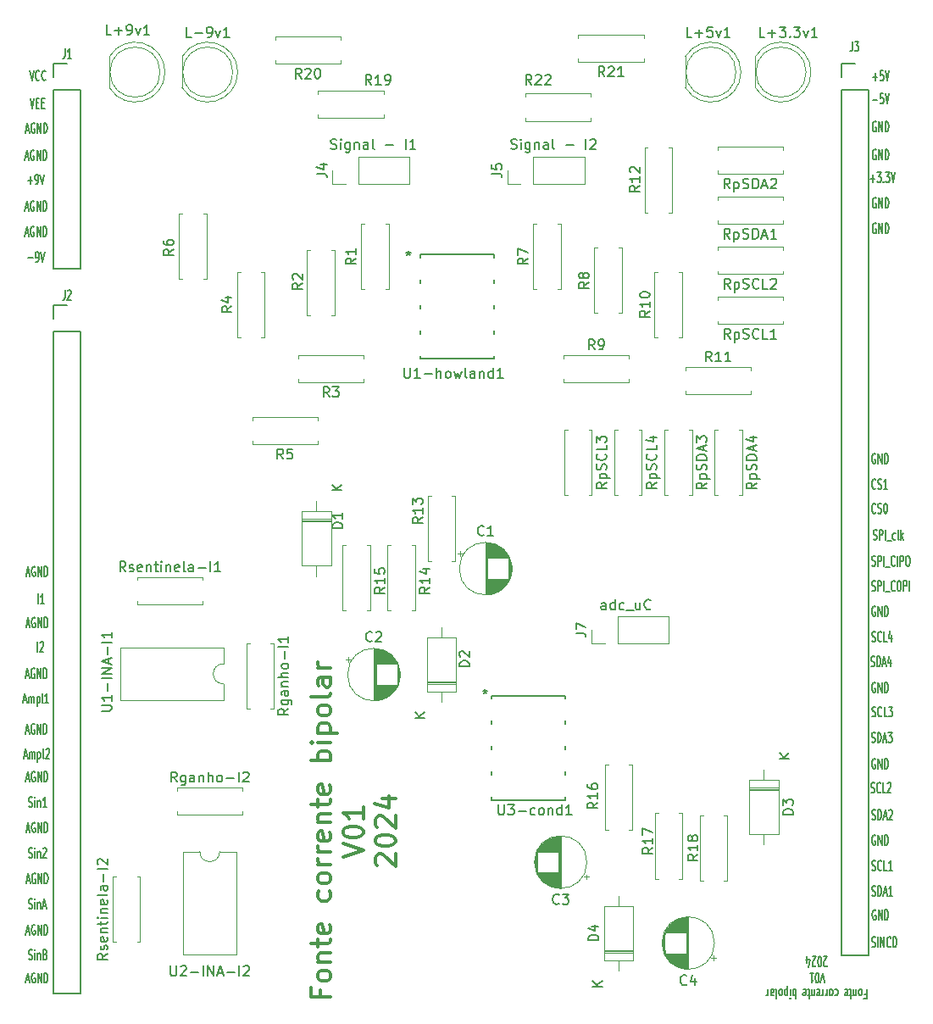
<source format=gto>
G04 #@! TF.GenerationSoftware,KiCad,Pcbnew,7.0.10-7.0.10~ubuntu20.04.1*
G04 #@! TF.CreationDate,2024-05-27T18:50:51-03:00*
G04 #@! TF.ProjectId,Fonte_corrente_bipolar_V01,466f6e74-655f-4636-9f72-72656e74655f,v02*
G04 #@! TF.SameCoordinates,Original*
G04 #@! TF.FileFunction,Legend,Top*
G04 #@! TF.FilePolarity,Positive*
%FSLAX46Y46*%
G04 Gerber Fmt 4.6, Leading zero omitted, Abs format (unit mm)*
G04 Created by KiCad (PCBNEW 7.0.10-7.0.10~ubuntu20.04.1) date 2024-05-27 18:50:51*
%MOMM*%
%LPD*%
G01*
G04 APERTURE LIST*
%ADD10C,0.150000*%
%ADD11C,0.300000*%
%ADD12C,0.120000*%
%ADD13C,0.152400*%
%ADD14C,1.600000*%
%ADD15O,1.600000X1.600000*%
%ADD16O,2.000000X1.600000*%
%ADD17O,1.800000X2.500000*%
%ADD18R,1.800000X2.500000*%
%ADD19O,1.600000X2.000000*%
%ADD20R,2.200000X2.200000*%
%ADD21O,2.200000X2.200000*%
%ADD22R,1.600000X1.600000*%
%ADD23R,2.500000X1.800000*%
%ADD24O,2.500000X1.800000*%
%ADD25R,2.000000X1.600000*%
%ADD26R,1.800000X2.600000*%
%ADD27R,1.600000X2.000000*%
G04 APERTURE END LIST*
D10*
X151289160Y-51822200D02*
X151432017Y-51869819D01*
X151432017Y-51869819D02*
X151670112Y-51869819D01*
X151670112Y-51869819D02*
X151765350Y-51822200D01*
X151765350Y-51822200D02*
X151812969Y-51774580D01*
X151812969Y-51774580D02*
X151860588Y-51679342D01*
X151860588Y-51679342D02*
X151860588Y-51584104D01*
X151860588Y-51584104D02*
X151812969Y-51488866D01*
X151812969Y-51488866D02*
X151765350Y-51441247D01*
X151765350Y-51441247D02*
X151670112Y-51393628D01*
X151670112Y-51393628D02*
X151479636Y-51346009D01*
X151479636Y-51346009D02*
X151384398Y-51298390D01*
X151384398Y-51298390D02*
X151336779Y-51250771D01*
X151336779Y-51250771D02*
X151289160Y-51155533D01*
X151289160Y-51155533D02*
X151289160Y-51060295D01*
X151289160Y-51060295D02*
X151336779Y-50965057D01*
X151336779Y-50965057D02*
X151384398Y-50917438D01*
X151384398Y-50917438D02*
X151479636Y-50869819D01*
X151479636Y-50869819D02*
X151717731Y-50869819D01*
X151717731Y-50869819D02*
X151860588Y-50917438D01*
X152289160Y-51869819D02*
X152289160Y-51203152D01*
X152289160Y-50869819D02*
X152241541Y-50917438D01*
X152241541Y-50917438D02*
X152289160Y-50965057D01*
X152289160Y-50965057D02*
X152336779Y-50917438D01*
X152336779Y-50917438D02*
X152289160Y-50869819D01*
X152289160Y-50869819D02*
X152289160Y-50965057D01*
X153193921Y-51203152D02*
X153193921Y-52012676D01*
X153193921Y-52012676D02*
X153146302Y-52107914D01*
X153146302Y-52107914D02*
X153098683Y-52155533D01*
X153098683Y-52155533D02*
X153003445Y-52203152D01*
X153003445Y-52203152D02*
X152860588Y-52203152D01*
X152860588Y-52203152D02*
X152765350Y-52155533D01*
X153193921Y-51822200D02*
X153098683Y-51869819D01*
X153098683Y-51869819D02*
X152908207Y-51869819D01*
X152908207Y-51869819D02*
X152812969Y-51822200D01*
X152812969Y-51822200D02*
X152765350Y-51774580D01*
X152765350Y-51774580D02*
X152717731Y-51679342D01*
X152717731Y-51679342D02*
X152717731Y-51393628D01*
X152717731Y-51393628D02*
X152765350Y-51298390D01*
X152765350Y-51298390D02*
X152812969Y-51250771D01*
X152812969Y-51250771D02*
X152908207Y-51203152D01*
X152908207Y-51203152D02*
X153098683Y-51203152D01*
X153098683Y-51203152D02*
X153193921Y-51250771D01*
X153670112Y-51203152D02*
X153670112Y-51869819D01*
X153670112Y-51298390D02*
X153717731Y-51250771D01*
X153717731Y-51250771D02*
X153812969Y-51203152D01*
X153812969Y-51203152D02*
X153955826Y-51203152D01*
X153955826Y-51203152D02*
X154051064Y-51250771D01*
X154051064Y-51250771D02*
X154098683Y-51346009D01*
X154098683Y-51346009D02*
X154098683Y-51869819D01*
X155003445Y-51869819D02*
X155003445Y-51346009D01*
X155003445Y-51346009D02*
X154955826Y-51250771D01*
X154955826Y-51250771D02*
X154860588Y-51203152D01*
X154860588Y-51203152D02*
X154670112Y-51203152D01*
X154670112Y-51203152D02*
X154574874Y-51250771D01*
X155003445Y-51822200D02*
X154908207Y-51869819D01*
X154908207Y-51869819D02*
X154670112Y-51869819D01*
X154670112Y-51869819D02*
X154574874Y-51822200D01*
X154574874Y-51822200D02*
X154527255Y-51726961D01*
X154527255Y-51726961D02*
X154527255Y-51631723D01*
X154527255Y-51631723D02*
X154574874Y-51536485D01*
X154574874Y-51536485D02*
X154670112Y-51488866D01*
X154670112Y-51488866D02*
X154908207Y-51488866D01*
X154908207Y-51488866D02*
X155003445Y-51441247D01*
X155622493Y-51869819D02*
X155527255Y-51822200D01*
X155527255Y-51822200D02*
X155479636Y-51726961D01*
X155479636Y-51726961D02*
X155479636Y-50869819D01*
X156765351Y-51488866D02*
X157527256Y-51488866D01*
X158765351Y-51869819D02*
X158765351Y-50869819D01*
X159193922Y-50965057D02*
X159241541Y-50917438D01*
X159241541Y-50917438D02*
X159336779Y-50869819D01*
X159336779Y-50869819D02*
X159574874Y-50869819D01*
X159574874Y-50869819D02*
X159670112Y-50917438D01*
X159670112Y-50917438D02*
X159717731Y-50965057D01*
X159717731Y-50965057D02*
X159765350Y-51060295D01*
X159765350Y-51060295D02*
X159765350Y-51155533D01*
X159765350Y-51155533D02*
X159717731Y-51298390D01*
X159717731Y-51298390D02*
X159146303Y-51869819D01*
X159146303Y-51869819D02*
X159765350Y-51869819D01*
X133289160Y-51822200D02*
X133432017Y-51869819D01*
X133432017Y-51869819D02*
X133670112Y-51869819D01*
X133670112Y-51869819D02*
X133765350Y-51822200D01*
X133765350Y-51822200D02*
X133812969Y-51774580D01*
X133812969Y-51774580D02*
X133860588Y-51679342D01*
X133860588Y-51679342D02*
X133860588Y-51584104D01*
X133860588Y-51584104D02*
X133812969Y-51488866D01*
X133812969Y-51488866D02*
X133765350Y-51441247D01*
X133765350Y-51441247D02*
X133670112Y-51393628D01*
X133670112Y-51393628D02*
X133479636Y-51346009D01*
X133479636Y-51346009D02*
X133384398Y-51298390D01*
X133384398Y-51298390D02*
X133336779Y-51250771D01*
X133336779Y-51250771D02*
X133289160Y-51155533D01*
X133289160Y-51155533D02*
X133289160Y-51060295D01*
X133289160Y-51060295D02*
X133336779Y-50965057D01*
X133336779Y-50965057D02*
X133384398Y-50917438D01*
X133384398Y-50917438D02*
X133479636Y-50869819D01*
X133479636Y-50869819D02*
X133717731Y-50869819D01*
X133717731Y-50869819D02*
X133860588Y-50917438D01*
X134289160Y-51869819D02*
X134289160Y-51203152D01*
X134289160Y-50869819D02*
X134241541Y-50917438D01*
X134241541Y-50917438D02*
X134289160Y-50965057D01*
X134289160Y-50965057D02*
X134336779Y-50917438D01*
X134336779Y-50917438D02*
X134289160Y-50869819D01*
X134289160Y-50869819D02*
X134289160Y-50965057D01*
X135193921Y-51203152D02*
X135193921Y-52012676D01*
X135193921Y-52012676D02*
X135146302Y-52107914D01*
X135146302Y-52107914D02*
X135098683Y-52155533D01*
X135098683Y-52155533D02*
X135003445Y-52203152D01*
X135003445Y-52203152D02*
X134860588Y-52203152D01*
X134860588Y-52203152D02*
X134765350Y-52155533D01*
X135193921Y-51822200D02*
X135098683Y-51869819D01*
X135098683Y-51869819D02*
X134908207Y-51869819D01*
X134908207Y-51869819D02*
X134812969Y-51822200D01*
X134812969Y-51822200D02*
X134765350Y-51774580D01*
X134765350Y-51774580D02*
X134717731Y-51679342D01*
X134717731Y-51679342D02*
X134717731Y-51393628D01*
X134717731Y-51393628D02*
X134765350Y-51298390D01*
X134765350Y-51298390D02*
X134812969Y-51250771D01*
X134812969Y-51250771D02*
X134908207Y-51203152D01*
X134908207Y-51203152D02*
X135098683Y-51203152D01*
X135098683Y-51203152D02*
X135193921Y-51250771D01*
X135670112Y-51203152D02*
X135670112Y-51869819D01*
X135670112Y-51298390D02*
X135717731Y-51250771D01*
X135717731Y-51250771D02*
X135812969Y-51203152D01*
X135812969Y-51203152D02*
X135955826Y-51203152D01*
X135955826Y-51203152D02*
X136051064Y-51250771D01*
X136051064Y-51250771D02*
X136098683Y-51346009D01*
X136098683Y-51346009D02*
X136098683Y-51869819D01*
X137003445Y-51869819D02*
X137003445Y-51346009D01*
X137003445Y-51346009D02*
X136955826Y-51250771D01*
X136955826Y-51250771D02*
X136860588Y-51203152D01*
X136860588Y-51203152D02*
X136670112Y-51203152D01*
X136670112Y-51203152D02*
X136574874Y-51250771D01*
X137003445Y-51822200D02*
X136908207Y-51869819D01*
X136908207Y-51869819D02*
X136670112Y-51869819D01*
X136670112Y-51869819D02*
X136574874Y-51822200D01*
X136574874Y-51822200D02*
X136527255Y-51726961D01*
X136527255Y-51726961D02*
X136527255Y-51631723D01*
X136527255Y-51631723D02*
X136574874Y-51536485D01*
X136574874Y-51536485D02*
X136670112Y-51488866D01*
X136670112Y-51488866D02*
X136908207Y-51488866D01*
X136908207Y-51488866D02*
X137003445Y-51441247D01*
X137622493Y-51869819D02*
X137527255Y-51822200D01*
X137527255Y-51822200D02*
X137479636Y-51726961D01*
X137479636Y-51726961D02*
X137479636Y-50869819D01*
X138765351Y-51488866D02*
X139527256Y-51488866D01*
X140765351Y-51869819D02*
X140765351Y-50869819D01*
X141765350Y-51869819D02*
X141193922Y-51869819D01*
X141479636Y-51869819D02*
X141479636Y-50869819D01*
X141479636Y-50869819D02*
X141384398Y-51012676D01*
X141384398Y-51012676D02*
X141289160Y-51107914D01*
X141289160Y-51107914D02*
X141193922Y-51155533D01*
X104061499Y-97271090D02*
X104061499Y-96271090D01*
X104661498Y-97271090D02*
X104318641Y-97271090D01*
X104490070Y-97271090D02*
X104490070Y-96271090D01*
X104490070Y-96271090D02*
X104432927Y-96413947D01*
X104432927Y-96413947D02*
X104375784Y-96509185D01*
X104375784Y-96509185D02*
X104318641Y-96556804D01*
X187706526Y-105189404D02*
X187649384Y-105141785D01*
X187649384Y-105141785D02*
X187563669Y-105141785D01*
X187563669Y-105141785D02*
X187477955Y-105189404D01*
X187477955Y-105189404D02*
X187420812Y-105284642D01*
X187420812Y-105284642D02*
X187392241Y-105379880D01*
X187392241Y-105379880D02*
X187363669Y-105570356D01*
X187363669Y-105570356D02*
X187363669Y-105713213D01*
X187363669Y-105713213D02*
X187392241Y-105903689D01*
X187392241Y-105903689D02*
X187420812Y-105998927D01*
X187420812Y-105998927D02*
X187477955Y-106094166D01*
X187477955Y-106094166D02*
X187563669Y-106141785D01*
X187563669Y-106141785D02*
X187620812Y-106141785D01*
X187620812Y-106141785D02*
X187706526Y-106094166D01*
X187706526Y-106094166D02*
X187735098Y-106046546D01*
X187735098Y-106046546D02*
X187735098Y-105713213D01*
X187735098Y-105713213D02*
X187620812Y-105713213D01*
X187992241Y-106141785D02*
X187992241Y-105141785D01*
X187992241Y-105141785D02*
X188335098Y-106141785D01*
X188335098Y-106141785D02*
X188335098Y-105141785D01*
X188620812Y-106141785D02*
X188620812Y-105141785D01*
X188620812Y-105141785D02*
X188763669Y-105141785D01*
X188763669Y-105141785D02*
X188849383Y-105189404D01*
X188849383Y-105189404D02*
X188906526Y-105284642D01*
X188906526Y-105284642D02*
X188935097Y-105379880D01*
X188935097Y-105379880D02*
X188963669Y-105570356D01*
X188963669Y-105570356D02*
X188963669Y-105713213D01*
X188963669Y-105713213D02*
X188935097Y-105903689D01*
X188935097Y-105903689D02*
X188906526Y-105998927D01*
X188906526Y-105998927D02*
X188849383Y-106094166D01*
X188849383Y-106094166D02*
X188763669Y-106141785D01*
X188763669Y-106141785D02*
X188620812Y-106141785D01*
X102882017Y-99376866D02*
X103167732Y-99376866D01*
X102824874Y-99662581D02*
X103024874Y-98662581D01*
X103024874Y-98662581D02*
X103224874Y-99662581D01*
X103739160Y-98710200D02*
X103682018Y-98662581D01*
X103682018Y-98662581D02*
X103596303Y-98662581D01*
X103596303Y-98662581D02*
X103510589Y-98710200D01*
X103510589Y-98710200D02*
X103453446Y-98805438D01*
X103453446Y-98805438D02*
X103424875Y-98900676D01*
X103424875Y-98900676D02*
X103396303Y-99091152D01*
X103396303Y-99091152D02*
X103396303Y-99234009D01*
X103396303Y-99234009D02*
X103424875Y-99424485D01*
X103424875Y-99424485D02*
X103453446Y-99519723D01*
X103453446Y-99519723D02*
X103510589Y-99614962D01*
X103510589Y-99614962D02*
X103596303Y-99662581D01*
X103596303Y-99662581D02*
X103653446Y-99662581D01*
X103653446Y-99662581D02*
X103739160Y-99614962D01*
X103739160Y-99614962D02*
X103767732Y-99567342D01*
X103767732Y-99567342D02*
X103767732Y-99234009D01*
X103767732Y-99234009D02*
X103653446Y-99234009D01*
X104024875Y-99662581D02*
X104024875Y-98662581D01*
X104024875Y-98662581D02*
X104367732Y-99662581D01*
X104367732Y-99662581D02*
X104367732Y-98662581D01*
X104653446Y-99662581D02*
X104653446Y-98662581D01*
X104653446Y-98662581D02*
X104796303Y-98662581D01*
X104796303Y-98662581D02*
X104882017Y-98710200D01*
X104882017Y-98710200D02*
X104939160Y-98805438D01*
X104939160Y-98805438D02*
X104967731Y-98900676D01*
X104967731Y-98900676D02*
X104996303Y-99091152D01*
X104996303Y-99091152D02*
X104996303Y-99234009D01*
X104996303Y-99234009D02*
X104967731Y-99424485D01*
X104967731Y-99424485D02*
X104939160Y-99519723D01*
X104939160Y-99519723D02*
X104882017Y-99614962D01*
X104882017Y-99614962D02*
X104796303Y-99662581D01*
X104796303Y-99662581D02*
X104653446Y-99662581D01*
X103232244Y-44025977D02*
X103432244Y-45025977D01*
X103432244Y-45025977D02*
X103632244Y-44025977D01*
X104175102Y-44930738D02*
X104146530Y-44978358D01*
X104146530Y-44978358D02*
X104060816Y-45025977D01*
X104060816Y-45025977D02*
X104003673Y-45025977D01*
X104003673Y-45025977D02*
X103917959Y-44978358D01*
X103917959Y-44978358D02*
X103860816Y-44883119D01*
X103860816Y-44883119D02*
X103832245Y-44787881D01*
X103832245Y-44787881D02*
X103803673Y-44597405D01*
X103803673Y-44597405D02*
X103803673Y-44454548D01*
X103803673Y-44454548D02*
X103832245Y-44264072D01*
X103832245Y-44264072D02*
X103860816Y-44168834D01*
X103860816Y-44168834D02*
X103917959Y-44073596D01*
X103917959Y-44073596D02*
X104003673Y-44025977D01*
X104003673Y-44025977D02*
X104060816Y-44025977D01*
X104060816Y-44025977D02*
X104146530Y-44073596D01*
X104146530Y-44073596D02*
X104175102Y-44121215D01*
X104775102Y-44930738D02*
X104746530Y-44978358D01*
X104746530Y-44978358D02*
X104660816Y-45025977D01*
X104660816Y-45025977D02*
X104603673Y-45025977D01*
X104603673Y-45025977D02*
X104517959Y-44978358D01*
X104517959Y-44978358D02*
X104460816Y-44883119D01*
X104460816Y-44883119D02*
X104432245Y-44787881D01*
X104432245Y-44787881D02*
X104403673Y-44597405D01*
X104403673Y-44597405D02*
X104403673Y-44454548D01*
X104403673Y-44454548D02*
X104432245Y-44264072D01*
X104432245Y-44264072D02*
X104460816Y-44168834D01*
X104460816Y-44168834D02*
X104517959Y-44073596D01*
X104517959Y-44073596D02*
X104603673Y-44025977D01*
X104603673Y-44025977D02*
X104660816Y-44025977D01*
X104660816Y-44025977D02*
X104746530Y-44073596D01*
X104746530Y-44073596D02*
X104775102Y-44121215D01*
X160765350Y-97869819D02*
X160765350Y-97346009D01*
X160765350Y-97346009D02*
X160717731Y-97250771D01*
X160717731Y-97250771D02*
X160622493Y-97203152D01*
X160622493Y-97203152D02*
X160432017Y-97203152D01*
X160432017Y-97203152D02*
X160336779Y-97250771D01*
X160765350Y-97822200D02*
X160670112Y-97869819D01*
X160670112Y-97869819D02*
X160432017Y-97869819D01*
X160432017Y-97869819D02*
X160336779Y-97822200D01*
X160336779Y-97822200D02*
X160289160Y-97726961D01*
X160289160Y-97726961D02*
X160289160Y-97631723D01*
X160289160Y-97631723D02*
X160336779Y-97536485D01*
X160336779Y-97536485D02*
X160432017Y-97488866D01*
X160432017Y-97488866D02*
X160670112Y-97488866D01*
X160670112Y-97488866D02*
X160765350Y-97441247D01*
X161670112Y-97869819D02*
X161670112Y-96869819D01*
X161670112Y-97822200D02*
X161574874Y-97869819D01*
X161574874Y-97869819D02*
X161384398Y-97869819D01*
X161384398Y-97869819D02*
X161289160Y-97822200D01*
X161289160Y-97822200D02*
X161241541Y-97774580D01*
X161241541Y-97774580D02*
X161193922Y-97679342D01*
X161193922Y-97679342D02*
X161193922Y-97393628D01*
X161193922Y-97393628D02*
X161241541Y-97298390D01*
X161241541Y-97298390D02*
X161289160Y-97250771D01*
X161289160Y-97250771D02*
X161384398Y-97203152D01*
X161384398Y-97203152D02*
X161574874Y-97203152D01*
X161574874Y-97203152D02*
X161670112Y-97250771D01*
X162574874Y-97822200D02*
X162479636Y-97869819D01*
X162479636Y-97869819D02*
X162289160Y-97869819D01*
X162289160Y-97869819D02*
X162193922Y-97822200D01*
X162193922Y-97822200D02*
X162146303Y-97774580D01*
X162146303Y-97774580D02*
X162098684Y-97679342D01*
X162098684Y-97679342D02*
X162098684Y-97393628D01*
X162098684Y-97393628D02*
X162146303Y-97298390D01*
X162146303Y-97298390D02*
X162193922Y-97250771D01*
X162193922Y-97250771D02*
X162289160Y-97203152D01*
X162289160Y-97203152D02*
X162479636Y-97203152D01*
X162479636Y-97203152D02*
X162574874Y-97250771D01*
X162765351Y-97965057D02*
X163527255Y-97965057D01*
X164193922Y-97203152D02*
X164193922Y-97869819D01*
X163765351Y-97203152D02*
X163765351Y-97726961D01*
X163765351Y-97726961D02*
X163812970Y-97822200D01*
X163812970Y-97822200D02*
X163908208Y-97869819D01*
X163908208Y-97869819D02*
X164051065Y-97869819D01*
X164051065Y-97869819D02*
X164146303Y-97822200D01*
X164146303Y-97822200D02*
X164193922Y-97774580D01*
X165241541Y-97774580D02*
X165193922Y-97822200D01*
X165193922Y-97822200D02*
X165051065Y-97869819D01*
X165051065Y-97869819D02*
X164955827Y-97869819D01*
X164955827Y-97869819D02*
X164812970Y-97822200D01*
X164812970Y-97822200D02*
X164717732Y-97726961D01*
X164717732Y-97726961D02*
X164670113Y-97631723D01*
X164670113Y-97631723D02*
X164622494Y-97441247D01*
X164622494Y-97441247D02*
X164622494Y-97298390D01*
X164622494Y-97298390D02*
X164670113Y-97107914D01*
X164670113Y-97107914D02*
X164717732Y-97012676D01*
X164717732Y-97012676D02*
X164812970Y-96917438D01*
X164812970Y-96917438D02*
X164955827Y-96869819D01*
X164955827Y-96869819D02*
X165051065Y-96869819D01*
X165051065Y-96869819D02*
X165193922Y-96917438D01*
X165193922Y-96917438D02*
X165241541Y-96965057D01*
X187354000Y-95961200D02*
X187439715Y-96008819D01*
X187439715Y-96008819D02*
X187582572Y-96008819D01*
X187582572Y-96008819D02*
X187639715Y-95961200D01*
X187639715Y-95961200D02*
X187668286Y-95913580D01*
X187668286Y-95913580D02*
X187696857Y-95818342D01*
X187696857Y-95818342D02*
X187696857Y-95723104D01*
X187696857Y-95723104D02*
X187668286Y-95627866D01*
X187668286Y-95627866D02*
X187639715Y-95580247D01*
X187639715Y-95580247D02*
X187582572Y-95532628D01*
X187582572Y-95532628D02*
X187468286Y-95485009D01*
X187468286Y-95485009D02*
X187411143Y-95437390D01*
X187411143Y-95437390D02*
X187382572Y-95389771D01*
X187382572Y-95389771D02*
X187354000Y-95294533D01*
X187354000Y-95294533D02*
X187354000Y-95199295D01*
X187354000Y-95199295D02*
X187382572Y-95104057D01*
X187382572Y-95104057D02*
X187411143Y-95056438D01*
X187411143Y-95056438D02*
X187468286Y-95008819D01*
X187468286Y-95008819D02*
X187611143Y-95008819D01*
X187611143Y-95008819D02*
X187696857Y-95056438D01*
X187954001Y-96008819D02*
X187954001Y-95008819D01*
X187954001Y-95008819D02*
X188182572Y-95008819D01*
X188182572Y-95008819D02*
X188239715Y-95056438D01*
X188239715Y-95056438D02*
X188268286Y-95104057D01*
X188268286Y-95104057D02*
X188296858Y-95199295D01*
X188296858Y-95199295D02*
X188296858Y-95342152D01*
X188296858Y-95342152D02*
X188268286Y-95437390D01*
X188268286Y-95437390D02*
X188239715Y-95485009D01*
X188239715Y-95485009D02*
X188182572Y-95532628D01*
X188182572Y-95532628D02*
X187954001Y-95532628D01*
X188554001Y-96008819D02*
X188554001Y-95008819D01*
X188696858Y-96104057D02*
X189154000Y-96104057D01*
X189639715Y-95913580D02*
X189611143Y-95961200D01*
X189611143Y-95961200D02*
X189525429Y-96008819D01*
X189525429Y-96008819D02*
X189468286Y-96008819D01*
X189468286Y-96008819D02*
X189382572Y-95961200D01*
X189382572Y-95961200D02*
X189325429Y-95865961D01*
X189325429Y-95865961D02*
X189296858Y-95770723D01*
X189296858Y-95770723D02*
X189268286Y-95580247D01*
X189268286Y-95580247D02*
X189268286Y-95437390D01*
X189268286Y-95437390D02*
X189296858Y-95246914D01*
X189296858Y-95246914D02*
X189325429Y-95151676D01*
X189325429Y-95151676D02*
X189382572Y-95056438D01*
X189382572Y-95056438D02*
X189468286Y-95008819D01*
X189468286Y-95008819D02*
X189525429Y-95008819D01*
X189525429Y-95008819D02*
X189611143Y-95056438D01*
X189611143Y-95056438D02*
X189639715Y-95104057D01*
X190011143Y-95008819D02*
X190125429Y-95008819D01*
X190125429Y-95008819D02*
X190182572Y-95056438D01*
X190182572Y-95056438D02*
X190239715Y-95151676D01*
X190239715Y-95151676D02*
X190268286Y-95342152D01*
X190268286Y-95342152D02*
X190268286Y-95675485D01*
X190268286Y-95675485D02*
X190239715Y-95865961D01*
X190239715Y-95865961D02*
X190182572Y-95961200D01*
X190182572Y-95961200D02*
X190125429Y-96008819D01*
X190125429Y-96008819D02*
X190011143Y-96008819D01*
X190011143Y-96008819D02*
X189954001Y-95961200D01*
X189954001Y-95961200D02*
X189896858Y-95865961D01*
X189896858Y-95865961D02*
X189868286Y-95675485D01*
X189868286Y-95675485D02*
X189868286Y-95342152D01*
X189868286Y-95342152D02*
X189896858Y-95151676D01*
X189896858Y-95151676D02*
X189954001Y-95056438D01*
X189954001Y-95056438D02*
X190011143Y-95008819D01*
X190525429Y-96008819D02*
X190525429Y-95008819D01*
X190525429Y-95008819D02*
X190754000Y-95008819D01*
X190754000Y-95008819D02*
X190811143Y-95056438D01*
X190811143Y-95056438D02*
X190839714Y-95104057D01*
X190839714Y-95104057D02*
X190868286Y-95199295D01*
X190868286Y-95199295D02*
X190868286Y-95342152D01*
X190868286Y-95342152D02*
X190839714Y-95437390D01*
X190839714Y-95437390D02*
X190811143Y-95485009D01*
X190811143Y-95485009D02*
X190754000Y-95532628D01*
X190754000Y-95532628D02*
X190525429Y-95532628D01*
X191125429Y-96008819D02*
X191125429Y-95008819D01*
X187765644Y-49177696D02*
X187708502Y-49130077D01*
X187708502Y-49130077D02*
X187622787Y-49130077D01*
X187622787Y-49130077D02*
X187537073Y-49177696D01*
X187537073Y-49177696D02*
X187479930Y-49272934D01*
X187479930Y-49272934D02*
X187451359Y-49368172D01*
X187451359Y-49368172D02*
X187422787Y-49558648D01*
X187422787Y-49558648D02*
X187422787Y-49701505D01*
X187422787Y-49701505D02*
X187451359Y-49891981D01*
X187451359Y-49891981D02*
X187479930Y-49987219D01*
X187479930Y-49987219D02*
X187537073Y-50082458D01*
X187537073Y-50082458D02*
X187622787Y-50130077D01*
X187622787Y-50130077D02*
X187679930Y-50130077D01*
X187679930Y-50130077D02*
X187765644Y-50082458D01*
X187765644Y-50082458D02*
X187794216Y-50034838D01*
X187794216Y-50034838D02*
X187794216Y-49701505D01*
X187794216Y-49701505D02*
X187679930Y-49701505D01*
X188051359Y-50130077D02*
X188051359Y-49130077D01*
X188051359Y-49130077D02*
X188394216Y-50130077D01*
X188394216Y-50130077D02*
X188394216Y-49130077D01*
X188679930Y-50130077D02*
X188679930Y-49130077D01*
X188679930Y-49130077D02*
X188822787Y-49130077D01*
X188822787Y-49130077D02*
X188908501Y-49177696D01*
X188908501Y-49177696D02*
X188965644Y-49272934D01*
X188965644Y-49272934D02*
X188994215Y-49368172D01*
X188994215Y-49368172D02*
X189022787Y-49558648D01*
X189022787Y-49558648D02*
X189022787Y-49701505D01*
X189022787Y-49701505D02*
X188994215Y-49891981D01*
X188994215Y-49891981D02*
X188965644Y-49987219D01*
X188965644Y-49987219D02*
X188908501Y-50082458D01*
X188908501Y-50082458D02*
X188822787Y-50130077D01*
X188822787Y-50130077D02*
X188679930Y-50130077D01*
X102881895Y-119845222D02*
X103167610Y-119845222D01*
X102824752Y-120130937D02*
X103024752Y-119130937D01*
X103024752Y-119130937D02*
X103224752Y-120130937D01*
X103739038Y-119178556D02*
X103681896Y-119130937D01*
X103681896Y-119130937D02*
X103596181Y-119130937D01*
X103596181Y-119130937D02*
X103510467Y-119178556D01*
X103510467Y-119178556D02*
X103453324Y-119273794D01*
X103453324Y-119273794D02*
X103424753Y-119369032D01*
X103424753Y-119369032D02*
X103396181Y-119559508D01*
X103396181Y-119559508D02*
X103396181Y-119702365D01*
X103396181Y-119702365D02*
X103424753Y-119892841D01*
X103424753Y-119892841D02*
X103453324Y-119988079D01*
X103453324Y-119988079D02*
X103510467Y-120083318D01*
X103510467Y-120083318D02*
X103596181Y-120130937D01*
X103596181Y-120130937D02*
X103653324Y-120130937D01*
X103653324Y-120130937D02*
X103739038Y-120083318D01*
X103739038Y-120083318D02*
X103767610Y-120035698D01*
X103767610Y-120035698D02*
X103767610Y-119702365D01*
X103767610Y-119702365D02*
X103653324Y-119702365D01*
X104024753Y-120130937D02*
X104024753Y-119130937D01*
X104024753Y-119130937D02*
X104367610Y-120130937D01*
X104367610Y-120130937D02*
X104367610Y-119130937D01*
X104653324Y-120130937D02*
X104653324Y-119130937D01*
X104653324Y-119130937D02*
X104796181Y-119130937D01*
X104796181Y-119130937D02*
X104881895Y-119178556D01*
X104881895Y-119178556D02*
X104939038Y-119273794D01*
X104939038Y-119273794D02*
X104967609Y-119369032D01*
X104967609Y-119369032D02*
X104996181Y-119559508D01*
X104996181Y-119559508D02*
X104996181Y-119702365D01*
X104996181Y-119702365D02*
X104967609Y-119892841D01*
X104967609Y-119892841D02*
X104939038Y-119988079D01*
X104939038Y-119988079D02*
X104881895Y-120083318D01*
X104881895Y-120083318D02*
X104796181Y-120130937D01*
X104796181Y-120130937D02*
X104653324Y-120130937D01*
X187717626Y-127906691D02*
X187660484Y-127859072D01*
X187660484Y-127859072D02*
X187574769Y-127859072D01*
X187574769Y-127859072D02*
X187489055Y-127906691D01*
X187489055Y-127906691D02*
X187431912Y-128001929D01*
X187431912Y-128001929D02*
X187403341Y-128097167D01*
X187403341Y-128097167D02*
X187374769Y-128287643D01*
X187374769Y-128287643D02*
X187374769Y-128430500D01*
X187374769Y-128430500D02*
X187403341Y-128620976D01*
X187403341Y-128620976D02*
X187431912Y-128716214D01*
X187431912Y-128716214D02*
X187489055Y-128811453D01*
X187489055Y-128811453D02*
X187574769Y-128859072D01*
X187574769Y-128859072D02*
X187631912Y-128859072D01*
X187631912Y-128859072D02*
X187717626Y-128811453D01*
X187717626Y-128811453D02*
X187746198Y-128763833D01*
X187746198Y-128763833D02*
X187746198Y-128430500D01*
X187746198Y-128430500D02*
X187631912Y-128430500D01*
X188003341Y-128859072D02*
X188003341Y-127859072D01*
X188003341Y-127859072D02*
X188346198Y-128859072D01*
X188346198Y-128859072D02*
X188346198Y-127859072D01*
X188631912Y-128859072D02*
X188631912Y-127859072D01*
X188631912Y-127859072D02*
X188774769Y-127859072D01*
X188774769Y-127859072D02*
X188860483Y-127906691D01*
X188860483Y-127906691D02*
X188917626Y-128001929D01*
X188917626Y-128001929D02*
X188946197Y-128097167D01*
X188946197Y-128097167D02*
X188974769Y-128287643D01*
X188974769Y-128287643D02*
X188974769Y-128430500D01*
X188974769Y-128430500D02*
X188946197Y-128620976D01*
X188946197Y-128620976D02*
X188917626Y-128716214D01*
X188917626Y-128716214D02*
X188860483Y-128811453D01*
X188860483Y-128811453D02*
X188774769Y-128859072D01*
X188774769Y-128859072D02*
X188631912Y-128859072D01*
D11*
X132252019Y-135904762D02*
X132252019Y-136571429D01*
X133299638Y-136571429D02*
X131299638Y-136571429D01*
X131299638Y-136571429D02*
X131299638Y-135619048D01*
X133299638Y-134571429D02*
X133204400Y-134761905D01*
X133204400Y-134761905D02*
X133109161Y-134857143D01*
X133109161Y-134857143D02*
X132918685Y-134952381D01*
X132918685Y-134952381D02*
X132347257Y-134952381D01*
X132347257Y-134952381D02*
X132156780Y-134857143D01*
X132156780Y-134857143D02*
X132061542Y-134761905D01*
X132061542Y-134761905D02*
X131966304Y-134571429D01*
X131966304Y-134571429D02*
X131966304Y-134285714D01*
X131966304Y-134285714D02*
X132061542Y-134095238D01*
X132061542Y-134095238D02*
X132156780Y-134000000D01*
X132156780Y-134000000D02*
X132347257Y-133904762D01*
X132347257Y-133904762D02*
X132918685Y-133904762D01*
X132918685Y-133904762D02*
X133109161Y-134000000D01*
X133109161Y-134000000D02*
X133204400Y-134095238D01*
X133204400Y-134095238D02*
X133299638Y-134285714D01*
X133299638Y-134285714D02*
X133299638Y-134571429D01*
X131966304Y-133047619D02*
X133299638Y-133047619D01*
X132156780Y-133047619D02*
X132061542Y-132952381D01*
X132061542Y-132952381D02*
X131966304Y-132761905D01*
X131966304Y-132761905D02*
X131966304Y-132476190D01*
X131966304Y-132476190D02*
X132061542Y-132285714D01*
X132061542Y-132285714D02*
X132252019Y-132190476D01*
X132252019Y-132190476D02*
X133299638Y-132190476D01*
X131966304Y-131523809D02*
X131966304Y-130761905D01*
X131299638Y-131238095D02*
X133013923Y-131238095D01*
X133013923Y-131238095D02*
X133204400Y-131142857D01*
X133204400Y-131142857D02*
X133299638Y-130952381D01*
X133299638Y-130952381D02*
X133299638Y-130761905D01*
X133204400Y-129333333D02*
X133299638Y-129523809D01*
X133299638Y-129523809D02*
X133299638Y-129904762D01*
X133299638Y-129904762D02*
X133204400Y-130095238D01*
X133204400Y-130095238D02*
X133013923Y-130190476D01*
X133013923Y-130190476D02*
X132252019Y-130190476D01*
X132252019Y-130190476D02*
X132061542Y-130095238D01*
X132061542Y-130095238D02*
X131966304Y-129904762D01*
X131966304Y-129904762D02*
X131966304Y-129523809D01*
X131966304Y-129523809D02*
X132061542Y-129333333D01*
X132061542Y-129333333D02*
X132252019Y-129238095D01*
X132252019Y-129238095D02*
X132442495Y-129238095D01*
X132442495Y-129238095D02*
X132632971Y-130190476D01*
X133204400Y-125999999D02*
X133299638Y-126190475D01*
X133299638Y-126190475D02*
X133299638Y-126571428D01*
X133299638Y-126571428D02*
X133204400Y-126761904D01*
X133204400Y-126761904D02*
X133109161Y-126857142D01*
X133109161Y-126857142D02*
X132918685Y-126952380D01*
X132918685Y-126952380D02*
X132347257Y-126952380D01*
X132347257Y-126952380D02*
X132156780Y-126857142D01*
X132156780Y-126857142D02*
X132061542Y-126761904D01*
X132061542Y-126761904D02*
X131966304Y-126571428D01*
X131966304Y-126571428D02*
X131966304Y-126190475D01*
X131966304Y-126190475D02*
X132061542Y-125999999D01*
X133299638Y-124857142D02*
X133204400Y-125047618D01*
X133204400Y-125047618D02*
X133109161Y-125142856D01*
X133109161Y-125142856D02*
X132918685Y-125238094D01*
X132918685Y-125238094D02*
X132347257Y-125238094D01*
X132347257Y-125238094D02*
X132156780Y-125142856D01*
X132156780Y-125142856D02*
X132061542Y-125047618D01*
X132061542Y-125047618D02*
X131966304Y-124857142D01*
X131966304Y-124857142D02*
X131966304Y-124571427D01*
X131966304Y-124571427D02*
X132061542Y-124380951D01*
X132061542Y-124380951D02*
X132156780Y-124285713D01*
X132156780Y-124285713D02*
X132347257Y-124190475D01*
X132347257Y-124190475D02*
X132918685Y-124190475D01*
X132918685Y-124190475D02*
X133109161Y-124285713D01*
X133109161Y-124285713D02*
X133204400Y-124380951D01*
X133204400Y-124380951D02*
X133299638Y-124571427D01*
X133299638Y-124571427D02*
X133299638Y-124857142D01*
X133299638Y-123333332D02*
X131966304Y-123333332D01*
X132347257Y-123333332D02*
X132156780Y-123238094D01*
X132156780Y-123238094D02*
X132061542Y-123142856D01*
X132061542Y-123142856D02*
X131966304Y-122952380D01*
X131966304Y-122952380D02*
X131966304Y-122761903D01*
X133299638Y-122095237D02*
X131966304Y-122095237D01*
X132347257Y-122095237D02*
X132156780Y-121999999D01*
X132156780Y-121999999D02*
X132061542Y-121904761D01*
X132061542Y-121904761D02*
X131966304Y-121714285D01*
X131966304Y-121714285D02*
X131966304Y-121523808D01*
X133204400Y-120095237D02*
X133299638Y-120285713D01*
X133299638Y-120285713D02*
X133299638Y-120666666D01*
X133299638Y-120666666D02*
X133204400Y-120857142D01*
X133204400Y-120857142D02*
X133013923Y-120952380D01*
X133013923Y-120952380D02*
X132252019Y-120952380D01*
X132252019Y-120952380D02*
X132061542Y-120857142D01*
X132061542Y-120857142D02*
X131966304Y-120666666D01*
X131966304Y-120666666D02*
X131966304Y-120285713D01*
X131966304Y-120285713D02*
X132061542Y-120095237D01*
X132061542Y-120095237D02*
X132252019Y-119999999D01*
X132252019Y-119999999D02*
X132442495Y-119999999D01*
X132442495Y-119999999D02*
X132632971Y-120952380D01*
X131966304Y-119142856D02*
X133299638Y-119142856D01*
X132156780Y-119142856D02*
X132061542Y-119047618D01*
X132061542Y-119047618D02*
X131966304Y-118857142D01*
X131966304Y-118857142D02*
X131966304Y-118571427D01*
X131966304Y-118571427D02*
X132061542Y-118380951D01*
X132061542Y-118380951D02*
X132252019Y-118285713D01*
X132252019Y-118285713D02*
X133299638Y-118285713D01*
X131966304Y-117619046D02*
X131966304Y-116857142D01*
X131299638Y-117333332D02*
X133013923Y-117333332D01*
X133013923Y-117333332D02*
X133204400Y-117238094D01*
X133204400Y-117238094D02*
X133299638Y-117047618D01*
X133299638Y-117047618D02*
X133299638Y-116857142D01*
X133204400Y-115428570D02*
X133299638Y-115619046D01*
X133299638Y-115619046D02*
X133299638Y-115999999D01*
X133299638Y-115999999D02*
X133204400Y-116190475D01*
X133204400Y-116190475D02*
X133013923Y-116285713D01*
X133013923Y-116285713D02*
X132252019Y-116285713D01*
X132252019Y-116285713D02*
X132061542Y-116190475D01*
X132061542Y-116190475D02*
X131966304Y-115999999D01*
X131966304Y-115999999D02*
X131966304Y-115619046D01*
X131966304Y-115619046D02*
X132061542Y-115428570D01*
X132061542Y-115428570D02*
X132252019Y-115333332D01*
X132252019Y-115333332D02*
X132442495Y-115333332D01*
X132442495Y-115333332D02*
X132632971Y-116285713D01*
X133299638Y-112952379D02*
X131299638Y-112952379D01*
X132061542Y-112952379D02*
X131966304Y-112761903D01*
X131966304Y-112761903D02*
X131966304Y-112380950D01*
X131966304Y-112380950D02*
X132061542Y-112190474D01*
X132061542Y-112190474D02*
X132156780Y-112095236D01*
X132156780Y-112095236D02*
X132347257Y-111999998D01*
X132347257Y-111999998D02*
X132918685Y-111999998D01*
X132918685Y-111999998D02*
X133109161Y-112095236D01*
X133109161Y-112095236D02*
X133204400Y-112190474D01*
X133204400Y-112190474D02*
X133299638Y-112380950D01*
X133299638Y-112380950D02*
X133299638Y-112761903D01*
X133299638Y-112761903D02*
X133204400Y-112952379D01*
X133299638Y-111142855D02*
X131966304Y-111142855D01*
X131299638Y-111142855D02*
X131394876Y-111238093D01*
X131394876Y-111238093D02*
X131490114Y-111142855D01*
X131490114Y-111142855D02*
X131394876Y-111047617D01*
X131394876Y-111047617D02*
X131299638Y-111142855D01*
X131299638Y-111142855D02*
X131490114Y-111142855D01*
X131966304Y-110190474D02*
X133966304Y-110190474D01*
X132061542Y-110190474D02*
X131966304Y-109999998D01*
X131966304Y-109999998D02*
X131966304Y-109619045D01*
X131966304Y-109619045D02*
X132061542Y-109428569D01*
X132061542Y-109428569D02*
X132156780Y-109333331D01*
X132156780Y-109333331D02*
X132347257Y-109238093D01*
X132347257Y-109238093D02*
X132918685Y-109238093D01*
X132918685Y-109238093D02*
X133109161Y-109333331D01*
X133109161Y-109333331D02*
X133204400Y-109428569D01*
X133204400Y-109428569D02*
X133299638Y-109619045D01*
X133299638Y-109619045D02*
X133299638Y-109999998D01*
X133299638Y-109999998D02*
X133204400Y-110190474D01*
X133299638Y-108095236D02*
X133204400Y-108285712D01*
X133204400Y-108285712D02*
X133109161Y-108380950D01*
X133109161Y-108380950D02*
X132918685Y-108476188D01*
X132918685Y-108476188D02*
X132347257Y-108476188D01*
X132347257Y-108476188D02*
X132156780Y-108380950D01*
X132156780Y-108380950D02*
X132061542Y-108285712D01*
X132061542Y-108285712D02*
X131966304Y-108095236D01*
X131966304Y-108095236D02*
X131966304Y-107809521D01*
X131966304Y-107809521D02*
X132061542Y-107619045D01*
X132061542Y-107619045D02*
X132156780Y-107523807D01*
X132156780Y-107523807D02*
X132347257Y-107428569D01*
X132347257Y-107428569D02*
X132918685Y-107428569D01*
X132918685Y-107428569D02*
X133109161Y-107523807D01*
X133109161Y-107523807D02*
X133204400Y-107619045D01*
X133204400Y-107619045D02*
X133299638Y-107809521D01*
X133299638Y-107809521D02*
X133299638Y-108095236D01*
X133299638Y-106285712D02*
X133204400Y-106476188D01*
X133204400Y-106476188D02*
X133013923Y-106571426D01*
X133013923Y-106571426D02*
X131299638Y-106571426D01*
X133299638Y-104666664D02*
X132252019Y-104666664D01*
X132252019Y-104666664D02*
X132061542Y-104761902D01*
X132061542Y-104761902D02*
X131966304Y-104952378D01*
X131966304Y-104952378D02*
X131966304Y-105333331D01*
X131966304Y-105333331D02*
X132061542Y-105523807D01*
X133204400Y-104666664D02*
X133299638Y-104857140D01*
X133299638Y-104857140D02*
X133299638Y-105333331D01*
X133299638Y-105333331D02*
X133204400Y-105523807D01*
X133204400Y-105523807D02*
X133013923Y-105619045D01*
X133013923Y-105619045D02*
X132823447Y-105619045D01*
X132823447Y-105619045D02*
X132632971Y-105523807D01*
X132632971Y-105523807D02*
X132537733Y-105333331D01*
X132537733Y-105333331D02*
X132537733Y-104857140D01*
X132537733Y-104857140D02*
X132442495Y-104666664D01*
X133299638Y-103714283D02*
X131966304Y-103714283D01*
X132347257Y-103714283D02*
X132156780Y-103619045D01*
X132156780Y-103619045D02*
X132061542Y-103523807D01*
X132061542Y-103523807D02*
X131966304Y-103333331D01*
X131966304Y-103333331D02*
X131966304Y-103142854D01*
X134519638Y-122571428D02*
X136519638Y-121904762D01*
X136519638Y-121904762D02*
X134519638Y-121238095D01*
X134519638Y-120190476D02*
X134519638Y-119999999D01*
X134519638Y-119999999D02*
X134614876Y-119809523D01*
X134614876Y-119809523D02*
X134710114Y-119714285D01*
X134710114Y-119714285D02*
X134900590Y-119619047D01*
X134900590Y-119619047D02*
X135281542Y-119523809D01*
X135281542Y-119523809D02*
X135757733Y-119523809D01*
X135757733Y-119523809D02*
X136138685Y-119619047D01*
X136138685Y-119619047D02*
X136329161Y-119714285D01*
X136329161Y-119714285D02*
X136424400Y-119809523D01*
X136424400Y-119809523D02*
X136519638Y-119999999D01*
X136519638Y-119999999D02*
X136519638Y-120190476D01*
X136519638Y-120190476D02*
X136424400Y-120380952D01*
X136424400Y-120380952D02*
X136329161Y-120476190D01*
X136329161Y-120476190D02*
X136138685Y-120571428D01*
X136138685Y-120571428D02*
X135757733Y-120666666D01*
X135757733Y-120666666D02*
X135281542Y-120666666D01*
X135281542Y-120666666D02*
X134900590Y-120571428D01*
X134900590Y-120571428D02*
X134710114Y-120476190D01*
X134710114Y-120476190D02*
X134614876Y-120380952D01*
X134614876Y-120380952D02*
X134519638Y-120190476D01*
X136519638Y-117619047D02*
X136519638Y-118761904D01*
X136519638Y-118190476D02*
X134519638Y-118190476D01*
X134519638Y-118190476D02*
X134805352Y-118380952D01*
X134805352Y-118380952D02*
X134995828Y-118571428D01*
X134995828Y-118571428D02*
X135091066Y-118761904D01*
X137930114Y-123428571D02*
X137834876Y-123333333D01*
X137834876Y-123333333D02*
X137739638Y-123142857D01*
X137739638Y-123142857D02*
X137739638Y-122666666D01*
X137739638Y-122666666D02*
X137834876Y-122476190D01*
X137834876Y-122476190D02*
X137930114Y-122380952D01*
X137930114Y-122380952D02*
X138120590Y-122285714D01*
X138120590Y-122285714D02*
X138311066Y-122285714D01*
X138311066Y-122285714D02*
X138596780Y-122380952D01*
X138596780Y-122380952D02*
X139739638Y-123523809D01*
X139739638Y-123523809D02*
X139739638Y-122285714D01*
X137739638Y-121047619D02*
X137739638Y-120857142D01*
X137739638Y-120857142D02*
X137834876Y-120666666D01*
X137834876Y-120666666D02*
X137930114Y-120571428D01*
X137930114Y-120571428D02*
X138120590Y-120476190D01*
X138120590Y-120476190D02*
X138501542Y-120380952D01*
X138501542Y-120380952D02*
X138977733Y-120380952D01*
X138977733Y-120380952D02*
X139358685Y-120476190D01*
X139358685Y-120476190D02*
X139549161Y-120571428D01*
X139549161Y-120571428D02*
X139644400Y-120666666D01*
X139644400Y-120666666D02*
X139739638Y-120857142D01*
X139739638Y-120857142D02*
X139739638Y-121047619D01*
X139739638Y-121047619D02*
X139644400Y-121238095D01*
X139644400Y-121238095D02*
X139549161Y-121333333D01*
X139549161Y-121333333D02*
X139358685Y-121428571D01*
X139358685Y-121428571D02*
X138977733Y-121523809D01*
X138977733Y-121523809D02*
X138501542Y-121523809D01*
X138501542Y-121523809D02*
X138120590Y-121428571D01*
X138120590Y-121428571D02*
X137930114Y-121333333D01*
X137930114Y-121333333D02*
X137834876Y-121238095D01*
X137834876Y-121238095D02*
X137739638Y-121047619D01*
X137930114Y-119619047D02*
X137834876Y-119523809D01*
X137834876Y-119523809D02*
X137739638Y-119333333D01*
X137739638Y-119333333D02*
X137739638Y-118857142D01*
X137739638Y-118857142D02*
X137834876Y-118666666D01*
X137834876Y-118666666D02*
X137930114Y-118571428D01*
X137930114Y-118571428D02*
X138120590Y-118476190D01*
X138120590Y-118476190D02*
X138311066Y-118476190D01*
X138311066Y-118476190D02*
X138596780Y-118571428D01*
X138596780Y-118571428D02*
X139739638Y-119714285D01*
X139739638Y-119714285D02*
X139739638Y-118476190D01*
X138406304Y-116761904D02*
X139739638Y-116761904D01*
X137644400Y-117238095D02*
X139072971Y-117714285D01*
X139072971Y-117714285D02*
X139072971Y-116476190D01*
D10*
X102781387Y-60311262D02*
X103067102Y-60311262D01*
X102724244Y-60596977D02*
X102924244Y-59596977D01*
X102924244Y-59596977D02*
X103124244Y-60596977D01*
X103638530Y-59644596D02*
X103581388Y-59596977D01*
X103581388Y-59596977D02*
X103495673Y-59596977D01*
X103495673Y-59596977D02*
X103409959Y-59644596D01*
X103409959Y-59644596D02*
X103352816Y-59739834D01*
X103352816Y-59739834D02*
X103324245Y-59835072D01*
X103324245Y-59835072D02*
X103295673Y-60025548D01*
X103295673Y-60025548D02*
X103295673Y-60168405D01*
X103295673Y-60168405D02*
X103324245Y-60358881D01*
X103324245Y-60358881D02*
X103352816Y-60454119D01*
X103352816Y-60454119D02*
X103409959Y-60549358D01*
X103409959Y-60549358D02*
X103495673Y-60596977D01*
X103495673Y-60596977D02*
X103552816Y-60596977D01*
X103552816Y-60596977D02*
X103638530Y-60549358D01*
X103638530Y-60549358D02*
X103667102Y-60501738D01*
X103667102Y-60501738D02*
X103667102Y-60168405D01*
X103667102Y-60168405D02*
X103552816Y-60168405D01*
X103924245Y-60596977D02*
X103924245Y-59596977D01*
X103924245Y-59596977D02*
X104267102Y-60596977D01*
X104267102Y-60596977D02*
X104267102Y-59596977D01*
X104552816Y-60596977D02*
X104552816Y-59596977D01*
X104552816Y-59596977D02*
X104695673Y-59596977D01*
X104695673Y-59596977D02*
X104781387Y-59644596D01*
X104781387Y-59644596D02*
X104838530Y-59739834D01*
X104838530Y-59739834D02*
X104867101Y-59835072D01*
X104867101Y-59835072D02*
X104895673Y-60025548D01*
X104895673Y-60025548D02*
X104895673Y-60168405D01*
X104895673Y-60168405D02*
X104867101Y-60358881D01*
X104867101Y-60358881D02*
X104838530Y-60454119D01*
X104838530Y-60454119D02*
X104781387Y-60549358D01*
X104781387Y-60549358D02*
X104695673Y-60596977D01*
X104695673Y-60596977D02*
X104552816Y-60596977D01*
X187451359Y-44669124D02*
X187908502Y-44669124D01*
X187679930Y-45050077D02*
X187679930Y-44288172D01*
X188479930Y-44050077D02*
X188194216Y-44050077D01*
X188194216Y-44050077D02*
X188165644Y-44526267D01*
X188165644Y-44526267D02*
X188194216Y-44478648D01*
X188194216Y-44478648D02*
X188251359Y-44431029D01*
X188251359Y-44431029D02*
X188394216Y-44431029D01*
X188394216Y-44431029D02*
X188451359Y-44478648D01*
X188451359Y-44478648D02*
X188479930Y-44526267D01*
X188479930Y-44526267D02*
X188508501Y-44621505D01*
X188508501Y-44621505D02*
X188508501Y-44859600D01*
X188508501Y-44859600D02*
X188479930Y-44954838D01*
X188479930Y-44954838D02*
X188451359Y-45002458D01*
X188451359Y-45002458D02*
X188394216Y-45050077D01*
X188394216Y-45050077D02*
X188251359Y-45050077D01*
X188251359Y-45050077D02*
X188194216Y-45002458D01*
X188194216Y-45002458D02*
X188165644Y-44954838D01*
X188679930Y-44050077D02*
X188879930Y-45050077D01*
X188879930Y-45050077D02*
X189079930Y-44050077D01*
X187363669Y-118794166D02*
X187449384Y-118841785D01*
X187449384Y-118841785D02*
X187592241Y-118841785D01*
X187592241Y-118841785D02*
X187649384Y-118794166D01*
X187649384Y-118794166D02*
X187677955Y-118746546D01*
X187677955Y-118746546D02*
X187706526Y-118651308D01*
X187706526Y-118651308D02*
X187706526Y-118556070D01*
X187706526Y-118556070D02*
X187677955Y-118460832D01*
X187677955Y-118460832D02*
X187649384Y-118413213D01*
X187649384Y-118413213D02*
X187592241Y-118365594D01*
X187592241Y-118365594D02*
X187477955Y-118317975D01*
X187477955Y-118317975D02*
X187420812Y-118270356D01*
X187420812Y-118270356D02*
X187392241Y-118222737D01*
X187392241Y-118222737D02*
X187363669Y-118127499D01*
X187363669Y-118127499D02*
X187363669Y-118032261D01*
X187363669Y-118032261D02*
X187392241Y-117937023D01*
X187392241Y-117937023D02*
X187420812Y-117889404D01*
X187420812Y-117889404D02*
X187477955Y-117841785D01*
X187477955Y-117841785D02*
X187620812Y-117841785D01*
X187620812Y-117841785D02*
X187706526Y-117889404D01*
X187963670Y-118841785D02*
X187963670Y-117841785D01*
X187963670Y-117841785D02*
X188106527Y-117841785D01*
X188106527Y-117841785D02*
X188192241Y-117889404D01*
X188192241Y-117889404D02*
X188249384Y-117984642D01*
X188249384Y-117984642D02*
X188277955Y-118079880D01*
X188277955Y-118079880D02*
X188306527Y-118270356D01*
X188306527Y-118270356D02*
X188306527Y-118413213D01*
X188306527Y-118413213D02*
X188277955Y-118603689D01*
X188277955Y-118603689D02*
X188249384Y-118698927D01*
X188249384Y-118698927D02*
X188192241Y-118794166D01*
X188192241Y-118794166D02*
X188106527Y-118841785D01*
X188106527Y-118841785D02*
X187963670Y-118841785D01*
X188535098Y-118556070D02*
X188820813Y-118556070D01*
X188477955Y-118841785D02*
X188677955Y-117841785D01*
X188677955Y-117841785D02*
X188877955Y-118841785D01*
X189049384Y-117937023D02*
X189077956Y-117889404D01*
X189077956Y-117889404D02*
X189135099Y-117841785D01*
X189135099Y-117841785D02*
X189277956Y-117841785D01*
X189277956Y-117841785D02*
X189335099Y-117889404D01*
X189335099Y-117889404D02*
X189363670Y-117937023D01*
X189363670Y-117937023D02*
X189392241Y-118032261D01*
X189392241Y-118032261D02*
X189392241Y-118127499D01*
X189392241Y-118127499D02*
X189363670Y-118270356D01*
X189363670Y-118270356D02*
X189020813Y-118841785D01*
X189020813Y-118841785D02*
X189392241Y-118841785D01*
X102822426Y-109996283D02*
X103108141Y-109996283D01*
X102765283Y-110281998D02*
X102965283Y-109281998D01*
X102965283Y-109281998D02*
X103165283Y-110281998D01*
X103679569Y-109329617D02*
X103622427Y-109281998D01*
X103622427Y-109281998D02*
X103536712Y-109281998D01*
X103536712Y-109281998D02*
X103450998Y-109329617D01*
X103450998Y-109329617D02*
X103393855Y-109424855D01*
X103393855Y-109424855D02*
X103365284Y-109520093D01*
X103365284Y-109520093D02*
X103336712Y-109710569D01*
X103336712Y-109710569D02*
X103336712Y-109853426D01*
X103336712Y-109853426D02*
X103365284Y-110043902D01*
X103365284Y-110043902D02*
X103393855Y-110139140D01*
X103393855Y-110139140D02*
X103450998Y-110234379D01*
X103450998Y-110234379D02*
X103536712Y-110281998D01*
X103536712Y-110281998D02*
X103593855Y-110281998D01*
X103593855Y-110281998D02*
X103679569Y-110234379D01*
X103679569Y-110234379D02*
X103708141Y-110186759D01*
X103708141Y-110186759D02*
X103708141Y-109853426D01*
X103708141Y-109853426D02*
X103593855Y-109853426D01*
X103965284Y-110281998D02*
X103965284Y-109281998D01*
X103965284Y-109281998D02*
X104308141Y-110281998D01*
X104308141Y-110281998D02*
X104308141Y-109281998D01*
X104593855Y-110281998D02*
X104593855Y-109281998D01*
X104593855Y-109281998D02*
X104736712Y-109281998D01*
X104736712Y-109281998D02*
X104822426Y-109329617D01*
X104822426Y-109329617D02*
X104879569Y-109424855D01*
X104879569Y-109424855D02*
X104908140Y-109520093D01*
X104908140Y-109520093D02*
X104936712Y-109710569D01*
X104936712Y-109710569D02*
X104936712Y-109853426D01*
X104936712Y-109853426D02*
X104908140Y-110043902D01*
X104908140Y-110043902D02*
X104879569Y-110139140D01*
X104879569Y-110139140D02*
X104822426Y-110234379D01*
X104822426Y-110234379D02*
X104736712Y-110281998D01*
X104736712Y-110281998D02*
X104593855Y-110281998D01*
X103025681Y-55007244D02*
X103482824Y-55007244D01*
X103254252Y-55388197D02*
X103254252Y-54626292D01*
X103797109Y-55388197D02*
X103911395Y-55388197D01*
X103911395Y-55388197D02*
X103968538Y-55340578D01*
X103968538Y-55340578D02*
X103997109Y-55292958D01*
X103997109Y-55292958D02*
X104054252Y-55150101D01*
X104054252Y-55150101D02*
X104082823Y-54959625D01*
X104082823Y-54959625D02*
X104082823Y-54578673D01*
X104082823Y-54578673D02*
X104054252Y-54483435D01*
X104054252Y-54483435D02*
X104025681Y-54435816D01*
X104025681Y-54435816D02*
X103968538Y-54388197D01*
X103968538Y-54388197D02*
X103854252Y-54388197D01*
X103854252Y-54388197D02*
X103797109Y-54435816D01*
X103797109Y-54435816D02*
X103768538Y-54483435D01*
X103768538Y-54483435D02*
X103739966Y-54578673D01*
X103739966Y-54578673D02*
X103739966Y-54816768D01*
X103739966Y-54816768D02*
X103768538Y-54912006D01*
X103768538Y-54912006D02*
X103797109Y-54959625D01*
X103797109Y-54959625D02*
X103854252Y-55007244D01*
X103854252Y-55007244D02*
X103968538Y-55007244D01*
X103968538Y-55007244D02*
X104025681Y-54959625D01*
X104025681Y-54959625D02*
X104054252Y-54912006D01*
X104054252Y-54912006D02*
X104082823Y-54816768D01*
X104254252Y-54388197D02*
X104454252Y-55388197D01*
X104454252Y-55388197D02*
X104654252Y-54388197D01*
X103119924Y-132783319D02*
X103205639Y-132830938D01*
X103205639Y-132830938D02*
X103348496Y-132830938D01*
X103348496Y-132830938D02*
X103405639Y-132783319D01*
X103405639Y-132783319D02*
X103434210Y-132735699D01*
X103434210Y-132735699D02*
X103462781Y-132640461D01*
X103462781Y-132640461D02*
X103462781Y-132545223D01*
X103462781Y-132545223D02*
X103434210Y-132449985D01*
X103434210Y-132449985D02*
X103405639Y-132402366D01*
X103405639Y-132402366D02*
X103348496Y-132354747D01*
X103348496Y-132354747D02*
X103234210Y-132307128D01*
X103234210Y-132307128D02*
X103177067Y-132259509D01*
X103177067Y-132259509D02*
X103148496Y-132211890D01*
X103148496Y-132211890D02*
X103119924Y-132116652D01*
X103119924Y-132116652D02*
X103119924Y-132021414D01*
X103119924Y-132021414D02*
X103148496Y-131926176D01*
X103148496Y-131926176D02*
X103177067Y-131878557D01*
X103177067Y-131878557D02*
X103234210Y-131830938D01*
X103234210Y-131830938D02*
X103377067Y-131830938D01*
X103377067Y-131830938D02*
X103462781Y-131878557D01*
X103719925Y-132830938D02*
X103719925Y-132164271D01*
X103719925Y-131830938D02*
X103691353Y-131878557D01*
X103691353Y-131878557D02*
X103719925Y-131926176D01*
X103719925Y-131926176D02*
X103748496Y-131878557D01*
X103748496Y-131878557D02*
X103719925Y-131830938D01*
X103719925Y-131830938D02*
X103719925Y-131926176D01*
X104005639Y-132164271D02*
X104005639Y-132830938D01*
X104005639Y-132259509D02*
X104034210Y-132211890D01*
X104034210Y-132211890D02*
X104091353Y-132164271D01*
X104091353Y-132164271D02*
X104177067Y-132164271D01*
X104177067Y-132164271D02*
X104234210Y-132211890D01*
X104234210Y-132211890D02*
X104262782Y-132307128D01*
X104262782Y-132307128D02*
X104262782Y-132830938D01*
X104748496Y-132307128D02*
X104834210Y-132354747D01*
X104834210Y-132354747D02*
X104862781Y-132402366D01*
X104862781Y-132402366D02*
X104891353Y-132497604D01*
X104891353Y-132497604D02*
X104891353Y-132640461D01*
X104891353Y-132640461D02*
X104862781Y-132735699D01*
X104862781Y-132735699D02*
X104834210Y-132783319D01*
X104834210Y-132783319D02*
X104777067Y-132830938D01*
X104777067Y-132830938D02*
X104548496Y-132830938D01*
X104548496Y-132830938D02*
X104548496Y-131830938D01*
X104548496Y-131830938D02*
X104748496Y-131830938D01*
X104748496Y-131830938D02*
X104805639Y-131878557D01*
X104805639Y-131878557D02*
X104834210Y-131926176D01*
X104834210Y-131926176D02*
X104862781Y-132021414D01*
X104862781Y-132021414D02*
X104862781Y-132116652D01*
X104862781Y-132116652D02*
X104834210Y-132211890D01*
X104834210Y-132211890D02*
X104805639Y-132259509D01*
X104805639Y-132259509D02*
X104748496Y-132307128D01*
X104748496Y-132307128D02*
X104548496Y-132307128D01*
X187197359Y-54829124D02*
X187654502Y-54829124D01*
X187425930Y-55210077D02*
X187425930Y-54448172D01*
X187883073Y-54210077D02*
X188254501Y-54210077D01*
X188254501Y-54210077D02*
X188054501Y-54591029D01*
X188054501Y-54591029D02*
X188140216Y-54591029D01*
X188140216Y-54591029D02*
X188197359Y-54638648D01*
X188197359Y-54638648D02*
X188225930Y-54686267D01*
X188225930Y-54686267D02*
X188254501Y-54781505D01*
X188254501Y-54781505D02*
X188254501Y-55019600D01*
X188254501Y-55019600D02*
X188225930Y-55114838D01*
X188225930Y-55114838D02*
X188197359Y-55162458D01*
X188197359Y-55162458D02*
X188140216Y-55210077D01*
X188140216Y-55210077D02*
X187968787Y-55210077D01*
X187968787Y-55210077D02*
X187911644Y-55162458D01*
X187911644Y-55162458D02*
X187883073Y-55114838D01*
X188511645Y-55114838D02*
X188540216Y-55162458D01*
X188540216Y-55162458D02*
X188511645Y-55210077D01*
X188511645Y-55210077D02*
X188483073Y-55162458D01*
X188483073Y-55162458D02*
X188511645Y-55114838D01*
X188511645Y-55114838D02*
X188511645Y-55210077D01*
X188740216Y-54210077D02*
X189111644Y-54210077D01*
X189111644Y-54210077D02*
X188911644Y-54591029D01*
X188911644Y-54591029D02*
X188997359Y-54591029D01*
X188997359Y-54591029D02*
X189054502Y-54638648D01*
X189054502Y-54638648D02*
X189083073Y-54686267D01*
X189083073Y-54686267D02*
X189111644Y-54781505D01*
X189111644Y-54781505D02*
X189111644Y-55019600D01*
X189111644Y-55019600D02*
X189083073Y-55114838D01*
X189083073Y-55114838D02*
X189054502Y-55162458D01*
X189054502Y-55162458D02*
X188997359Y-55210077D01*
X188997359Y-55210077D02*
X188825930Y-55210077D01*
X188825930Y-55210077D02*
X188768787Y-55162458D01*
X188768787Y-55162458D02*
X188740216Y-55114838D01*
X189283073Y-54210077D02*
X189483073Y-55210077D01*
X189483073Y-55210077D02*
X189683073Y-54210077D01*
X186625428Y-136277990D02*
X186825428Y-136277990D01*
X186825428Y-135754180D02*
X186825428Y-136754180D01*
X186825428Y-136754180D02*
X186539714Y-136754180D01*
X186225428Y-135754180D02*
X186282571Y-135801800D01*
X186282571Y-135801800D02*
X186311142Y-135849419D01*
X186311142Y-135849419D02*
X186339714Y-135944657D01*
X186339714Y-135944657D02*
X186339714Y-136230371D01*
X186339714Y-136230371D02*
X186311142Y-136325609D01*
X186311142Y-136325609D02*
X186282571Y-136373228D01*
X186282571Y-136373228D02*
X186225428Y-136420847D01*
X186225428Y-136420847D02*
X186139714Y-136420847D01*
X186139714Y-136420847D02*
X186082571Y-136373228D01*
X186082571Y-136373228D02*
X186054000Y-136325609D01*
X186054000Y-136325609D02*
X186025428Y-136230371D01*
X186025428Y-136230371D02*
X186025428Y-135944657D01*
X186025428Y-135944657D02*
X186054000Y-135849419D01*
X186054000Y-135849419D02*
X186082571Y-135801800D01*
X186082571Y-135801800D02*
X186139714Y-135754180D01*
X186139714Y-135754180D02*
X186225428Y-135754180D01*
X185768285Y-136420847D02*
X185768285Y-135754180D01*
X185768285Y-136325609D02*
X185739714Y-136373228D01*
X185739714Y-136373228D02*
X185682571Y-136420847D01*
X185682571Y-136420847D02*
X185596857Y-136420847D01*
X185596857Y-136420847D02*
X185539714Y-136373228D01*
X185539714Y-136373228D02*
X185511143Y-136277990D01*
X185511143Y-136277990D02*
X185511143Y-135754180D01*
X185311143Y-136420847D02*
X185082571Y-136420847D01*
X185225428Y-136754180D02*
X185225428Y-135897038D01*
X185225428Y-135897038D02*
X185196857Y-135801800D01*
X185196857Y-135801800D02*
X185139714Y-135754180D01*
X185139714Y-135754180D02*
X185082571Y-135754180D01*
X184654000Y-135801800D02*
X184711143Y-135754180D01*
X184711143Y-135754180D02*
X184825429Y-135754180D01*
X184825429Y-135754180D02*
X184882571Y-135801800D01*
X184882571Y-135801800D02*
X184911143Y-135897038D01*
X184911143Y-135897038D02*
X184911143Y-136277990D01*
X184911143Y-136277990D02*
X184882571Y-136373228D01*
X184882571Y-136373228D02*
X184825429Y-136420847D01*
X184825429Y-136420847D02*
X184711143Y-136420847D01*
X184711143Y-136420847D02*
X184654000Y-136373228D01*
X184654000Y-136373228D02*
X184625429Y-136277990D01*
X184625429Y-136277990D02*
X184625429Y-136182752D01*
X184625429Y-136182752D02*
X184911143Y-136087514D01*
X183654000Y-135801800D02*
X183711142Y-135754180D01*
X183711142Y-135754180D02*
X183825428Y-135754180D01*
X183825428Y-135754180D02*
X183882571Y-135801800D01*
X183882571Y-135801800D02*
X183911142Y-135849419D01*
X183911142Y-135849419D02*
X183939714Y-135944657D01*
X183939714Y-135944657D02*
X183939714Y-136230371D01*
X183939714Y-136230371D02*
X183911142Y-136325609D01*
X183911142Y-136325609D02*
X183882571Y-136373228D01*
X183882571Y-136373228D02*
X183825428Y-136420847D01*
X183825428Y-136420847D02*
X183711142Y-136420847D01*
X183711142Y-136420847D02*
X183654000Y-136373228D01*
X183311142Y-135754180D02*
X183368285Y-135801800D01*
X183368285Y-135801800D02*
X183396856Y-135849419D01*
X183396856Y-135849419D02*
X183425428Y-135944657D01*
X183425428Y-135944657D02*
X183425428Y-136230371D01*
X183425428Y-136230371D02*
X183396856Y-136325609D01*
X183396856Y-136325609D02*
X183368285Y-136373228D01*
X183368285Y-136373228D02*
X183311142Y-136420847D01*
X183311142Y-136420847D02*
X183225428Y-136420847D01*
X183225428Y-136420847D02*
X183168285Y-136373228D01*
X183168285Y-136373228D02*
X183139714Y-136325609D01*
X183139714Y-136325609D02*
X183111142Y-136230371D01*
X183111142Y-136230371D02*
X183111142Y-135944657D01*
X183111142Y-135944657D02*
X183139714Y-135849419D01*
X183139714Y-135849419D02*
X183168285Y-135801800D01*
X183168285Y-135801800D02*
X183225428Y-135754180D01*
X183225428Y-135754180D02*
X183311142Y-135754180D01*
X182853999Y-135754180D02*
X182853999Y-136420847D01*
X182853999Y-136230371D02*
X182825428Y-136325609D01*
X182825428Y-136325609D02*
X182796857Y-136373228D01*
X182796857Y-136373228D02*
X182739714Y-136420847D01*
X182739714Y-136420847D02*
X182682571Y-136420847D01*
X182482570Y-135754180D02*
X182482570Y-136420847D01*
X182482570Y-136230371D02*
X182453999Y-136325609D01*
X182453999Y-136325609D02*
X182425428Y-136373228D01*
X182425428Y-136373228D02*
X182368285Y-136420847D01*
X182368285Y-136420847D02*
X182311142Y-136420847D01*
X181882570Y-135801800D02*
X181939713Y-135754180D01*
X181939713Y-135754180D02*
X182053999Y-135754180D01*
X182053999Y-135754180D02*
X182111141Y-135801800D01*
X182111141Y-135801800D02*
X182139713Y-135897038D01*
X182139713Y-135897038D02*
X182139713Y-136277990D01*
X182139713Y-136277990D02*
X182111141Y-136373228D01*
X182111141Y-136373228D02*
X182053999Y-136420847D01*
X182053999Y-136420847D02*
X181939713Y-136420847D01*
X181939713Y-136420847D02*
X181882570Y-136373228D01*
X181882570Y-136373228D02*
X181853999Y-136277990D01*
X181853999Y-136277990D02*
X181853999Y-136182752D01*
X181853999Y-136182752D02*
X182139713Y-136087514D01*
X181596855Y-136420847D02*
X181596855Y-135754180D01*
X181596855Y-136325609D02*
X181568284Y-136373228D01*
X181568284Y-136373228D02*
X181511141Y-136420847D01*
X181511141Y-136420847D02*
X181425427Y-136420847D01*
X181425427Y-136420847D02*
X181368284Y-136373228D01*
X181368284Y-136373228D02*
X181339713Y-136277990D01*
X181339713Y-136277990D02*
X181339713Y-135754180D01*
X181139713Y-136420847D02*
X180911141Y-136420847D01*
X181053998Y-136754180D02*
X181053998Y-135897038D01*
X181053998Y-135897038D02*
X181025427Y-135801800D01*
X181025427Y-135801800D02*
X180968284Y-135754180D01*
X180968284Y-135754180D02*
X180911141Y-135754180D01*
X180482570Y-135801800D02*
X180539713Y-135754180D01*
X180539713Y-135754180D02*
X180653999Y-135754180D01*
X180653999Y-135754180D02*
X180711141Y-135801800D01*
X180711141Y-135801800D02*
X180739713Y-135897038D01*
X180739713Y-135897038D02*
X180739713Y-136277990D01*
X180739713Y-136277990D02*
X180711141Y-136373228D01*
X180711141Y-136373228D02*
X180653999Y-136420847D01*
X180653999Y-136420847D02*
X180539713Y-136420847D01*
X180539713Y-136420847D02*
X180482570Y-136373228D01*
X180482570Y-136373228D02*
X180453999Y-136277990D01*
X180453999Y-136277990D02*
X180453999Y-136182752D01*
X180453999Y-136182752D02*
X180739713Y-136087514D01*
X179739712Y-135754180D02*
X179739712Y-136754180D01*
X179739712Y-136373228D02*
X179682570Y-136420847D01*
X179682570Y-136420847D02*
X179568284Y-136420847D01*
X179568284Y-136420847D02*
X179511141Y-136373228D01*
X179511141Y-136373228D02*
X179482570Y-136325609D01*
X179482570Y-136325609D02*
X179453998Y-136230371D01*
X179453998Y-136230371D02*
X179453998Y-135944657D01*
X179453998Y-135944657D02*
X179482570Y-135849419D01*
X179482570Y-135849419D02*
X179511141Y-135801800D01*
X179511141Y-135801800D02*
X179568284Y-135754180D01*
X179568284Y-135754180D02*
X179682570Y-135754180D01*
X179682570Y-135754180D02*
X179739712Y-135801800D01*
X179196855Y-135754180D02*
X179196855Y-136420847D01*
X179196855Y-136754180D02*
X179225427Y-136706561D01*
X179225427Y-136706561D02*
X179196855Y-136658942D01*
X179196855Y-136658942D02*
X179168284Y-136706561D01*
X179168284Y-136706561D02*
X179196855Y-136754180D01*
X179196855Y-136754180D02*
X179196855Y-136658942D01*
X178911141Y-136420847D02*
X178911141Y-135420847D01*
X178911141Y-136373228D02*
X178853999Y-136420847D01*
X178853999Y-136420847D02*
X178739713Y-136420847D01*
X178739713Y-136420847D02*
X178682570Y-136373228D01*
X178682570Y-136373228D02*
X178653999Y-136325609D01*
X178653999Y-136325609D02*
X178625427Y-136230371D01*
X178625427Y-136230371D02*
X178625427Y-135944657D01*
X178625427Y-135944657D02*
X178653999Y-135849419D01*
X178653999Y-135849419D02*
X178682570Y-135801800D01*
X178682570Y-135801800D02*
X178739713Y-135754180D01*
X178739713Y-135754180D02*
X178853999Y-135754180D01*
X178853999Y-135754180D02*
X178911141Y-135801800D01*
X178282570Y-135754180D02*
X178339713Y-135801800D01*
X178339713Y-135801800D02*
X178368284Y-135849419D01*
X178368284Y-135849419D02*
X178396856Y-135944657D01*
X178396856Y-135944657D02*
X178396856Y-136230371D01*
X178396856Y-136230371D02*
X178368284Y-136325609D01*
X178368284Y-136325609D02*
X178339713Y-136373228D01*
X178339713Y-136373228D02*
X178282570Y-136420847D01*
X178282570Y-136420847D02*
X178196856Y-136420847D01*
X178196856Y-136420847D02*
X178139713Y-136373228D01*
X178139713Y-136373228D02*
X178111142Y-136325609D01*
X178111142Y-136325609D02*
X178082570Y-136230371D01*
X178082570Y-136230371D02*
X178082570Y-135944657D01*
X178082570Y-135944657D02*
X178111142Y-135849419D01*
X178111142Y-135849419D02*
X178139713Y-135801800D01*
X178139713Y-135801800D02*
X178196856Y-135754180D01*
X178196856Y-135754180D02*
X178282570Y-135754180D01*
X177739713Y-135754180D02*
X177796856Y-135801800D01*
X177796856Y-135801800D02*
X177825427Y-135897038D01*
X177825427Y-135897038D02*
X177825427Y-136754180D01*
X177253999Y-135754180D02*
X177253999Y-136277990D01*
X177253999Y-136277990D02*
X177282570Y-136373228D01*
X177282570Y-136373228D02*
X177339713Y-136420847D01*
X177339713Y-136420847D02*
X177453999Y-136420847D01*
X177453999Y-136420847D02*
X177511141Y-136373228D01*
X177253999Y-135801800D02*
X177311141Y-135754180D01*
X177311141Y-135754180D02*
X177453999Y-135754180D01*
X177453999Y-135754180D02*
X177511141Y-135801800D01*
X177511141Y-135801800D02*
X177539713Y-135897038D01*
X177539713Y-135897038D02*
X177539713Y-135992276D01*
X177539713Y-135992276D02*
X177511141Y-136087514D01*
X177511141Y-136087514D02*
X177453999Y-136135133D01*
X177453999Y-136135133D02*
X177311141Y-136135133D01*
X177311141Y-136135133D02*
X177253999Y-136182752D01*
X176968284Y-135754180D02*
X176968284Y-136420847D01*
X176968284Y-136230371D02*
X176939713Y-136325609D01*
X176939713Y-136325609D02*
X176911142Y-136373228D01*
X176911142Y-136373228D02*
X176853999Y-136420847D01*
X176853999Y-136420847D02*
X176796856Y-136420847D01*
X182625429Y-135144180D02*
X182425429Y-134144180D01*
X182425429Y-134144180D02*
X182225429Y-135144180D01*
X181911143Y-135144180D02*
X181854000Y-135144180D01*
X181854000Y-135144180D02*
X181796857Y-135096561D01*
X181796857Y-135096561D02*
X181768286Y-135048942D01*
X181768286Y-135048942D02*
X181739714Y-134953704D01*
X181739714Y-134953704D02*
X181711143Y-134763228D01*
X181711143Y-134763228D02*
X181711143Y-134525133D01*
X181711143Y-134525133D02*
X181739714Y-134334657D01*
X181739714Y-134334657D02*
X181768286Y-134239419D01*
X181768286Y-134239419D02*
X181796857Y-134191800D01*
X181796857Y-134191800D02*
X181854000Y-134144180D01*
X181854000Y-134144180D02*
X181911143Y-134144180D01*
X181911143Y-134144180D02*
X181968286Y-134191800D01*
X181968286Y-134191800D02*
X181996857Y-134239419D01*
X181996857Y-134239419D02*
X182025428Y-134334657D01*
X182025428Y-134334657D02*
X182054000Y-134525133D01*
X182054000Y-134525133D02*
X182054000Y-134763228D01*
X182054000Y-134763228D02*
X182025428Y-134953704D01*
X182025428Y-134953704D02*
X181996857Y-135048942D01*
X181996857Y-135048942D02*
X181968286Y-135096561D01*
X181968286Y-135096561D02*
X181911143Y-135144180D01*
X181139714Y-134144180D02*
X181482571Y-134144180D01*
X181311142Y-134144180D02*
X181311142Y-135144180D01*
X181311142Y-135144180D02*
X181368285Y-135001323D01*
X181368285Y-135001323D02*
X181425428Y-134906085D01*
X181425428Y-134906085D02*
X181482571Y-134858466D01*
X182882572Y-133438942D02*
X182854000Y-133486561D01*
X182854000Y-133486561D02*
X182796858Y-133534180D01*
X182796858Y-133534180D02*
X182654000Y-133534180D01*
X182654000Y-133534180D02*
X182596858Y-133486561D01*
X182596858Y-133486561D02*
X182568286Y-133438942D01*
X182568286Y-133438942D02*
X182539715Y-133343704D01*
X182539715Y-133343704D02*
X182539715Y-133248466D01*
X182539715Y-133248466D02*
X182568286Y-133105609D01*
X182568286Y-133105609D02*
X182911143Y-132534180D01*
X182911143Y-132534180D02*
X182539715Y-132534180D01*
X182168286Y-133534180D02*
X182111143Y-133534180D01*
X182111143Y-133534180D02*
X182054000Y-133486561D01*
X182054000Y-133486561D02*
X182025429Y-133438942D01*
X182025429Y-133438942D02*
X181996857Y-133343704D01*
X181996857Y-133343704D02*
X181968286Y-133153228D01*
X181968286Y-133153228D02*
X181968286Y-132915133D01*
X181968286Y-132915133D02*
X181996857Y-132724657D01*
X181996857Y-132724657D02*
X182025429Y-132629419D01*
X182025429Y-132629419D02*
X182054000Y-132581800D01*
X182054000Y-132581800D02*
X182111143Y-132534180D01*
X182111143Y-132534180D02*
X182168286Y-132534180D01*
X182168286Y-132534180D02*
X182225429Y-132581800D01*
X182225429Y-132581800D02*
X182254000Y-132629419D01*
X182254000Y-132629419D02*
X182282571Y-132724657D01*
X182282571Y-132724657D02*
X182311143Y-132915133D01*
X182311143Y-132915133D02*
X182311143Y-133153228D01*
X182311143Y-133153228D02*
X182282571Y-133343704D01*
X182282571Y-133343704D02*
X182254000Y-133438942D01*
X182254000Y-133438942D02*
X182225429Y-133486561D01*
X182225429Y-133486561D02*
X182168286Y-133534180D01*
X181739714Y-133438942D02*
X181711142Y-133486561D01*
X181711142Y-133486561D02*
X181654000Y-133534180D01*
X181654000Y-133534180D02*
X181511142Y-133534180D01*
X181511142Y-133534180D02*
X181454000Y-133486561D01*
X181454000Y-133486561D02*
X181425428Y-133438942D01*
X181425428Y-133438942D02*
X181396857Y-133343704D01*
X181396857Y-133343704D02*
X181396857Y-133248466D01*
X181396857Y-133248466D02*
X181425428Y-133105609D01*
X181425428Y-133105609D02*
X181768285Y-132534180D01*
X181768285Y-132534180D02*
X181396857Y-132534180D01*
X180882571Y-133200847D02*
X180882571Y-132534180D01*
X181025428Y-133581800D02*
X181168285Y-132867514D01*
X181168285Y-132867514D02*
X180796856Y-132867514D01*
X187359939Y-131535295D02*
X187445654Y-131582914D01*
X187445654Y-131582914D02*
X187588511Y-131582914D01*
X187588511Y-131582914D02*
X187645654Y-131535295D01*
X187645654Y-131535295D02*
X187674225Y-131487675D01*
X187674225Y-131487675D02*
X187702796Y-131392437D01*
X187702796Y-131392437D02*
X187702796Y-131297199D01*
X187702796Y-131297199D02*
X187674225Y-131201961D01*
X187674225Y-131201961D02*
X187645654Y-131154342D01*
X187645654Y-131154342D02*
X187588511Y-131106723D01*
X187588511Y-131106723D02*
X187474225Y-131059104D01*
X187474225Y-131059104D02*
X187417082Y-131011485D01*
X187417082Y-131011485D02*
X187388511Y-130963866D01*
X187388511Y-130963866D02*
X187359939Y-130868628D01*
X187359939Y-130868628D02*
X187359939Y-130773390D01*
X187359939Y-130773390D02*
X187388511Y-130678152D01*
X187388511Y-130678152D02*
X187417082Y-130630533D01*
X187417082Y-130630533D02*
X187474225Y-130582914D01*
X187474225Y-130582914D02*
X187617082Y-130582914D01*
X187617082Y-130582914D02*
X187702796Y-130630533D01*
X187959940Y-131582914D02*
X187959940Y-130582914D01*
X188245654Y-131582914D02*
X188245654Y-130582914D01*
X188245654Y-130582914D02*
X188588511Y-131582914D01*
X188588511Y-131582914D02*
X188588511Y-130582914D01*
X189217082Y-131487675D02*
X189188510Y-131535295D01*
X189188510Y-131535295D02*
X189102796Y-131582914D01*
X189102796Y-131582914D02*
X189045653Y-131582914D01*
X189045653Y-131582914D02*
X188959939Y-131535295D01*
X188959939Y-131535295D02*
X188902796Y-131440056D01*
X188902796Y-131440056D02*
X188874225Y-131344818D01*
X188874225Y-131344818D02*
X188845653Y-131154342D01*
X188845653Y-131154342D02*
X188845653Y-131011485D01*
X188845653Y-131011485D02*
X188874225Y-130821009D01*
X188874225Y-130821009D02*
X188902796Y-130725771D01*
X188902796Y-130725771D02*
X188959939Y-130630533D01*
X188959939Y-130630533D02*
X189045653Y-130582914D01*
X189045653Y-130582914D02*
X189102796Y-130582914D01*
X189102796Y-130582914D02*
X189188510Y-130630533D01*
X189188510Y-130630533D02*
X189217082Y-130678152D01*
X189474225Y-131582914D02*
X189474225Y-130582914D01*
X189474225Y-130582914D02*
X189617082Y-130582914D01*
X189617082Y-130582914D02*
X189702796Y-130630533D01*
X189702796Y-130630533D02*
X189759939Y-130725771D01*
X189759939Y-130725771D02*
X189788510Y-130821009D01*
X189788510Y-130821009D02*
X189817082Y-131011485D01*
X189817082Y-131011485D02*
X189817082Y-131154342D01*
X189817082Y-131154342D02*
X189788510Y-131344818D01*
X189788510Y-131344818D02*
X189759939Y-131440056D01*
X189759939Y-131440056D02*
X189702796Y-131535295D01*
X189702796Y-131535295D02*
X189617082Y-131582914D01*
X189617082Y-131582914D02*
X189474225Y-131582914D01*
X187735098Y-88163580D02*
X187706526Y-88211200D01*
X187706526Y-88211200D02*
X187620812Y-88258819D01*
X187620812Y-88258819D02*
X187563669Y-88258819D01*
X187563669Y-88258819D02*
X187477955Y-88211200D01*
X187477955Y-88211200D02*
X187420812Y-88115961D01*
X187420812Y-88115961D02*
X187392241Y-88020723D01*
X187392241Y-88020723D02*
X187363669Y-87830247D01*
X187363669Y-87830247D02*
X187363669Y-87687390D01*
X187363669Y-87687390D02*
X187392241Y-87496914D01*
X187392241Y-87496914D02*
X187420812Y-87401676D01*
X187420812Y-87401676D02*
X187477955Y-87306438D01*
X187477955Y-87306438D02*
X187563669Y-87258819D01*
X187563669Y-87258819D02*
X187620812Y-87258819D01*
X187620812Y-87258819D02*
X187706526Y-87306438D01*
X187706526Y-87306438D02*
X187735098Y-87354057D01*
X187963669Y-88211200D02*
X188049384Y-88258819D01*
X188049384Y-88258819D02*
X188192241Y-88258819D01*
X188192241Y-88258819D02*
X188249384Y-88211200D01*
X188249384Y-88211200D02*
X188277955Y-88163580D01*
X188277955Y-88163580D02*
X188306526Y-88068342D01*
X188306526Y-88068342D02*
X188306526Y-87973104D01*
X188306526Y-87973104D02*
X188277955Y-87877866D01*
X188277955Y-87877866D02*
X188249384Y-87830247D01*
X188249384Y-87830247D02*
X188192241Y-87782628D01*
X188192241Y-87782628D02*
X188077955Y-87735009D01*
X188077955Y-87735009D02*
X188020812Y-87687390D01*
X188020812Y-87687390D02*
X187992241Y-87639771D01*
X187992241Y-87639771D02*
X187963669Y-87544533D01*
X187963669Y-87544533D02*
X187963669Y-87449295D01*
X187963669Y-87449295D02*
X187992241Y-87354057D01*
X187992241Y-87354057D02*
X188020812Y-87306438D01*
X188020812Y-87306438D02*
X188077955Y-87258819D01*
X188077955Y-87258819D02*
X188220812Y-87258819D01*
X188220812Y-87258819D02*
X188306526Y-87306438D01*
X188677955Y-87258819D02*
X188735098Y-87258819D01*
X188735098Y-87258819D02*
X188792241Y-87306438D01*
X188792241Y-87306438D02*
X188820813Y-87354057D01*
X188820813Y-87354057D02*
X188849384Y-87449295D01*
X188849384Y-87449295D02*
X188877955Y-87639771D01*
X188877955Y-87639771D02*
X188877955Y-87877866D01*
X188877955Y-87877866D02*
X188849384Y-88068342D01*
X188849384Y-88068342D02*
X188820813Y-88163580D01*
X188820813Y-88163580D02*
X188792241Y-88211200D01*
X188792241Y-88211200D02*
X188735098Y-88258819D01*
X188735098Y-88258819D02*
X188677955Y-88258819D01*
X188677955Y-88258819D02*
X188620813Y-88211200D01*
X188620813Y-88211200D02*
X188592241Y-88163580D01*
X188592241Y-88163580D02*
X188563670Y-88068342D01*
X188563670Y-88068342D02*
X188535098Y-87877866D01*
X188535098Y-87877866D02*
X188535098Y-87639771D01*
X188535098Y-87639771D02*
X188563670Y-87449295D01*
X188563670Y-87449295D02*
X188592241Y-87354057D01*
X188592241Y-87354057D02*
X188620813Y-87306438D01*
X188620813Y-87306438D02*
X188677955Y-87258819D01*
X187263669Y-116114166D02*
X187349384Y-116161785D01*
X187349384Y-116161785D02*
X187492241Y-116161785D01*
X187492241Y-116161785D02*
X187549384Y-116114166D01*
X187549384Y-116114166D02*
X187577955Y-116066546D01*
X187577955Y-116066546D02*
X187606526Y-115971308D01*
X187606526Y-115971308D02*
X187606526Y-115876070D01*
X187606526Y-115876070D02*
X187577955Y-115780832D01*
X187577955Y-115780832D02*
X187549384Y-115733213D01*
X187549384Y-115733213D02*
X187492241Y-115685594D01*
X187492241Y-115685594D02*
X187377955Y-115637975D01*
X187377955Y-115637975D02*
X187320812Y-115590356D01*
X187320812Y-115590356D02*
X187292241Y-115542737D01*
X187292241Y-115542737D02*
X187263669Y-115447499D01*
X187263669Y-115447499D02*
X187263669Y-115352261D01*
X187263669Y-115352261D02*
X187292241Y-115257023D01*
X187292241Y-115257023D02*
X187320812Y-115209404D01*
X187320812Y-115209404D02*
X187377955Y-115161785D01*
X187377955Y-115161785D02*
X187520812Y-115161785D01*
X187520812Y-115161785D02*
X187606526Y-115209404D01*
X188206527Y-116066546D02*
X188177955Y-116114166D01*
X188177955Y-116114166D02*
X188092241Y-116161785D01*
X188092241Y-116161785D02*
X188035098Y-116161785D01*
X188035098Y-116161785D02*
X187949384Y-116114166D01*
X187949384Y-116114166D02*
X187892241Y-116018927D01*
X187892241Y-116018927D02*
X187863670Y-115923689D01*
X187863670Y-115923689D02*
X187835098Y-115733213D01*
X187835098Y-115733213D02*
X187835098Y-115590356D01*
X187835098Y-115590356D02*
X187863670Y-115399880D01*
X187863670Y-115399880D02*
X187892241Y-115304642D01*
X187892241Y-115304642D02*
X187949384Y-115209404D01*
X187949384Y-115209404D02*
X188035098Y-115161785D01*
X188035098Y-115161785D02*
X188092241Y-115161785D01*
X188092241Y-115161785D02*
X188177955Y-115209404D01*
X188177955Y-115209404D02*
X188206527Y-115257023D01*
X188749384Y-116161785D02*
X188463670Y-116161785D01*
X188463670Y-116161785D02*
X188463670Y-115161785D01*
X188920812Y-115257023D02*
X188949384Y-115209404D01*
X188949384Y-115209404D02*
X189006527Y-115161785D01*
X189006527Y-115161785D02*
X189149384Y-115161785D01*
X189149384Y-115161785D02*
X189206527Y-115209404D01*
X189206527Y-115209404D02*
X189235098Y-115257023D01*
X189235098Y-115257023D02*
X189263669Y-115352261D01*
X189263669Y-115352261D02*
X189263669Y-115447499D01*
X189263669Y-115447499D02*
X189235098Y-115590356D01*
X189235098Y-115590356D02*
X188892241Y-116161785D01*
X188892241Y-116161785D02*
X189263669Y-116161785D01*
X102590922Y-106930874D02*
X102876637Y-106930874D01*
X102533779Y-107216589D02*
X102733779Y-106216589D01*
X102733779Y-106216589D02*
X102933779Y-107216589D01*
X103133780Y-107216589D02*
X103133780Y-106549922D01*
X103133780Y-106645160D02*
X103162351Y-106597541D01*
X103162351Y-106597541D02*
X103219494Y-106549922D01*
X103219494Y-106549922D02*
X103305208Y-106549922D01*
X103305208Y-106549922D02*
X103362351Y-106597541D01*
X103362351Y-106597541D02*
X103390923Y-106692779D01*
X103390923Y-106692779D02*
X103390923Y-107216589D01*
X103390923Y-106692779D02*
X103419494Y-106597541D01*
X103419494Y-106597541D02*
X103476637Y-106549922D01*
X103476637Y-106549922D02*
X103562351Y-106549922D01*
X103562351Y-106549922D02*
X103619494Y-106597541D01*
X103619494Y-106597541D02*
X103648065Y-106692779D01*
X103648065Y-106692779D02*
X103648065Y-107216589D01*
X103933780Y-106549922D02*
X103933780Y-107549922D01*
X103933780Y-106597541D02*
X103990923Y-106549922D01*
X103990923Y-106549922D02*
X104105208Y-106549922D01*
X104105208Y-106549922D02*
X104162351Y-106597541D01*
X104162351Y-106597541D02*
X104190923Y-106645160D01*
X104190923Y-106645160D02*
X104219494Y-106740398D01*
X104219494Y-106740398D02*
X104219494Y-107026112D01*
X104219494Y-107026112D02*
X104190923Y-107121350D01*
X104190923Y-107121350D02*
X104162351Y-107168970D01*
X104162351Y-107168970D02*
X104105208Y-107216589D01*
X104105208Y-107216589D02*
X103990923Y-107216589D01*
X103990923Y-107216589D02*
X103933780Y-107168970D01*
X104562351Y-107216589D02*
X104505208Y-107168970D01*
X104505208Y-107168970D02*
X104476637Y-107073731D01*
X104476637Y-107073731D02*
X104476637Y-106216589D01*
X105105208Y-107216589D02*
X104762351Y-107216589D01*
X104933780Y-107216589D02*
X104933780Y-106216589D01*
X104933780Y-106216589D02*
X104876637Y-106359446D01*
X104876637Y-106359446D02*
X104819494Y-106454684D01*
X104819494Y-106454684D02*
X104762351Y-106502303D01*
X187765644Y-59337696D02*
X187708502Y-59290077D01*
X187708502Y-59290077D02*
X187622787Y-59290077D01*
X187622787Y-59290077D02*
X187537073Y-59337696D01*
X187537073Y-59337696D02*
X187479930Y-59432934D01*
X187479930Y-59432934D02*
X187451359Y-59528172D01*
X187451359Y-59528172D02*
X187422787Y-59718648D01*
X187422787Y-59718648D02*
X187422787Y-59861505D01*
X187422787Y-59861505D02*
X187451359Y-60051981D01*
X187451359Y-60051981D02*
X187479930Y-60147219D01*
X187479930Y-60147219D02*
X187537073Y-60242458D01*
X187537073Y-60242458D02*
X187622787Y-60290077D01*
X187622787Y-60290077D02*
X187679930Y-60290077D01*
X187679930Y-60290077D02*
X187765644Y-60242458D01*
X187765644Y-60242458D02*
X187794216Y-60194838D01*
X187794216Y-60194838D02*
X187794216Y-59861505D01*
X187794216Y-59861505D02*
X187679930Y-59861505D01*
X188051359Y-60290077D02*
X188051359Y-59290077D01*
X188051359Y-59290077D02*
X188394216Y-60290077D01*
X188394216Y-60290077D02*
X188394216Y-59290077D01*
X188679930Y-60290077D02*
X188679930Y-59290077D01*
X188679930Y-59290077D02*
X188822787Y-59290077D01*
X188822787Y-59290077D02*
X188908501Y-59337696D01*
X188908501Y-59337696D02*
X188965644Y-59432934D01*
X188965644Y-59432934D02*
X188994215Y-59528172D01*
X188994215Y-59528172D02*
X189022787Y-59718648D01*
X189022787Y-59718648D02*
X189022787Y-59861505D01*
X189022787Y-59861505D02*
X188994215Y-60051981D01*
X188994215Y-60051981D02*
X188965644Y-60147219D01*
X188965644Y-60147219D02*
X188908501Y-60242458D01*
X188908501Y-60242458D02*
X188822787Y-60290077D01*
X188822787Y-60290077D02*
X188679930Y-60290077D01*
X103119924Y-127703319D02*
X103205639Y-127750938D01*
X103205639Y-127750938D02*
X103348496Y-127750938D01*
X103348496Y-127750938D02*
X103405639Y-127703319D01*
X103405639Y-127703319D02*
X103434210Y-127655699D01*
X103434210Y-127655699D02*
X103462781Y-127560461D01*
X103462781Y-127560461D02*
X103462781Y-127465223D01*
X103462781Y-127465223D02*
X103434210Y-127369985D01*
X103434210Y-127369985D02*
X103405639Y-127322366D01*
X103405639Y-127322366D02*
X103348496Y-127274747D01*
X103348496Y-127274747D02*
X103234210Y-127227128D01*
X103234210Y-127227128D02*
X103177067Y-127179509D01*
X103177067Y-127179509D02*
X103148496Y-127131890D01*
X103148496Y-127131890D02*
X103119924Y-127036652D01*
X103119924Y-127036652D02*
X103119924Y-126941414D01*
X103119924Y-126941414D02*
X103148496Y-126846176D01*
X103148496Y-126846176D02*
X103177067Y-126798557D01*
X103177067Y-126798557D02*
X103234210Y-126750938D01*
X103234210Y-126750938D02*
X103377067Y-126750938D01*
X103377067Y-126750938D02*
X103462781Y-126798557D01*
X103719925Y-127750938D02*
X103719925Y-127084271D01*
X103719925Y-126750938D02*
X103691353Y-126798557D01*
X103691353Y-126798557D02*
X103719925Y-126846176D01*
X103719925Y-126846176D02*
X103748496Y-126798557D01*
X103748496Y-126798557D02*
X103719925Y-126750938D01*
X103719925Y-126750938D02*
X103719925Y-126846176D01*
X104005639Y-127084271D02*
X104005639Y-127750938D01*
X104005639Y-127179509D02*
X104034210Y-127131890D01*
X104034210Y-127131890D02*
X104091353Y-127084271D01*
X104091353Y-127084271D02*
X104177067Y-127084271D01*
X104177067Y-127084271D02*
X104234210Y-127131890D01*
X104234210Y-127131890D02*
X104262782Y-127227128D01*
X104262782Y-127227128D02*
X104262782Y-127750938D01*
X104519924Y-127465223D02*
X104805639Y-127465223D01*
X104462781Y-127750938D02*
X104662781Y-126750938D01*
X104662781Y-126750938D02*
X104862781Y-127750938D01*
X102781387Y-57771262D02*
X103067102Y-57771262D01*
X102724244Y-58056977D02*
X102924244Y-57056977D01*
X102924244Y-57056977D02*
X103124244Y-58056977D01*
X103638530Y-57104596D02*
X103581388Y-57056977D01*
X103581388Y-57056977D02*
X103495673Y-57056977D01*
X103495673Y-57056977D02*
X103409959Y-57104596D01*
X103409959Y-57104596D02*
X103352816Y-57199834D01*
X103352816Y-57199834D02*
X103324245Y-57295072D01*
X103324245Y-57295072D02*
X103295673Y-57485548D01*
X103295673Y-57485548D02*
X103295673Y-57628405D01*
X103295673Y-57628405D02*
X103324245Y-57818881D01*
X103324245Y-57818881D02*
X103352816Y-57914119D01*
X103352816Y-57914119D02*
X103409959Y-58009358D01*
X103409959Y-58009358D02*
X103495673Y-58056977D01*
X103495673Y-58056977D02*
X103552816Y-58056977D01*
X103552816Y-58056977D02*
X103638530Y-58009358D01*
X103638530Y-58009358D02*
X103667102Y-57961738D01*
X103667102Y-57961738D02*
X103667102Y-57628405D01*
X103667102Y-57628405D02*
X103552816Y-57628405D01*
X103924245Y-58056977D02*
X103924245Y-57056977D01*
X103924245Y-57056977D02*
X104267102Y-58056977D01*
X104267102Y-58056977D02*
X104267102Y-57056977D01*
X104552816Y-58056977D02*
X104552816Y-57056977D01*
X104552816Y-57056977D02*
X104695673Y-57056977D01*
X104695673Y-57056977D02*
X104781387Y-57104596D01*
X104781387Y-57104596D02*
X104838530Y-57199834D01*
X104838530Y-57199834D02*
X104867101Y-57295072D01*
X104867101Y-57295072D02*
X104895673Y-57485548D01*
X104895673Y-57485548D02*
X104895673Y-57628405D01*
X104895673Y-57628405D02*
X104867101Y-57818881D01*
X104867101Y-57818881D02*
X104838530Y-57914119D01*
X104838530Y-57914119D02*
X104781387Y-58009358D01*
X104781387Y-58009358D02*
X104695673Y-58056977D01*
X104695673Y-58056977D02*
X104552816Y-58056977D01*
X187390275Y-108524710D02*
X187475990Y-108572329D01*
X187475990Y-108572329D02*
X187618847Y-108572329D01*
X187618847Y-108572329D02*
X187675990Y-108524710D01*
X187675990Y-108524710D02*
X187704561Y-108477090D01*
X187704561Y-108477090D02*
X187733132Y-108381852D01*
X187733132Y-108381852D02*
X187733132Y-108286614D01*
X187733132Y-108286614D02*
X187704561Y-108191376D01*
X187704561Y-108191376D02*
X187675990Y-108143757D01*
X187675990Y-108143757D02*
X187618847Y-108096138D01*
X187618847Y-108096138D02*
X187504561Y-108048519D01*
X187504561Y-108048519D02*
X187447418Y-108000900D01*
X187447418Y-108000900D02*
X187418847Y-107953281D01*
X187418847Y-107953281D02*
X187390275Y-107858043D01*
X187390275Y-107858043D02*
X187390275Y-107762805D01*
X187390275Y-107762805D02*
X187418847Y-107667567D01*
X187418847Y-107667567D02*
X187447418Y-107619948D01*
X187447418Y-107619948D02*
X187504561Y-107572329D01*
X187504561Y-107572329D02*
X187647418Y-107572329D01*
X187647418Y-107572329D02*
X187733132Y-107619948D01*
X188333133Y-108477090D02*
X188304561Y-108524710D01*
X188304561Y-108524710D02*
X188218847Y-108572329D01*
X188218847Y-108572329D02*
X188161704Y-108572329D01*
X188161704Y-108572329D02*
X188075990Y-108524710D01*
X188075990Y-108524710D02*
X188018847Y-108429471D01*
X188018847Y-108429471D02*
X187990276Y-108334233D01*
X187990276Y-108334233D02*
X187961704Y-108143757D01*
X187961704Y-108143757D02*
X187961704Y-108000900D01*
X187961704Y-108000900D02*
X187990276Y-107810424D01*
X187990276Y-107810424D02*
X188018847Y-107715186D01*
X188018847Y-107715186D02*
X188075990Y-107619948D01*
X188075990Y-107619948D02*
X188161704Y-107572329D01*
X188161704Y-107572329D02*
X188218847Y-107572329D01*
X188218847Y-107572329D02*
X188304561Y-107619948D01*
X188304561Y-107619948D02*
X188333133Y-107667567D01*
X188875990Y-108572329D02*
X188590276Y-108572329D01*
X188590276Y-108572329D02*
X188590276Y-107572329D01*
X189018847Y-107572329D02*
X189390275Y-107572329D01*
X189390275Y-107572329D02*
X189190275Y-107953281D01*
X189190275Y-107953281D02*
X189275990Y-107953281D01*
X189275990Y-107953281D02*
X189333133Y-108000900D01*
X189333133Y-108000900D02*
X189361704Y-108048519D01*
X189361704Y-108048519D02*
X189390275Y-108143757D01*
X189390275Y-108143757D02*
X189390275Y-108381852D01*
X189390275Y-108381852D02*
X189361704Y-108477090D01*
X189361704Y-108477090D02*
X189333133Y-108524710D01*
X189333133Y-108524710D02*
X189275990Y-108572329D01*
X189275990Y-108572329D02*
X189104561Y-108572329D01*
X189104561Y-108572329D02*
X189047418Y-108524710D01*
X189047418Y-108524710D02*
X189018847Y-108477090D01*
X187263669Y-103514166D02*
X187349384Y-103561785D01*
X187349384Y-103561785D02*
X187492241Y-103561785D01*
X187492241Y-103561785D02*
X187549384Y-103514166D01*
X187549384Y-103514166D02*
X187577955Y-103466546D01*
X187577955Y-103466546D02*
X187606526Y-103371308D01*
X187606526Y-103371308D02*
X187606526Y-103276070D01*
X187606526Y-103276070D02*
X187577955Y-103180832D01*
X187577955Y-103180832D02*
X187549384Y-103133213D01*
X187549384Y-103133213D02*
X187492241Y-103085594D01*
X187492241Y-103085594D02*
X187377955Y-103037975D01*
X187377955Y-103037975D02*
X187320812Y-102990356D01*
X187320812Y-102990356D02*
X187292241Y-102942737D01*
X187292241Y-102942737D02*
X187263669Y-102847499D01*
X187263669Y-102847499D02*
X187263669Y-102752261D01*
X187263669Y-102752261D02*
X187292241Y-102657023D01*
X187292241Y-102657023D02*
X187320812Y-102609404D01*
X187320812Y-102609404D02*
X187377955Y-102561785D01*
X187377955Y-102561785D02*
X187520812Y-102561785D01*
X187520812Y-102561785D02*
X187606526Y-102609404D01*
X187863670Y-103561785D02*
X187863670Y-102561785D01*
X187863670Y-102561785D02*
X188006527Y-102561785D01*
X188006527Y-102561785D02*
X188092241Y-102609404D01*
X188092241Y-102609404D02*
X188149384Y-102704642D01*
X188149384Y-102704642D02*
X188177955Y-102799880D01*
X188177955Y-102799880D02*
X188206527Y-102990356D01*
X188206527Y-102990356D02*
X188206527Y-103133213D01*
X188206527Y-103133213D02*
X188177955Y-103323689D01*
X188177955Y-103323689D02*
X188149384Y-103418927D01*
X188149384Y-103418927D02*
X188092241Y-103514166D01*
X188092241Y-103514166D02*
X188006527Y-103561785D01*
X188006527Y-103561785D02*
X187863670Y-103561785D01*
X188435098Y-103276070D02*
X188720813Y-103276070D01*
X188377955Y-103561785D02*
X188577955Y-102561785D01*
X188577955Y-102561785D02*
X188777955Y-103561785D01*
X189235099Y-102895118D02*
X189235099Y-103561785D01*
X189092241Y-102514166D02*
X188949384Y-103228451D01*
X188949384Y-103228451D02*
X189320813Y-103228451D01*
X187363669Y-126414166D02*
X187449384Y-126461785D01*
X187449384Y-126461785D02*
X187592241Y-126461785D01*
X187592241Y-126461785D02*
X187649384Y-126414166D01*
X187649384Y-126414166D02*
X187677955Y-126366546D01*
X187677955Y-126366546D02*
X187706526Y-126271308D01*
X187706526Y-126271308D02*
X187706526Y-126176070D01*
X187706526Y-126176070D02*
X187677955Y-126080832D01*
X187677955Y-126080832D02*
X187649384Y-126033213D01*
X187649384Y-126033213D02*
X187592241Y-125985594D01*
X187592241Y-125985594D02*
X187477955Y-125937975D01*
X187477955Y-125937975D02*
X187420812Y-125890356D01*
X187420812Y-125890356D02*
X187392241Y-125842737D01*
X187392241Y-125842737D02*
X187363669Y-125747499D01*
X187363669Y-125747499D02*
X187363669Y-125652261D01*
X187363669Y-125652261D02*
X187392241Y-125557023D01*
X187392241Y-125557023D02*
X187420812Y-125509404D01*
X187420812Y-125509404D02*
X187477955Y-125461785D01*
X187477955Y-125461785D02*
X187620812Y-125461785D01*
X187620812Y-125461785D02*
X187706526Y-125509404D01*
X187963670Y-126461785D02*
X187963670Y-125461785D01*
X187963670Y-125461785D02*
X188106527Y-125461785D01*
X188106527Y-125461785D02*
X188192241Y-125509404D01*
X188192241Y-125509404D02*
X188249384Y-125604642D01*
X188249384Y-125604642D02*
X188277955Y-125699880D01*
X188277955Y-125699880D02*
X188306527Y-125890356D01*
X188306527Y-125890356D02*
X188306527Y-126033213D01*
X188306527Y-126033213D02*
X188277955Y-126223689D01*
X188277955Y-126223689D02*
X188249384Y-126318927D01*
X188249384Y-126318927D02*
X188192241Y-126414166D01*
X188192241Y-126414166D02*
X188106527Y-126461785D01*
X188106527Y-126461785D02*
X187963670Y-126461785D01*
X188535098Y-126176070D02*
X188820813Y-126176070D01*
X188477955Y-126461785D02*
X188677955Y-125461785D01*
X188677955Y-125461785D02*
X188877955Y-126461785D01*
X189392241Y-126461785D02*
X189049384Y-126461785D01*
X189220813Y-126461785D02*
X189220813Y-125461785D01*
X189220813Y-125461785D02*
X189163670Y-125604642D01*
X189163670Y-125604642D02*
X189106527Y-125699880D01*
X189106527Y-125699880D02*
X189049384Y-125747499D01*
X187354000Y-93461200D02*
X187439715Y-93508819D01*
X187439715Y-93508819D02*
X187582572Y-93508819D01*
X187582572Y-93508819D02*
X187639715Y-93461200D01*
X187639715Y-93461200D02*
X187668286Y-93413580D01*
X187668286Y-93413580D02*
X187696857Y-93318342D01*
X187696857Y-93318342D02*
X187696857Y-93223104D01*
X187696857Y-93223104D02*
X187668286Y-93127866D01*
X187668286Y-93127866D02*
X187639715Y-93080247D01*
X187639715Y-93080247D02*
X187582572Y-93032628D01*
X187582572Y-93032628D02*
X187468286Y-92985009D01*
X187468286Y-92985009D02*
X187411143Y-92937390D01*
X187411143Y-92937390D02*
X187382572Y-92889771D01*
X187382572Y-92889771D02*
X187354000Y-92794533D01*
X187354000Y-92794533D02*
X187354000Y-92699295D01*
X187354000Y-92699295D02*
X187382572Y-92604057D01*
X187382572Y-92604057D02*
X187411143Y-92556438D01*
X187411143Y-92556438D02*
X187468286Y-92508819D01*
X187468286Y-92508819D02*
X187611143Y-92508819D01*
X187611143Y-92508819D02*
X187696857Y-92556438D01*
X187954001Y-93508819D02*
X187954001Y-92508819D01*
X187954001Y-92508819D02*
X188182572Y-92508819D01*
X188182572Y-92508819D02*
X188239715Y-92556438D01*
X188239715Y-92556438D02*
X188268286Y-92604057D01*
X188268286Y-92604057D02*
X188296858Y-92699295D01*
X188296858Y-92699295D02*
X188296858Y-92842152D01*
X188296858Y-92842152D02*
X188268286Y-92937390D01*
X188268286Y-92937390D02*
X188239715Y-92985009D01*
X188239715Y-92985009D02*
X188182572Y-93032628D01*
X188182572Y-93032628D02*
X187954001Y-93032628D01*
X188554001Y-93508819D02*
X188554001Y-92508819D01*
X188696858Y-93604057D02*
X189154000Y-93604057D01*
X189639715Y-93413580D02*
X189611143Y-93461200D01*
X189611143Y-93461200D02*
X189525429Y-93508819D01*
X189525429Y-93508819D02*
X189468286Y-93508819D01*
X189468286Y-93508819D02*
X189382572Y-93461200D01*
X189382572Y-93461200D02*
X189325429Y-93365961D01*
X189325429Y-93365961D02*
X189296858Y-93270723D01*
X189296858Y-93270723D02*
X189268286Y-93080247D01*
X189268286Y-93080247D02*
X189268286Y-92937390D01*
X189268286Y-92937390D02*
X189296858Y-92746914D01*
X189296858Y-92746914D02*
X189325429Y-92651676D01*
X189325429Y-92651676D02*
X189382572Y-92556438D01*
X189382572Y-92556438D02*
X189468286Y-92508819D01*
X189468286Y-92508819D02*
X189525429Y-92508819D01*
X189525429Y-92508819D02*
X189611143Y-92556438D01*
X189611143Y-92556438D02*
X189639715Y-92604057D01*
X189896858Y-93508819D02*
X189896858Y-92508819D01*
X190182572Y-93508819D02*
X190182572Y-92508819D01*
X190182572Y-92508819D02*
X190411143Y-92508819D01*
X190411143Y-92508819D02*
X190468286Y-92556438D01*
X190468286Y-92556438D02*
X190496857Y-92604057D01*
X190496857Y-92604057D02*
X190525429Y-92699295D01*
X190525429Y-92699295D02*
X190525429Y-92842152D01*
X190525429Y-92842152D02*
X190496857Y-92937390D01*
X190496857Y-92937390D02*
X190468286Y-92985009D01*
X190468286Y-92985009D02*
X190411143Y-93032628D01*
X190411143Y-93032628D02*
X190182572Y-93032628D01*
X190896857Y-92508819D02*
X191011143Y-92508819D01*
X191011143Y-92508819D02*
X191068286Y-92556438D01*
X191068286Y-92556438D02*
X191125429Y-92651676D01*
X191125429Y-92651676D02*
X191154000Y-92842152D01*
X191154000Y-92842152D02*
X191154000Y-93175485D01*
X191154000Y-93175485D02*
X191125429Y-93365961D01*
X191125429Y-93365961D02*
X191068286Y-93461200D01*
X191068286Y-93461200D02*
X191011143Y-93508819D01*
X191011143Y-93508819D02*
X190896857Y-93508819D01*
X190896857Y-93508819D02*
X190839715Y-93461200D01*
X190839715Y-93461200D02*
X190782572Y-93365961D01*
X190782572Y-93365961D02*
X190754000Y-93175485D01*
X190754000Y-93175485D02*
X190754000Y-92842152D01*
X190754000Y-92842152D02*
X190782572Y-92651676D01*
X190782572Y-92651676D02*
X190839715Y-92556438D01*
X190839715Y-92556438D02*
X190896857Y-92508819D01*
X187706526Y-82329404D02*
X187649384Y-82281785D01*
X187649384Y-82281785D02*
X187563669Y-82281785D01*
X187563669Y-82281785D02*
X187477955Y-82329404D01*
X187477955Y-82329404D02*
X187420812Y-82424642D01*
X187420812Y-82424642D02*
X187392241Y-82519880D01*
X187392241Y-82519880D02*
X187363669Y-82710356D01*
X187363669Y-82710356D02*
X187363669Y-82853213D01*
X187363669Y-82853213D02*
X187392241Y-83043689D01*
X187392241Y-83043689D02*
X187420812Y-83138927D01*
X187420812Y-83138927D02*
X187477955Y-83234166D01*
X187477955Y-83234166D02*
X187563669Y-83281785D01*
X187563669Y-83281785D02*
X187620812Y-83281785D01*
X187620812Y-83281785D02*
X187706526Y-83234166D01*
X187706526Y-83234166D02*
X187735098Y-83186546D01*
X187735098Y-83186546D02*
X187735098Y-82853213D01*
X187735098Y-82853213D02*
X187620812Y-82853213D01*
X187992241Y-83281785D02*
X187992241Y-82281785D01*
X187992241Y-82281785D02*
X188335098Y-83281785D01*
X188335098Y-83281785D02*
X188335098Y-82281785D01*
X188620812Y-83281785D02*
X188620812Y-82281785D01*
X188620812Y-82281785D02*
X188763669Y-82281785D01*
X188763669Y-82281785D02*
X188849383Y-82329404D01*
X188849383Y-82329404D02*
X188906526Y-82424642D01*
X188906526Y-82424642D02*
X188935097Y-82519880D01*
X188935097Y-82519880D02*
X188963669Y-82710356D01*
X188963669Y-82710356D02*
X188963669Y-82853213D01*
X188963669Y-82853213D02*
X188935097Y-83043689D01*
X188935097Y-83043689D02*
X188906526Y-83138927D01*
X188906526Y-83138927D02*
X188849383Y-83234166D01*
X188849383Y-83234166D02*
X188763669Y-83281785D01*
X188763669Y-83281785D02*
X188620812Y-83281785D01*
X187735098Y-85726546D02*
X187706526Y-85774166D01*
X187706526Y-85774166D02*
X187620812Y-85821785D01*
X187620812Y-85821785D02*
X187563669Y-85821785D01*
X187563669Y-85821785D02*
X187477955Y-85774166D01*
X187477955Y-85774166D02*
X187420812Y-85678927D01*
X187420812Y-85678927D02*
X187392241Y-85583689D01*
X187392241Y-85583689D02*
X187363669Y-85393213D01*
X187363669Y-85393213D02*
X187363669Y-85250356D01*
X187363669Y-85250356D02*
X187392241Y-85059880D01*
X187392241Y-85059880D02*
X187420812Y-84964642D01*
X187420812Y-84964642D02*
X187477955Y-84869404D01*
X187477955Y-84869404D02*
X187563669Y-84821785D01*
X187563669Y-84821785D02*
X187620812Y-84821785D01*
X187620812Y-84821785D02*
X187706526Y-84869404D01*
X187706526Y-84869404D02*
X187735098Y-84917023D01*
X187963669Y-85774166D02*
X188049384Y-85821785D01*
X188049384Y-85821785D02*
X188192241Y-85821785D01*
X188192241Y-85821785D02*
X188249384Y-85774166D01*
X188249384Y-85774166D02*
X188277955Y-85726546D01*
X188277955Y-85726546D02*
X188306526Y-85631308D01*
X188306526Y-85631308D02*
X188306526Y-85536070D01*
X188306526Y-85536070D02*
X188277955Y-85440832D01*
X188277955Y-85440832D02*
X188249384Y-85393213D01*
X188249384Y-85393213D02*
X188192241Y-85345594D01*
X188192241Y-85345594D02*
X188077955Y-85297975D01*
X188077955Y-85297975D02*
X188020812Y-85250356D01*
X188020812Y-85250356D02*
X187992241Y-85202737D01*
X187992241Y-85202737D02*
X187963669Y-85107499D01*
X187963669Y-85107499D02*
X187963669Y-85012261D01*
X187963669Y-85012261D02*
X187992241Y-84917023D01*
X187992241Y-84917023D02*
X188020812Y-84869404D01*
X188020812Y-84869404D02*
X188077955Y-84821785D01*
X188077955Y-84821785D02*
X188220812Y-84821785D01*
X188220812Y-84821785D02*
X188306526Y-84869404D01*
X188877955Y-85821785D02*
X188535098Y-85821785D01*
X188706527Y-85821785D02*
X188706527Y-84821785D01*
X188706527Y-84821785D02*
X188649384Y-84964642D01*
X188649384Y-84964642D02*
X188592241Y-85059880D01*
X188592241Y-85059880D02*
X188535098Y-85107499D01*
X103977534Y-102096659D02*
X103977534Y-101096659D01*
X104234676Y-101191897D02*
X104263248Y-101144278D01*
X104263248Y-101144278D02*
X104320391Y-101096659D01*
X104320391Y-101096659D02*
X104463248Y-101096659D01*
X104463248Y-101096659D02*
X104520391Y-101144278D01*
X104520391Y-101144278D02*
X104548962Y-101191897D01*
X104548962Y-101191897D02*
X104577533Y-101287135D01*
X104577533Y-101287135D02*
X104577533Y-101382373D01*
X104577533Y-101382373D02*
X104548962Y-101525230D01*
X104548962Y-101525230D02*
X104206105Y-102096659D01*
X104206105Y-102096659D02*
X104577533Y-102096659D01*
X187451359Y-46955124D02*
X187908502Y-46955124D01*
X188479930Y-46336077D02*
X188194216Y-46336077D01*
X188194216Y-46336077D02*
X188165644Y-46812267D01*
X188165644Y-46812267D02*
X188194216Y-46764648D01*
X188194216Y-46764648D02*
X188251359Y-46717029D01*
X188251359Y-46717029D02*
X188394216Y-46717029D01*
X188394216Y-46717029D02*
X188451359Y-46764648D01*
X188451359Y-46764648D02*
X188479930Y-46812267D01*
X188479930Y-46812267D02*
X188508501Y-46907505D01*
X188508501Y-46907505D02*
X188508501Y-47145600D01*
X188508501Y-47145600D02*
X188479930Y-47240838D01*
X188479930Y-47240838D02*
X188451359Y-47288458D01*
X188451359Y-47288458D02*
X188394216Y-47336077D01*
X188394216Y-47336077D02*
X188251359Y-47336077D01*
X188251359Y-47336077D02*
X188194216Y-47288458D01*
X188194216Y-47288458D02*
X188165644Y-47240838D01*
X188679930Y-46336077D02*
X188879930Y-47336077D01*
X188879930Y-47336077D02*
X189079930Y-46336077D01*
X102818998Y-104456714D02*
X103104713Y-104456714D01*
X102761855Y-104742429D02*
X102961855Y-103742429D01*
X102961855Y-103742429D02*
X103161855Y-104742429D01*
X103676141Y-103790048D02*
X103618999Y-103742429D01*
X103618999Y-103742429D02*
X103533284Y-103742429D01*
X103533284Y-103742429D02*
X103447570Y-103790048D01*
X103447570Y-103790048D02*
X103390427Y-103885286D01*
X103390427Y-103885286D02*
X103361856Y-103980524D01*
X103361856Y-103980524D02*
X103333284Y-104171000D01*
X103333284Y-104171000D02*
X103333284Y-104313857D01*
X103333284Y-104313857D02*
X103361856Y-104504333D01*
X103361856Y-104504333D02*
X103390427Y-104599571D01*
X103390427Y-104599571D02*
X103447570Y-104694810D01*
X103447570Y-104694810D02*
X103533284Y-104742429D01*
X103533284Y-104742429D02*
X103590427Y-104742429D01*
X103590427Y-104742429D02*
X103676141Y-104694810D01*
X103676141Y-104694810D02*
X103704713Y-104647190D01*
X103704713Y-104647190D02*
X103704713Y-104313857D01*
X103704713Y-104313857D02*
X103590427Y-104313857D01*
X103961856Y-104742429D02*
X103961856Y-103742429D01*
X103961856Y-103742429D02*
X104304713Y-104742429D01*
X104304713Y-104742429D02*
X104304713Y-103742429D01*
X104590427Y-104742429D02*
X104590427Y-103742429D01*
X104590427Y-103742429D02*
X104733284Y-103742429D01*
X104733284Y-103742429D02*
X104818998Y-103790048D01*
X104818998Y-103790048D02*
X104876141Y-103885286D01*
X104876141Y-103885286D02*
X104904712Y-103980524D01*
X104904712Y-103980524D02*
X104933284Y-104171000D01*
X104933284Y-104171000D02*
X104933284Y-104313857D01*
X104933284Y-104313857D02*
X104904712Y-104504333D01*
X104904712Y-104504333D02*
X104876141Y-104599571D01*
X104876141Y-104599571D02*
X104818998Y-104694810D01*
X104818998Y-104694810D02*
X104733284Y-104742429D01*
X104733284Y-104742429D02*
X104590427Y-104742429D01*
X187706526Y-112809404D02*
X187649384Y-112761785D01*
X187649384Y-112761785D02*
X187563669Y-112761785D01*
X187563669Y-112761785D02*
X187477955Y-112809404D01*
X187477955Y-112809404D02*
X187420812Y-112904642D01*
X187420812Y-112904642D02*
X187392241Y-112999880D01*
X187392241Y-112999880D02*
X187363669Y-113190356D01*
X187363669Y-113190356D02*
X187363669Y-113333213D01*
X187363669Y-113333213D02*
X187392241Y-113523689D01*
X187392241Y-113523689D02*
X187420812Y-113618927D01*
X187420812Y-113618927D02*
X187477955Y-113714166D01*
X187477955Y-113714166D02*
X187563669Y-113761785D01*
X187563669Y-113761785D02*
X187620812Y-113761785D01*
X187620812Y-113761785D02*
X187706526Y-113714166D01*
X187706526Y-113714166D02*
X187735098Y-113666546D01*
X187735098Y-113666546D02*
X187735098Y-113333213D01*
X187735098Y-113333213D02*
X187620812Y-113333213D01*
X187992241Y-113761785D02*
X187992241Y-112761785D01*
X187992241Y-112761785D02*
X188335098Y-113761785D01*
X188335098Y-113761785D02*
X188335098Y-112761785D01*
X188620812Y-113761785D02*
X188620812Y-112761785D01*
X188620812Y-112761785D02*
X188763669Y-112761785D01*
X188763669Y-112761785D02*
X188849383Y-112809404D01*
X188849383Y-112809404D02*
X188906526Y-112904642D01*
X188906526Y-112904642D02*
X188935097Y-112999880D01*
X188935097Y-112999880D02*
X188963669Y-113190356D01*
X188963669Y-113190356D02*
X188963669Y-113333213D01*
X188963669Y-113333213D02*
X188935097Y-113523689D01*
X188935097Y-113523689D02*
X188906526Y-113618927D01*
X188906526Y-113618927D02*
X188849383Y-113714166D01*
X188849383Y-113714166D02*
X188763669Y-113761785D01*
X188763669Y-113761785D02*
X188620812Y-113761785D01*
X103119924Y-122623319D02*
X103205639Y-122670938D01*
X103205639Y-122670938D02*
X103348496Y-122670938D01*
X103348496Y-122670938D02*
X103405639Y-122623319D01*
X103405639Y-122623319D02*
X103434210Y-122575699D01*
X103434210Y-122575699D02*
X103462781Y-122480461D01*
X103462781Y-122480461D02*
X103462781Y-122385223D01*
X103462781Y-122385223D02*
X103434210Y-122289985D01*
X103434210Y-122289985D02*
X103405639Y-122242366D01*
X103405639Y-122242366D02*
X103348496Y-122194747D01*
X103348496Y-122194747D02*
X103234210Y-122147128D01*
X103234210Y-122147128D02*
X103177067Y-122099509D01*
X103177067Y-122099509D02*
X103148496Y-122051890D01*
X103148496Y-122051890D02*
X103119924Y-121956652D01*
X103119924Y-121956652D02*
X103119924Y-121861414D01*
X103119924Y-121861414D02*
X103148496Y-121766176D01*
X103148496Y-121766176D02*
X103177067Y-121718557D01*
X103177067Y-121718557D02*
X103234210Y-121670938D01*
X103234210Y-121670938D02*
X103377067Y-121670938D01*
X103377067Y-121670938D02*
X103462781Y-121718557D01*
X103719925Y-122670938D02*
X103719925Y-122004271D01*
X103719925Y-121670938D02*
X103691353Y-121718557D01*
X103691353Y-121718557D02*
X103719925Y-121766176D01*
X103719925Y-121766176D02*
X103748496Y-121718557D01*
X103748496Y-121718557D02*
X103719925Y-121670938D01*
X103719925Y-121670938D02*
X103719925Y-121766176D01*
X104005639Y-122004271D02*
X104005639Y-122670938D01*
X104005639Y-122099509D02*
X104034210Y-122051890D01*
X104034210Y-122051890D02*
X104091353Y-122004271D01*
X104091353Y-122004271D02*
X104177067Y-122004271D01*
X104177067Y-122004271D02*
X104234210Y-122051890D01*
X104234210Y-122051890D02*
X104262782Y-122147128D01*
X104262782Y-122147128D02*
X104262782Y-122670938D01*
X104519924Y-121766176D02*
X104548496Y-121718557D01*
X104548496Y-121718557D02*
X104605639Y-121670938D01*
X104605639Y-121670938D02*
X104748496Y-121670938D01*
X104748496Y-121670938D02*
X104805639Y-121718557D01*
X104805639Y-121718557D02*
X104834210Y-121766176D01*
X104834210Y-121766176D02*
X104862781Y-121861414D01*
X104862781Y-121861414D02*
X104862781Y-121956652D01*
X104862781Y-121956652D02*
X104834210Y-122099509D01*
X104834210Y-122099509D02*
X104491353Y-122670938D01*
X104491353Y-122670938D02*
X104862781Y-122670938D01*
X102840887Y-49989605D02*
X103126602Y-49989605D01*
X102783744Y-50275320D02*
X102983744Y-49275320D01*
X102983744Y-49275320D02*
X103183744Y-50275320D01*
X103698030Y-49322939D02*
X103640888Y-49275320D01*
X103640888Y-49275320D02*
X103555173Y-49275320D01*
X103555173Y-49275320D02*
X103469459Y-49322939D01*
X103469459Y-49322939D02*
X103412316Y-49418177D01*
X103412316Y-49418177D02*
X103383745Y-49513415D01*
X103383745Y-49513415D02*
X103355173Y-49703891D01*
X103355173Y-49703891D02*
X103355173Y-49846748D01*
X103355173Y-49846748D02*
X103383745Y-50037224D01*
X103383745Y-50037224D02*
X103412316Y-50132462D01*
X103412316Y-50132462D02*
X103469459Y-50227701D01*
X103469459Y-50227701D02*
X103555173Y-50275320D01*
X103555173Y-50275320D02*
X103612316Y-50275320D01*
X103612316Y-50275320D02*
X103698030Y-50227701D01*
X103698030Y-50227701D02*
X103726602Y-50180081D01*
X103726602Y-50180081D02*
X103726602Y-49846748D01*
X103726602Y-49846748D02*
X103612316Y-49846748D01*
X103983745Y-50275320D02*
X103983745Y-49275320D01*
X103983745Y-49275320D02*
X104326602Y-50275320D01*
X104326602Y-50275320D02*
X104326602Y-49275320D01*
X104612316Y-50275320D02*
X104612316Y-49275320D01*
X104612316Y-49275320D02*
X104755173Y-49275320D01*
X104755173Y-49275320D02*
X104840887Y-49322939D01*
X104840887Y-49322939D02*
X104898030Y-49418177D01*
X104898030Y-49418177D02*
X104926601Y-49513415D01*
X104926601Y-49513415D02*
X104955173Y-49703891D01*
X104955173Y-49703891D02*
X104955173Y-49846748D01*
X104955173Y-49846748D02*
X104926601Y-50037224D01*
X104926601Y-50037224D02*
X104898030Y-50132462D01*
X104898030Y-50132462D02*
X104840887Y-50227701D01*
X104840887Y-50227701D02*
X104755173Y-50275320D01*
X104755173Y-50275320D02*
X104612316Y-50275320D01*
X187765644Y-56797696D02*
X187708502Y-56750077D01*
X187708502Y-56750077D02*
X187622787Y-56750077D01*
X187622787Y-56750077D02*
X187537073Y-56797696D01*
X187537073Y-56797696D02*
X187479930Y-56892934D01*
X187479930Y-56892934D02*
X187451359Y-56988172D01*
X187451359Y-56988172D02*
X187422787Y-57178648D01*
X187422787Y-57178648D02*
X187422787Y-57321505D01*
X187422787Y-57321505D02*
X187451359Y-57511981D01*
X187451359Y-57511981D02*
X187479930Y-57607219D01*
X187479930Y-57607219D02*
X187537073Y-57702458D01*
X187537073Y-57702458D02*
X187622787Y-57750077D01*
X187622787Y-57750077D02*
X187679930Y-57750077D01*
X187679930Y-57750077D02*
X187765644Y-57702458D01*
X187765644Y-57702458D02*
X187794216Y-57654838D01*
X187794216Y-57654838D02*
X187794216Y-57321505D01*
X187794216Y-57321505D02*
X187679930Y-57321505D01*
X188051359Y-57750077D02*
X188051359Y-56750077D01*
X188051359Y-56750077D02*
X188394216Y-57750077D01*
X188394216Y-57750077D02*
X188394216Y-56750077D01*
X188679930Y-57750077D02*
X188679930Y-56750077D01*
X188679930Y-56750077D02*
X188822787Y-56750077D01*
X188822787Y-56750077D02*
X188908501Y-56797696D01*
X188908501Y-56797696D02*
X188965644Y-56892934D01*
X188965644Y-56892934D02*
X188994215Y-56988172D01*
X188994215Y-56988172D02*
X189022787Y-57178648D01*
X189022787Y-57178648D02*
X189022787Y-57321505D01*
X189022787Y-57321505D02*
X188994215Y-57511981D01*
X188994215Y-57511981D02*
X188965644Y-57607219D01*
X188965644Y-57607219D02*
X188908501Y-57702458D01*
X188908501Y-57702458D02*
X188822787Y-57750077D01*
X188822787Y-57750077D02*
X188679930Y-57750077D01*
X187706526Y-97569404D02*
X187649384Y-97521785D01*
X187649384Y-97521785D02*
X187563669Y-97521785D01*
X187563669Y-97521785D02*
X187477955Y-97569404D01*
X187477955Y-97569404D02*
X187420812Y-97664642D01*
X187420812Y-97664642D02*
X187392241Y-97759880D01*
X187392241Y-97759880D02*
X187363669Y-97950356D01*
X187363669Y-97950356D02*
X187363669Y-98093213D01*
X187363669Y-98093213D02*
X187392241Y-98283689D01*
X187392241Y-98283689D02*
X187420812Y-98378927D01*
X187420812Y-98378927D02*
X187477955Y-98474166D01*
X187477955Y-98474166D02*
X187563669Y-98521785D01*
X187563669Y-98521785D02*
X187620812Y-98521785D01*
X187620812Y-98521785D02*
X187706526Y-98474166D01*
X187706526Y-98474166D02*
X187735098Y-98426546D01*
X187735098Y-98426546D02*
X187735098Y-98093213D01*
X187735098Y-98093213D02*
X187620812Y-98093213D01*
X187992241Y-98521785D02*
X187992241Y-97521785D01*
X187992241Y-97521785D02*
X188335098Y-98521785D01*
X188335098Y-98521785D02*
X188335098Y-97521785D01*
X188620812Y-98521785D02*
X188620812Y-97521785D01*
X188620812Y-97521785D02*
X188763669Y-97521785D01*
X188763669Y-97521785D02*
X188849383Y-97569404D01*
X188849383Y-97569404D02*
X188906526Y-97664642D01*
X188906526Y-97664642D02*
X188935097Y-97759880D01*
X188935097Y-97759880D02*
X188963669Y-97950356D01*
X188963669Y-97950356D02*
X188963669Y-98093213D01*
X188963669Y-98093213D02*
X188935097Y-98283689D01*
X188935097Y-98283689D02*
X188906526Y-98378927D01*
X188906526Y-98378927D02*
X188849383Y-98474166D01*
X188849383Y-98474166D02*
X188763669Y-98521785D01*
X188763669Y-98521785D02*
X188620812Y-98521785D01*
X187706526Y-120429404D02*
X187649384Y-120381785D01*
X187649384Y-120381785D02*
X187563669Y-120381785D01*
X187563669Y-120381785D02*
X187477955Y-120429404D01*
X187477955Y-120429404D02*
X187420812Y-120524642D01*
X187420812Y-120524642D02*
X187392241Y-120619880D01*
X187392241Y-120619880D02*
X187363669Y-120810356D01*
X187363669Y-120810356D02*
X187363669Y-120953213D01*
X187363669Y-120953213D02*
X187392241Y-121143689D01*
X187392241Y-121143689D02*
X187420812Y-121238927D01*
X187420812Y-121238927D02*
X187477955Y-121334166D01*
X187477955Y-121334166D02*
X187563669Y-121381785D01*
X187563669Y-121381785D02*
X187620812Y-121381785D01*
X187620812Y-121381785D02*
X187706526Y-121334166D01*
X187706526Y-121334166D02*
X187735098Y-121286546D01*
X187735098Y-121286546D02*
X187735098Y-120953213D01*
X187735098Y-120953213D02*
X187620812Y-120953213D01*
X187992241Y-121381785D02*
X187992241Y-120381785D01*
X187992241Y-120381785D02*
X188335098Y-121381785D01*
X188335098Y-121381785D02*
X188335098Y-120381785D01*
X188620812Y-121381785D02*
X188620812Y-120381785D01*
X188620812Y-120381785D02*
X188763669Y-120381785D01*
X188763669Y-120381785D02*
X188849383Y-120429404D01*
X188849383Y-120429404D02*
X188906526Y-120524642D01*
X188906526Y-120524642D02*
X188935097Y-120619880D01*
X188935097Y-120619880D02*
X188963669Y-120810356D01*
X188963669Y-120810356D02*
X188963669Y-120953213D01*
X188963669Y-120953213D02*
X188935097Y-121143689D01*
X188935097Y-121143689D02*
X188906526Y-121238927D01*
X188906526Y-121238927D02*
X188849383Y-121334166D01*
X188849383Y-121334166D02*
X188763669Y-121381785D01*
X188763669Y-121381785D02*
X188620812Y-121381785D01*
X187363669Y-101014166D02*
X187449384Y-101061785D01*
X187449384Y-101061785D02*
X187592241Y-101061785D01*
X187592241Y-101061785D02*
X187649384Y-101014166D01*
X187649384Y-101014166D02*
X187677955Y-100966546D01*
X187677955Y-100966546D02*
X187706526Y-100871308D01*
X187706526Y-100871308D02*
X187706526Y-100776070D01*
X187706526Y-100776070D02*
X187677955Y-100680832D01*
X187677955Y-100680832D02*
X187649384Y-100633213D01*
X187649384Y-100633213D02*
X187592241Y-100585594D01*
X187592241Y-100585594D02*
X187477955Y-100537975D01*
X187477955Y-100537975D02*
X187420812Y-100490356D01*
X187420812Y-100490356D02*
X187392241Y-100442737D01*
X187392241Y-100442737D02*
X187363669Y-100347499D01*
X187363669Y-100347499D02*
X187363669Y-100252261D01*
X187363669Y-100252261D02*
X187392241Y-100157023D01*
X187392241Y-100157023D02*
X187420812Y-100109404D01*
X187420812Y-100109404D02*
X187477955Y-100061785D01*
X187477955Y-100061785D02*
X187620812Y-100061785D01*
X187620812Y-100061785D02*
X187706526Y-100109404D01*
X188306527Y-100966546D02*
X188277955Y-101014166D01*
X188277955Y-101014166D02*
X188192241Y-101061785D01*
X188192241Y-101061785D02*
X188135098Y-101061785D01*
X188135098Y-101061785D02*
X188049384Y-101014166D01*
X188049384Y-101014166D02*
X187992241Y-100918927D01*
X187992241Y-100918927D02*
X187963670Y-100823689D01*
X187963670Y-100823689D02*
X187935098Y-100633213D01*
X187935098Y-100633213D02*
X187935098Y-100490356D01*
X187935098Y-100490356D02*
X187963670Y-100299880D01*
X187963670Y-100299880D02*
X187992241Y-100204642D01*
X187992241Y-100204642D02*
X188049384Y-100109404D01*
X188049384Y-100109404D02*
X188135098Y-100061785D01*
X188135098Y-100061785D02*
X188192241Y-100061785D01*
X188192241Y-100061785D02*
X188277955Y-100109404D01*
X188277955Y-100109404D02*
X188306527Y-100157023D01*
X188849384Y-101061785D02*
X188563670Y-101061785D01*
X188563670Y-101061785D02*
X188563670Y-100061785D01*
X189306527Y-100395118D02*
X189306527Y-101061785D01*
X189163669Y-100014166D02*
X189020812Y-100728451D01*
X189020812Y-100728451D02*
X189392241Y-100728451D01*
X102868910Y-114765223D02*
X103154625Y-114765223D01*
X102811767Y-115050938D02*
X103011767Y-114050938D01*
X103011767Y-114050938D02*
X103211767Y-115050938D01*
X103726053Y-114098557D02*
X103668911Y-114050938D01*
X103668911Y-114050938D02*
X103583196Y-114050938D01*
X103583196Y-114050938D02*
X103497482Y-114098557D01*
X103497482Y-114098557D02*
X103440339Y-114193795D01*
X103440339Y-114193795D02*
X103411768Y-114289033D01*
X103411768Y-114289033D02*
X103383196Y-114479509D01*
X103383196Y-114479509D02*
X103383196Y-114622366D01*
X103383196Y-114622366D02*
X103411768Y-114812842D01*
X103411768Y-114812842D02*
X103440339Y-114908080D01*
X103440339Y-114908080D02*
X103497482Y-115003319D01*
X103497482Y-115003319D02*
X103583196Y-115050938D01*
X103583196Y-115050938D02*
X103640339Y-115050938D01*
X103640339Y-115050938D02*
X103726053Y-115003319D01*
X103726053Y-115003319D02*
X103754625Y-114955699D01*
X103754625Y-114955699D02*
X103754625Y-114622366D01*
X103754625Y-114622366D02*
X103640339Y-114622366D01*
X104011768Y-115050938D02*
X104011768Y-114050938D01*
X104011768Y-114050938D02*
X104354625Y-115050938D01*
X104354625Y-115050938D02*
X104354625Y-114050938D01*
X104640339Y-115050938D02*
X104640339Y-114050938D01*
X104640339Y-114050938D02*
X104783196Y-114050938D01*
X104783196Y-114050938D02*
X104868910Y-114098557D01*
X104868910Y-114098557D02*
X104926053Y-114193795D01*
X104926053Y-114193795D02*
X104954624Y-114289033D01*
X104954624Y-114289033D02*
X104983196Y-114479509D01*
X104983196Y-114479509D02*
X104983196Y-114622366D01*
X104983196Y-114622366D02*
X104954624Y-114812842D01*
X104954624Y-114812842D02*
X104926053Y-114908080D01*
X104926053Y-114908080D02*
X104868910Y-115003319D01*
X104868910Y-115003319D02*
X104783196Y-115050938D01*
X104783196Y-115050938D02*
X104640339Y-115050938D01*
X187363669Y-123874166D02*
X187449384Y-123921785D01*
X187449384Y-123921785D02*
X187592241Y-123921785D01*
X187592241Y-123921785D02*
X187649384Y-123874166D01*
X187649384Y-123874166D02*
X187677955Y-123826546D01*
X187677955Y-123826546D02*
X187706526Y-123731308D01*
X187706526Y-123731308D02*
X187706526Y-123636070D01*
X187706526Y-123636070D02*
X187677955Y-123540832D01*
X187677955Y-123540832D02*
X187649384Y-123493213D01*
X187649384Y-123493213D02*
X187592241Y-123445594D01*
X187592241Y-123445594D02*
X187477955Y-123397975D01*
X187477955Y-123397975D02*
X187420812Y-123350356D01*
X187420812Y-123350356D02*
X187392241Y-123302737D01*
X187392241Y-123302737D02*
X187363669Y-123207499D01*
X187363669Y-123207499D02*
X187363669Y-123112261D01*
X187363669Y-123112261D02*
X187392241Y-123017023D01*
X187392241Y-123017023D02*
X187420812Y-122969404D01*
X187420812Y-122969404D02*
X187477955Y-122921785D01*
X187477955Y-122921785D02*
X187620812Y-122921785D01*
X187620812Y-122921785D02*
X187706526Y-122969404D01*
X188306527Y-123826546D02*
X188277955Y-123874166D01*
X188277955Y-123874166D02*
X188192241Y-123921785D01*
X188192241Y-123921785D02*
X188135098Y-123921785D01*
X188135098Y-123921785D02*
X188049384Y-123874166D01*
X188049384Y-123874166D02*
X187992241Y-123778927D01*
X187992241Y-123778927D02*
X187963670Y-123683689D01*
X187963670Y-123683689D02*
X187935098Y-123493213D01*
X187935098Y-123493213D02*
X187935098Y-123350356D01*
X187935098Y-123350356D02*
X187963670Y-123159880D01*
X187963670Y-123159880D02*
X187992241Y-123064642D01*
X187992241Y-123064642D02*
X188049384Y-122969404D01*
X188049384Y-122969404D02*
X188135098Y-122921785D01*
X188135098Y-122921785D02*
X188192241Y-122921785D01*
X188192241Y-122921785D02*
X188277955Y-122969404D01*
X188277955Y-122969404D02*
X188306527Y-123017023D01*
X188849384Y-123921785D02*
X188563670Y-123921785D01*
X188563670Y-123921785D02*
X188563670Y-122921785D01*
X189363669Y-123921785D02*
X189020812Y-123921785D01*
X189192241Y-123921785D02*
X189192241Y-122921785D01*
X189192241Y-122921785D02*
X189135098Y-123064642D01*
X189135098Y-123064642D02*
X189077955Y-123159880D01*
X189077955Y-123159880D02*
X189020812Y-123207499D01*
X103119924Y-117543319D02*
X103205639Y-117590938D01*
X103205639Y-117590938D02*
X103348496Y-117590938D01*
X103348496Y-117590938D02*
X103405639Y-117543319D01*
X103405639Y-117543319D02*
X103434210Y-117495699D01*
X103434210Y-117495699D02*
X103462781Y-117400461D01*
X103462781Y-117400461D02*
X103462781Y-117305223D01*
X103462781Y-117305223D02*
X103434210Y-117209985D01*
X103434210Y-117209985D02*
X103405639Y-117162366D01*
X103405639Y-117162366D02*
X103348496Y-117114747D01*
X103348496Y-117114747D02*
X103234210Y-117067128D01*
X103234210Y-117067128D02*
X103177067Y-117019509D01*
X103177067Y-117019509D02*
X103148496Y-116971890D01*
X103148496Y-116971890D02*
X103119924Y-116876652D01*
X103119924Y-116876652D02*
X103119924Y-116781414D01*
X103119924Y-116781414D02*
X103148496Y-116686176D01*
X103148496Y-116686176D02*
X103177067Y-116638557D01*
X103177067Y-116638557D02*
X103234210Y-116590938D01*
X103234210Y-116590938D02*
X103377067Y-116590938D01*
X103377067Y-116590938D02*
X103462781Y-116638557D01*
X103719925Y-117590938D02*
X103719925Y-116924271D01*
X103719925Y-116590938D02*
X103691353Y-116638557D01*
X103691353Y-116638557D02*
X103719925Y-116686176D01*
X103719925Y-116686176D02*
X103748496Y-116638557D01*
X103748496Y-116638557D02*
X103719925Y-116590938D01*
X103719925Y-116590938D02*
X103719925Y-116686176D01*
X104005639Y-116924271D02*
X104005639Y-117590938D01*
X104005639Y-117019509D02*
X104034210Y-116971890D01*
X104034210Y-116971890D02*
X104091353Y-116924271D01*
X104091353Y-116924271D02*
X104177067Y-116924271D01*
X104177067Y-116924271D02*
X104234210Y-116971890D01*
X104234210Y-116971890D02*
X104262782Y-117067128D01*
X104262782Y-117067128D02*
X104262782Y-117590938D01*
X104862781Y-117590938D02*
X104519924Y-117590938D01*
X104691353Y-117590938D02*
X104691353Y-116590938D01*
X104691353Y-116590938D02*
X104634210Y-116733795D01*
X104634210Y-116733795D02*
X104577067Y-116829033D01*
X104577067Y-116829033D02*
X104519924Y-116876652D01*
X102875311Y-130057955D02*
X103161026Y-130057955D01*
X102818168Y-130343670D02*
X103018168Y-129343670D01*
X103018168Y-129343670D02*
X103218168Y-130343670D01*
X103732454Y-129391289D02*
X103675312Y-129343670D01*
X103675312Y-129343670D02*
X103589597Y-129343670D01*
X103589597Y-129343670D02*
X103503883Y-129391289D01*
X103503883Y-129391289D02*
X103446740Y-129486527D01*
X103446740Y-129486527D02*
X103418169Y-129581765D01*
X103418169Y-129581765D02*
X103389597Y-129772241D01*
X103389597Y-129772241D02*
X103389597Y-129915098D01*
X103389597Y-129915098D02*
X103418169Y-130105574D01*
X103418169Y-130105574D02*
X103446740Y-130200812D01*
X103446740Y-130200812D02*
X103503883Y-130296051D01*
X103503883Y-130296051D02*
X103589597Y-130343670D01*
X103589597Y-130343670D02*
X103646740Y-130343670D01*
X103646740Y-130343670D02*
X103732454Y-130296051D01*
X103732454Y-130296051D02*
X103761026Y-130248431D01*
X103761026Y-130248431D02*
X103761026Y-129915098D01*
X103761026Y-129915098D02*
X103646740Y-129915098D01*
X104018169Y-130343670D02*
X104018169Y-129343670D01*
X104018169Y-129343670D02*
X104361026Y-130343670D01*
X104361026Y-130343670D02*
X104361026Y-129343670D01*
X104646740Y-130343670D02*
X104646740Y-129343670D01*
X104646740Y-129343670D02*
X104789597Y-129343670D01*
X104789597Y-129343670D02*
X104875311Y-129391289D01*
X104875311Y-129391289D02*
X104932454Y-129486527D01*
X104932454Y-129486527D02*
X104961025Y-129581765D01*
X104961025Y-129581765D02*
X104989597Y-129772241D01*
X104989597Y-129772241D02*
X104989597Y-129915098D01*
X104989597Y-129915098D02*
X104961025Y-130105574D01*
X104961025Y-130105574D02*
X104932454Y-130200812D01*
X104932454Y-130200812D02*
X104875311Y-130296051D01*
X104875311Y-130296051D02*
X104789597Y-130343670D01*
X104789597Y-130343670D02*
X104646740Y-130343670D01*
X187765644Y-51971696D02*
X187708502Y-51924077D01*
X187708502Y-51924077D02*
X187622787Y-51924077D01*
X187622787Y-51924077D02*
X187537073Y-51971696D01*
X187537073Y-51971696D02*
X187479930Y-52066934D01*
X187479930Y-52066934D02*
X187451359Y-52162172D01*
X187451359Y-52162172D02*
X187422787Y-52352648D01*
X187422787Y-52352648D02*
X187422787Y-52495505D01*
X187422787Y-52495505D02*
X187451359Y-52685981D01*
X187451359Y-52685981D02*
X187479930Y-52781219D01*
X187479930Y-52781219D02*
X187537073Y-52876458D01*
X187537073Y-52876458D02*
X187622787Y-52924077D01*
X187622787Y-52924077D02*
X187679930Y-52924077D01*
X187679930Y-52924077D02*
X187765644Y-52876458D01*
X187765644Y-52876458D02*
X187794216Y-52828838D01*
X187794216Y-52828838D02*
X187794216Y-52495505D01*
X187794216Y-52495505D02*
X187679930Y-52495505D01*
X188051359Y-52924077D02*
X188051359Y-51924077D01*
X188051359Y-51924077D02*
X188394216Y-52924077D01*
X188394216Y-52924077D02*
X188394216Y-51924077D01*
X188679930Y-52924077D02*
X188679930Y-51924077D01*
X188679930Y-51924077D02*
X188822787Y-51924077D01*
X188822787Y-51924077D02*
X188908501Y-51971696D01*
X188908501Y-51971696D02*
X188965644Y-52066934D01*
X188965644Y-52066934D02*
X188994215Y-52162172D01*
X188994215Y-52162172D02*
X189022787Y-52352648D01*
X189022787Y-52352648D02*
X189022787Y-52495505D01*
X189022787Y-52495505D02*
X188994215Y-52685981D01*
X188994215Y-52685981D02*
X188965644Y-52781219D01*
X188965644Y-52781219D02*
X188908501Y-52876458D01*
X188908501Y-52876458D02*
X188822787Y-52924077D01*
X188822787Y-52924077D02*
X188679930Y-52924077D01*
X187503999Y-90854166D02*
X187589714Y-90901785D01*
X187589714Y-90901785D02*
X187732571Y-90901785D01*
X187732571Y-90901785D02*
X187789714Y-90854166D01*
X187789714Y-90854166D02*
X187818285Y-90806546D01*
X187818285Y-90806546D02*
X187846856Y-90711308D01*
X187846856Y-90711308D02*
X187846856Y-90616070D01*
X187846856Y-90616070D02*
X187818285Y-90520832D01*
X187818285Y-90520832D02*
X187789714Y-90473213D01*
X187789714Y-90473213D02*
X187732571Y-90425594D01*
X187732571Y-90425594D02*
X187618285Y-90377975D01*
X187618285Y-90377975D02*
X187561142Y-90330356D01*
X187561142Y-90330356D02*
X187532571Y-90282737D01*
X187532571Y-90282737D02*
X187503999Y-90187499D01*
X187503999Y-90187499D02*
X187503999Y-90092261D01*
X187503999Y-90092261D02*
X187532571Y-89997023D01*
X187532571Y-89997023D02*
X187561142Y-89949404D01*
X187561142Y-89949404D02*
X187618285Y-89901785D01*
X187618285Y-89901785D02*
X187761142Y-89901785D01*
X187761142Y-89901785D02*
X187846856Y-89949404D01*
X188104000Y-90901785D02*
X188104000Y-89901785D01*
X188104000Y-89901785D02*
X188332571Y-89901785D01*
X188332571Y-89901785D02*
X188389714Y-89949404D01*
X188389714Y-89949404D02*
X188418285Y-89997023D01*
X188418285Y-89997023D02*
X188446857Y-90092261D01*
X188446857Y-90092261D02*
X188446857Y-90235118D01*
X188446857Y-90235118D02*
X188418285Y-90330356D01*
X188418285Y-90330356D02*
X188389714Y-90377975D01*
X188389714Y-90377975D02*
X188332571Y-90425594D01*
X188332571Y-90425594D02*
X188104000Y-90425594D01*
X188704000Y-90901785D02*
X188704000Y-89901785D01*
X188846857Y-90997023D02*
X189303999Y-90997023D01*
X189704000Y-90854166D02*
X189646857Y-90901785D01*
X189646857Y-90901785D02*
X189532571Y-90901785D01*
X189532571Y-90901785D02*
X189475428Y-90854166D01*
X189475428Y-90854166D02*
X189446857Y-90806546D01*
X189446857Y-90806546D02*
X189418285Y-90711308D01*
X189418285Y-90711308D02*
X189418285Y-90425594D01*
X189418285Y-90425594D02*
X189446857Y-90330356D01*
X189446857Y-90330356D02*
X189475428Y-90282737D01*
X189475428Y-90282737D02*
X189532571Y-90235118D01*
X189532571Y-90235118D02*
X189646857Y-90235118D01*
X189646857Y-90235118D02*
X189704000Y-90282737D01*
X190046857Y-90901785D02*
X189989714Y-90854166D01*
X189989714Y-90854166D02*
X189961143Y-90758927D01*
X189961143Y-90758927D02*
X189961143Y-89901785D01*
X190275429Y-90901785D02*
X190275429Y-89901785D01*
X190332572Y-90520832D02*
X190504000Y-90901785D01*
X190504000Y-90235118D02*
X190275429Y-90616070D01*
X102657066Y-112476692D02*
X102942781Y-112476692D01*
X102599923Y-112762407D02*
X102799923Y-111762407D01*
X102799923Y-111762407D02*
X102999923Y-112762407D01*
X103199924Y-112762407D02*
X103199924Y-112095740D01*
X103199924Y-112190978D02*
X103228495Y-112143359D01*
X103228495Y-112143359D02*
X103285638Y-112095740D01*
X103285638Y-112095740D02*
X103371352Y-112095740D01*
X103371352Y-112095740D02*
X103428495Y-112143359D01*
X103428495Y-112143359D02*
X103457067Y-112238597D01*
X103457067Y-112238597D02*
X103457067Y-112762407D01*
X103457067Y-112238597D02*
X103485638Y-112143359D01*
X103485638Y-112143359D02*
X103542781Y-112095740D01*
X103542781Y-112095740D02*
X103628495Y-112095740D01*
X103628495Y-112095740D02*
X103685638Y-112143359D01*
X103685638Y-112143359D02*
X103714209Y-112238597D01*
X103714209Y-112238597D02*
X103714209Y-112762407D01*
X103999924Y-112095740D02*
X103999924Y-113095740D01*
X103999924Y-112143359D02*
X104057067Y-112095740D01*
X104057067Y-112095740D02*
X104171352Y-112095740D01*
X104171352Y-112095740D02*
X104228495Y-112143359D01*
X104228495Y-112143359D02*
X104257067Y-112190978D01*
X104257067Y-112190978D02*
X104285638Y-112286216D01*
X104285638Y-112286216D02*
X104285638Y-112571930D01*
X104285638Y-112571930D02*
X104257067Y-112667168D01*
X104257067Y-112667168D02*
X104228495Y-112714788D01*
X104228495Y-112714788D02*
X104171352Y-112762407D01*
X104171352Y-112762407D02*
X104057067Y-112762407D01*
X104057067Y-112762407D02*
X103999924Y-112714788D01*
X104628495Y-112762407D02*
X104571352Y-112714788D01*
X104571352Y-112714788D02*
X104542781Y-112619549D01*
X104542781Y-112619549D02*
X104542781Y-111762407D01*
X104828495Y-111857645D02*
X104857067Y-111810026D01*
X104857067Y-111810026D02*
X104914210Y-111762407D01*
X104914210Y-111762407D02*
X105057067Y-111762407D01*
X105057067Y-111762407D02*
X105114210Y-111810026D01*
X105114210Y-111810026D02*
X105142781Y-111857645D01*
X105142781Y-111857645D02*
X105171352Y-111952883D01*
X105171352Y-111952883D02*
X105171352Y-112048121D01*
X105171352Y-112048121D02*
X105142781Y-112190978D01*
X105142781Y-112190978D02*
X104799924Y-112762407D01*
X104799924Y-112762407D02*
X105171352Y-112762407D01*
X103265034Y-46787425D02*
X103465034Y-47787425D01*
X103465034Y-47787425D02*
X103665034Y-46787425D01*
X103865035Y-47263615D02*
X104065035Y-47263615D01*
X104150749Y-47787425D02*
X103865035Y-47787425D01*
X103865035Y-47787425D02*
X103865035Y-46787425D01*
X103865035Y-46787425D02*
X104150749Y-46787425D01*
X104407892Y-47263615D02*
X104607892Y-47263615D01*
X104693606Y-47787425D02*
X104407892Y-47787425D01*
X104407892Y-47787425D02*
X104407892Y-46787425D01*
X104407892Y-46787425D02*
X104693606Y-46787425D01*
X102875311Y-134863712D02*
X103161026Y-134863712D01*
X102818168Y-135149427D02*
X103018168Y-134149427D01*
X103018168Y-134149427D02*
X103218168Y-135149427D01*
X103732454Y-134197046D02*
X103675312Y-134149427D01*
X103675312Y-134149427D02*
X103589597Y-134149427D01*
X103589597Y-134149427D02*
X103503883Y-134197046D01*
X103503883Y-134197046D02*
X103446740Y-134292284D01*
X103446740Y-134292284D02*
X103418169Y-134387522D01*
X103418169Y-134387522D02*
X103389597Y-134577998D01*
X103389597Y-134577998D02*
X103389597Y-134720855D01*
X103389597Y-134720855D02*
X103418169Y-134911331D01*
X103418169Y-134911331D02*
X103446740Y-135006569D01*
X103446740Y-135006569D02*
X103503883Y-135101808D01*
X103503883Y-135101808D02*
X103589597Y-135149427D01*
X103589597Y-135149427D02*
X103646740Y-135149427D01*
X103646740Y-135149427D02*
X103732454Y-135101808D01*
X103732454Y-135101808D02*
X103761026Y-135054188D01*
X103761026Y-135054188D02*
X103761026Y-134720855D01*
X103761026Y-134720855D02*
X103646740Y-134720855D01*
X104018169Y-135149427D02*
X104018169Y-134149427D01*
X104018169Y-134149427D02*
X104361026Y-135149427D01*
X104361026Y-135149427D02*
X104361026Y-134149427D01*
X104646740Y-135149427D02*
X104646740Y-134149427D01*
X104646740Y-134149427D02*
X104789597Y-134149427D01*
X104789597Y-134149427D02*
X104875311Y-134197046D01*
X104875311Y-134197046D02*
X104932454Y-134292284D01*
X104932454Y-134292284D02*
X104961025Y-134387522D01*
X104961025Y-134387522D02*
X104989597Y-134577998D01*
X104989597Y-134577998D02*
X104989597Y-134720855D01*
X104989597Y-134720855D02*
X104961025Y-134911331D01*
X104961025Y-134911331D02*
X104932454Y-135006569D01*
X104932454Y-135006569D02*
X104875311Y-135101808D01*
X104875311Y-135101808D02*
X104789597Y-135149427D01*
X104789597Y-135149427D02*
X104646740Y-135149427D01*
X102882017Y-94257301D02*
X103167732Y-94257301D01*
X102824874Y-94543016D02*
X103024874Y-93543016D01*
X103024874Y-93543016D02*
X103224874Y-94543016D01*
X103739160Y-93590635D02*
X103682018Y-93543016D01*
X103682018Y-93543016D02*
X103596303Y-93543016D01*
X103596303Y-93543016D02*
X103510589Y-93590635D01*
X103510589Y-93590635D02*
X103453446Y-93685873D01*
X103453446Y-93685873D02*
X103424875Y-93781111D01*
X103424875Y-93781111D02*
X103396303Y-93971587D01*
X103396303Y-93971587D02*
X103396303Y-94114444D01*
X103396303Y-94114444D02*
X103424875Y-94304920D01*
X103424875Y-94304920D02*
X103453446Y-94400158D01*
X103453446Y-94400158D02*
X103510589Y-94495397D01*
X103510589Y-94495397D02*
X103596303Y-94543016D01*
X103596303Y-94543016D02*
X103653446Y-94543016D01*
X103653446Y-94543016D02*
X103739160Y-94495397D01*
X103739160Y-94495397D02*
X103767732Y-94447777D01*
X103767732Y-94447777D02*
X103767732Y-94114444D01*
X103767732Y-94114444D02*
X103653446Y-94114444D01*
X104024875Y-94543016D02*
X104024875Y-93543016D01*
X104024875Y-93543016D02*
X104367732Y-94543016D01*
X104367732Y-94543016D02*
X104367732Y-93543016D01*
X104653446Y-94543016D02*
X104653446Y-93543016D01*
X104653446Y-93543016D02*
X104796303Y-93543016D01*
X104796303Y-93543016D02*
X104882017Y-93590635D01*
X104882017Y-93590635D02*
X104939160Y-93685873D01*
X104939160Y-93685873D02*
X104967731Y-93781111D01*
X104967731Y-93781111D02*
X104996303Y-93971587D01*
X104996303Y-93971587D02*
X104996303Y-94114444D01*
X104996303Y-94114444D02*
X104967731Y-94304920D01*
X104967731Y-94304920D02*
X104939160Y-94400158D01*
X104939160Y-94400158D02*
X104882017Y-94495397D01*
X104882017Y-94495397D02*
X104796303Y-94543016D01*
X104796303Y-94543016D02*
X104653446Y-94543016D01*
X102908384Y-124931776D02*
X103194099Y-124931776D01*
X102851241Y-125217491D02*
X103051241Y-124217491D01*
X103051241Y-124217491D02*
X103251241Y-125217491D01*
X103765527Y-124265110D02*
X103708385Y-124217491D01*
X103708385Y-124217491D02*
X103622670Y-124217491D01*
X103622670Y-124217491D02*
X103536956Y-124265110D01*
X103536956Y-124265110D02*
X103479813Y-124360348D01*
X103479813Y-124360348D02*
X103451242Y-124455586D01*
X103451242Y-124455586D02*
X103422670Y-124646062D01*
X103422670Y-124646062D02*
X103422670Y-124788919D01*
X103422670Y-124788919D02*
X103451242Y-124979395D01*
X103451242Y-124979395D02*
X103479813Y-125074633D01*
X103479813Y-125074633D02*
X103536956Y-125169872D01*
X103536956Y-125169872D02*
X103622670Y-125217491D01*
X103622670Y-125217491D02*
X103679813Y-125217491D01*
X103679813Y-125217491D02*
X103765527Y-125169872D01*
X103765527Y-125169872D02*
X103794099Y-125122252D01*
X103794099Y-125122252D02*
X103794099Y-124788919D01*
X103794099Y-124788919D02*
X103679813Y-124788919D01*
X104051242Y-125217491D02*
X104051242Y-124217491D01*
X104051242Y-124217491D02*
X104394099Y-125217491D01*
X104394099Y-125217491D02*
X104394099Y-124217491D01*
X104679813Y-125217491D02*
X104679813Y-124217491D01*
X104679813Y-124217491D02*
X104822670Y-124217491D01*
X104822670Y-124217491D02*
X104908384Y-124265110D01*
X104908384Y-124265110D02*
X104965527Y-124360348D01*
X104965527Y-124360348D02*
X104994098Y-124455586D01*
X104994098Y-124455586D02*
X105022670Y-124646062D01*
X105022670Y-124646062D02*
X105022670Y-124788919D01*
X105022670Y-124788919D02*
X104994098Y-124979395D01*
X104994098Y-124979395D02*
X104965527Y-125074633D01*
X104965527Y-125074633D02*
X104908384Y-125169872D01*
X104908384Y-125169872D02*
X104822670Y-125217491D01*
X104822670Y-125217491D02*
X104679813Y-125217491D01*
X102781387Y-52691262D02*
X103067102Y-52691262D01*
X102724244Y-52976977D02*
X102924244Y-51976977D01*
X102924244Y-51976977D02*
X103124244Y-52976977D01*
X103638530Y-52024596D02*
X103581388Y-51976977D01*
X103581388Y-51976977D02*
X103495673Y-51976977D01*
X103495673Y-51976977D02*
X103409959Y-52024596D01*
X103409959Y-52024596D02*
X103352816Y-52119834D01*
X103352816Y-52119834D02*
X103324245Y-52215072D01*
X103324245Y-52215072D02*
X103295673Y-52405548D01*
X103295673Y-52405548D02*
X103295673Y-52548405D01*
X103295673Y-52548405D02*
X103324245Y-52738881D01*
X103324245Y-52738881D02*
X103352816Y-52834119D01*
X103352816Y-52834119D02*
X103409959Y-52929358D01*
X103409959Y-52929358D02*
X103495673Y-52976977D01*
X103495673Y-52976977D02*
X103552816Y-52976977D01*
X103552816Y-52976977D02*
X103638530Y-52929358D01*
X103638530Y-52929358D02*
X103667102Y-52881738D01*
X103667102Y-52881738D02*
X103667102Y-52548405D01*
X103667102Y-52548405D02*
X103552816Y-52548405D01*
X103924245Y-52976977D02*
X103924245Y-51976977D01*
X103924245Y-51976977D02*
X104267102Y-52976977D01*
X104267102Y-52976977D02*
X104267102Y-51976977D01*
X104552816Y-52976977D02*
X104552816Y-51976977D01*
X104552816Y-51976977D02*
X104695673Y-51976977D01*
X104695673Y-51976977D02*
X104781387Y-52024596D01*
X104781387Y-52024596D02*
X104838530Y-52119834D01*
X104838530Y-52119834D02*
X104867101Y-52215072D01*
X104867101Y-52215072D02*
X104895673Y-52405548D01*
X104895673Y-52405548D02*
X104895673Y-52548405D01*
X104895673Y-52548405D02*
X104867101Y-52738881D01*
X104867101Y-52738881D02*
X104838530Y-52834119D01*
X104838530Y-52834119D02*
X104781387Y-52929358D01*
X104781387Y-52929358D02*
X104695673Y-52976977D01*
X104695673Y-52976977D02*
X104552816Y-52976977D01*
X103063959Y-62756024D02*
X103521102Y-62756024D01*
X103835387Y-63136977D02*
X103949673Y-63136977D01*
X103949673Y-63136977D02*
X104006816Y-63089358D01*
X104006816Y-63089358D02*
X104035387Y-63041738D01*
X104035387Y-63041738D02*
X104092530Y-62898881D01*
X104092530Y-62898881D02*
X104121101Y-62708405D01*
X104121101Y-62708405D02*
X104121101Y-62327453D01*
X104121101Y-62327453D02*
X104092530Y-62232215D01*
X104092530Y-62232215D02*
X104063959Y-62184596D01*
X104063959Y-62184596D02*
X104006816Y-62136977D01*
X104006816Y-62136977D02*
X103892530Y-62136977D01*
X103892530Y-62136977D02*
X103835387Y-62184596D01*
X103835387Y-62184596D02*
X103806816Y-62232215D01*
X103806816Y-62232215D02*
X103778244Y-62327453D01*
X103778244Y-62327453D02*
X103778244Y-62565548D01*
X103778244Y-62565548D02*
X103806816Y-62660786D01*
X103806816Y-62660786D02*
X103835387Y-62708405D01*
X103835387Y-62708405D02*
X103892530Y-62756024D01*
X103892530Y-62756024D02*
X104006816Y-62756024D01*
X104006816Y-62756024D02*
X104063959Y-62708405D01*
X104063959Y-62708405D02*
X104092530Y-62660786D01*
X104092530Y-62660786D02*
X104121101Y-62565548D01*
X104292530Y-62136977D02*
X104492530Y-63136977D01*
X104492530Y-63136977D02*
X104692530Y-62136977D01*
X187326478Y-111092521D02*
X187412193Y-111140140D01*
X187412193Y-111140140D02*
X187555050Y-111140140D01*
X187555050Y-111140140D02*
X187612193Y-111092521D01*
X187612193Y-111092521D02*
X187640764Y-111044901D01*
X187640764Y-111044901D02*
X187669335Y-110949663D01*
X187669335Y-110949663D02*
X187669335Y-110854425D01*
X187669335Y-110854425D02*
X187640764Y-110759187D01*
X187640764Y-110759187D02*
X187612193Y-110711568D01*
X187612193Y-110711568D02*
X187555050Y-110663949D01*
X187555050Y-110663949D02*
X187440764Y-110616330D01*
X187440764Y-110616330D02*
X187383621Y-110568711D01*
X187383621Y-110568711D02*
X187355050Y-110521092D01*
X187355050Y-110521092D02*
X187326478Y-110425854D01*
X187326478Y-110425854D02*
X187326478Y-110330616D01*
X187326478Y-110330616D02*
X187355050Y-110235378D01*
X187355050Y-110235378D02*
X187383621Y-110187759D01*
X187383621Y-110187759D02*
X187440764Y-110140140D01*
X187440764Y-110140140D02*
X187583621Y-110140140D01*
X187583621Y-110140140D02*
X187669335Y-110187759D01*
X187926479Y-111140140D02*
X187926479Y-110140140D01*
X187926479Y-110140140D02*
X188069336Y-110140140D01*
X188069336Y-110140140D02*
X188155050Y-110187759D01*
X188155050Y-110187759D02*
X188212193Y-110282997D01*
X188212193Y-110282997D02*
X188240764Y-110378235D01*
X188240764Y-110378235D02*
X188269336Y-110568711D01*
X188269336Y-110568711D02*
X188269336Y-110711568D01*
X188269336Y-110711568D02*
X188240764Y-110902044D01*
X188240764Y-110902044D02*
X188212193Y-110997282D01*
X188212193Y-110997282D02*
X188155050Y-111092521D01*
X188155050Y-111092521D02*
X188069336Y-111140140D01*
X188069336Y-111140140D02*
X187926479Y-111140140D01*
X188497907Y-110854425D02*
X188783622Y-110854425D01*
X188440764Y-111140140D02*
X188640764Y-110140140D01*
X188640764Y-110140140D02*
X188840764Y-111140140D01*
X188983622Y-110140140D02*
X189355050Y-110140140D01*
X189355050Y-110140140D02*
X189155050Y-110521092D01*
X189155050Y-110521092D02*
X189240765Y-110521092D01*
X189240765Y-110521092D02*
X189297908Y-110568711D01*
X189297908Y-110568711D02*
X189326479Y-110616330D01*
X189326479Y-110616330D02*
X189355050Y-110711568D01*
X189355050Y-110711568D02*
X189355050Y-110949663D01*
X189355050Y-110949663D02*
X189326479Y-111044901D01*
X189326479Y-111044901D02*
X189297908Y-111092521D01*
X189297908Y-111092521D02*
X189240765Y-111140140D01*
X189240765Y-111140140D02*
X189069336Y-111140140D01*
X189069336Y-111140140D02*
X189012193Y-111092521D01*
X189012193Y-111092521D02*
X188983622Y-111044901D01*
X175824819Y-85213809D02*
X175348628Y-85547142D01*
X175824819Y-85785237D02*
X174824819Y-85785237D01*
X174824819Y-85785237D02*
X174824819Y-85404285D01*
X174824819Y-85404285D02*
X174872438Y-85309047D01*
X174872438Y-85309047D02*
X174920057Y-85261428D01*
X174920057Y-85261428D02*
X175015295Y-85213809D01*
X175015295Y-85213809D02*
X175158152Y-85213809D01*
X175158152Y-85213809D02*
X175253390Y-85261428D01*
X175253390Y-85261428D02*
X175301009Y-85309047D01*
X175301009Y-85309047D02*
X175348628Y-85404285D01*
X175348628Y-85404285D02*
X175348628Y-85785237D01*
X175158152Y-84785237D02*
X176158152Y-84785237D01*
X175205771Y-84785237D02*
X175158152Y-84689999D01*
X175158152Y-84689999D02*
X175158152Y-84499523D01*
X175158152Y-84499523D02*
X175205771Y-84404285D01*
X175205771Y-84404285D02*
X175253390Y-84356666D01*
X175253390Y-84356666D02*
X175348628Y-84309047D01*
X175348628Y-84309047D02*
X175634342Y-84309047D01*
X175634342Y-84309047D02*
X175729580Y-84356666D01*
X175729580Y-84356666D02*
X175777200Y-84404285D01*
X175777200Y-84404285D02*
X175824819Y-84499523D01*
X175824819Y-84499523D02*
X175824819Y-84689999D01*
X175824819Y-84689999D02*
X175777200Y-84785237D01*
X175777200Y-83928094D02*
X175824819Y-83785237D01*
X175824819Y-83785237D02*
X175824819Y-83547142D01*
X175824819Y-83547142D02*
X175777200Y-83451904D01*
X175777200Y-83451904D02*
X175729580Y-83404285D01*
X175729580Y-83404285D02*
X175634342Y-83356666D01*
X175634342Y-83356666D02*
X175539104Y-83356666D01*
X175539104Y-83356666D02*
X175443866Y-83404285D01*
X175443866Y-83404285D02*
X175396247Y-83451904D01*
X175396247Y-83451904D02*
X175348628Y-83547142D01*
X175348628Y-83547142D02*
X175301009Y-83737618D01*
X175301009Y-83737618D02*
X175253390Y-83832856D01*
X175253390Y-83832856D02*
X175205771Y-83880475D01*
X175205771Y-83880475D02*
X175110533Y-83928094D01*
X175110533Y-83928094D02*
X175015295Y-83928094D01*
X175015295Y-83928094D02*
X174920057Y-83880475D01*
X174920057Y-83880475D02*
X174872438Y-83832856D01*
X174872438Y-83832856D02*
X174824819Y-83737618D01*
X174824819Y-83737618D02*
X174824819Y-83499523D01*
X174824819Y-83499523D02*
X174872438Y-83356666D01*
X175824819Y-82928094D02*
X174824819Y-82928094D01*
X174824819Y-82928094D02*
X174824819Y-82689999D01*
X174824819Y-82689999D02*
X174872438Y-82547142D01*
X174872438Y-82547142D02*
X174967676Y-82451904D01*
X174967676Y-82451904D02*
X175062914Y-82404285D01*
X175062914Y-82404285D02*
X175253390Y-82356666D01*
X175253390Y-82356666D02*
X175396247Y-82356666D01*
X175396247Y-82356666D02*
X175586723Y-82404285D01*
X175586723Y-82404285D02*
X175681961Y-82451904D01*
X175681961Y-82451904D02*
X175777200Y-82547142D01*
X175777200Y-82547142D02*
X175824819Y-82689999D01*
X175824819Y-82689999D02*
X175824819Y-82928094D01*
X175539104Y-81975713D02*
X175539104Y-81499523D01*
X175824819Y-82070951D02*
X174824819Y-81737618D01*
X174824819Y-81737618D02*
X175824819Y-81404285D01*
X175158152Y-80642380D02*
X175824819Y-80642380D01*
X174777200Y-80880475D02*
X175491485Y-81118570D01*
X175491485Y-81118570D02*
X175491485Y-80499523D01*
X170824819Y-85213809D02*
X170348628Y-85547142D01*
X170824819Y-85785237D02*
X169824819Y-85785237D01*
X169824819Y-85785237D02*
X169824819Y-85404285D01*
X169824819Y-85404285D02*
X169872438Y-85309047D01*
X169872438Y-85309047D02*
X169920057Y-85261428D01*
X169920057Y-85261428D02*
X170015295Y-85213809D01*
X170015295Y-85213809D02*
X170158152Y-85213809D01*
X170158152Y-85213809D02*
X170253390Y-85261428D01*
X170253390Y-85261428D02*
X170301009Y-85309047D01*
X170301009Y-85309047D02*
X170348628Y-85404285D01*
X170348628Y-85404285D02*
X170348628Y-85785237D01*
X170158152Y-84785237D02*
X171158152Y-84785237D01*
X170205771Y-84785237D02*
X170158152Y-84689999D01*
X170158152Y-84689999D02*
X170158152Y-84499523D01*
X170158152Y-84499523D02*
X170205771Y-84404285D01*
X170205771Y-84404285D02*
X170253390Y-84356666D01*
X170253390Y-84356666D02*
X170348628Y-84309047D01*
X170348628Y-84309047D02*
X170634342Y-84309047D01*
X170634342Y-84309047D02*
X170729580Y-84356666D01*
X170729580Y-84356666D02*
X170777200Y-84404285D01*
X170777200Y-84404285D02*
X170824819Y-84499523D01*
X170824819Y-84499523D02*
X170824819Y-84689999D01*
X170824819Y-84689999D02*
X170777200Y-84785237D01*
X170777200Y-83928094D02*
X170824819Y-83785237D01*
X170824819Y-83785237D02*
X170824819Y-83547142D01*
X170824819Y-83547142D02*
X170777200Y-83451904D01*
X170777200Y-83451904D02*
X170729580Y-83404285D01*
X170729580Y-83404285D02*
X170634342Y-83356666D01*
X170634342Y-83356666D02*
X170539104Y-83356666D01*
X170539104Y-83356666D02*
X170443866Y-83404285D01*
X170443866Y-83404285D02*
X170396247Y-83451904D01*
X170396247Y-83451904D02*
X170348628Y-83547142D01*
X170348628Y-83547142D02*
X170301009Y-83737618D01*
X170301009Y-83737618D02*
X170253390Y-83832856D01*
X170253390Y-83832856D02*
X170205771Y-83880475D01*
X170205771Y-83880475D02*
X170110533Y-83928094D01*
X170110533Y-83928094D02*
X170015295Y-83928094D01*
X170015295Y-83928094D02*
X169920057Y-83880475D01*
X169920057Y-83880475D02*
X169872438Y-83832856D01*
X169872438Y-83832856D02*
X169824819Y-83737618D01*
X169824819Y-83737618D02*
X169824819Y-83499523D01*
X169824819Y-83499523D02*
X169872438Y-83356666D01*
X170824819Y-82928094D02*
X169824819Y-82928094D01*
X169824819Y-82928094D02*
X169824819Y-82689999D01*
X169824819Y-82689999D02*
X169872438Y-82547142D01*
X169872438Y-82547142D02*
X169967676Y-82451904D01*
X169967676Y-82451904D02*
X170062914Y-82404285D01*
X170062914Y-82404285D02*
X170253390Y-82356666D01*
X170253390Y-82356666D02*
X170396247Y-82356666D01*
X170396247Y-82356666D02*
X170586723Y-82404285D01*
X170586723Y-82404285D02*
X170681961Y-82451904D01*
X170681961Y-82451904D02*
X170777200Y-82547142D01*
X170777200Y-82547142D02*
X170824819Y-82689999D01*
X170824819Y-82689999D02*
X170824819Y-82928094D01*
X170539104Y-81975713D02*
X170539104Y-81499523D01*
X170824819Y-82070951D02*
X169824819Y-81737618D01*
X169824819Y-81737618D02*
X170824819Y-81404285D01*
X169824819Y-81166189D02*
X169824819Y-80547142D01*
X169824819Y-80547142D02*
X170205771Y-80880475D01*
X170205771Y-80880475D02*
X170205771Y-80737618D01*
X170205771Y-80737618D02*
X170253390Y-80642380D01*
X170253390Y-80642380D02*
X170301009Y-80594761D01*
X170301009Y-80594761D02*
X170396247Y-80547142D01*
X170396247Y-80547142D02*
X170634342Y-80547142D01*
X170634342Y-80547142D02*
X170729580Y-80594761D01*
X170729580Y-80594761D02*
X170777200Y-80642380D01*
X170777200Y-80642380D02*
X170824819Y-80737618D01*
X170824819Y-80737618D02*
X170824819Y-81023332D01*
X170824819Y-81023332D02*
X170777200Y-81118570D01*
X170777200Y-81118570D02*
X170729580Y-81166189D01*
X173166190Y-55824819D02*
X172832857Y-55348628D01*
X172594762Y-55824819D02*
X172594762Y-54824819D01*
X172594762Y-54824819D02*
X172975714Y-54824819D01*
X172975714Y-54824819D02*
X173070952Y-54872438D01*
X173070952Y-54872438D02*
X173118571Y-54920057D01*
X173118571Y-54920057D02*
X173166190Y-55015295D01*
X173166190Y-55015295D02*
X173166190Y-55158152D01*
X173166190Y-55158152D02*
X173118571Y-55253390D01*
X173118571Y-55253390D02*
X173070952Y-55301009D01*
X173070952Y-55301009D02*
X172975714Y-55348628D01*
X172975714Y-55348628D02*
X172594762Y-55348628D01*
X173594762Y-55158152D02*
X173594762Y-56158152D01*
X173594762Y-55205771D02*
X173690000Y-55158152D01*
X173690000Y-55158152D02*
X173880476Y-55158152D01*
X173880476Y-55158152D02*
X173975714Y-55205771D01*
X173975714Y-55205771D02*
X174023333Y-55253390D01*
X174023333Y-55253390D02*
X174070952Y-55348628D01*
X174070952Y-55348628D02*
X174070952Y-55634342D01*
X174070952Y-55634342D02*
X174023333Y-55729580D01*
X174023333Y-55729580D02*
X173975714Y-55777200D01*
X173975714Y-55777200D02*
X173880476Y-55824819D01*
X173880476Y-55824819D02*
X173690000Y-55824819D01*
X173690000Y-55824819D02*
X173594762Y-55777200D01*
X174451905Y-55777200D02*
X174594762Y-55824819D01*
X174594762Y-55824819D02*
X174832857Y-55824819D01*
X174832857Y-55824819D02*
X174928095Y-55777200D01*
X174928095Y-55777200D02*
X174975714Y-55729580D01*
X174975714Y-55729580D02*
X175023333Y-55634342D01*
X175023333Y-55634342D02*
X175023333Y-55539104D01*
X175023333Y-55539104D02*
X174975714Y-55443866D01*
X174975714Y-55443866D02*
X174928095Y-55396247D01*
X174928095Y-55396247D02*
X174832857Y-55348628D01*
X174832857Y-55348628D02*
X174642381Y-55301009D01*
X174642381Y-55301009D02*
X174547143Y-55253390D01*
X174547143Y-55253390D02*
X174499524Y-55205771D01*
X174499524Y-55205771D02*
X174451905Y-55110533D01*
X174451905Y-55110533D02*
X174451905Y-55015295D01*
X174451905Y-55015295D02*
X174499524Y-54920057D01*
X174499524Y-54920057D02*
X174547143Y-54872438D01*
X174547143Y-54872438D02*
X174642381Y-54824819D01*
X174642381Y-54824819D02*
X174880476Y-54824819D01*
X174880476Y-54824819D02*
X175023333Y-54872438D01*
X175451905Y-55824819D02*
X175451905Y-54824819D01*
X175451905Y-54824819D02*
X175690000Y-54824819D01*
X175690000Y-54824819D02*
X175832857Y-54872438D01*
X175832857Y-54872438D02*
X175928095Y-54967676D01*
X175928095Y-54967676D02*
X175975714Y-55062914D01*
X175975714Y-55062914D02*
X176023333Y-55253390D01*
X176023333Y-55253390D02*
X176023333Y-55396247D01*
X176023333Y-55396247D02*
X175975714Y-55586723D01*
X175975714Y-55586723D02*
X175928095Y-55681961D01*
X175928095Y-55681961D02*
X175832857Y-55777200D01*
X175832857Y-55777200D02*
X175690000Y-55824819D01*
X175690000Y-55824819D02*
X175451905Y-55824819D01*
X176404286Y-55539104D02*
X176880476Y-55539104D01*
X176309048Y-55824819D02*
X176642381Y-54824819D01*
X176642381Y-54824819D02*
X176975714Y-55824819D01*
X177261429Y-54920057D02*
X177309048Y-54872438D01*
X177309048Y-54872438D02*
X177404286Y-54824819D01*
X177404286Y-54824819D02*
X177642381Y-54824819D01*
X177642381Y-54824819D02*
X177737619Y-54872438D01*
X177737619Y-54872438D02*
X177785238Y-54920057D01*
X177785238Y-54920057D02*
X177832857Y-55015295D01*
X177832857Y-55015295D02*
X177832857Y-55110533D01*
X177832857Y-55110533D02*
X177785238Y-55253390D01*
X177785238Y-55253390D02*
X177213810Y-55824819D01*
X177213810Y-55824819D02*
X177832857Y-55824819D01*
X173166190Y-60824819D02*
X172832857Y-60348628D01*
X172594762Y-60824819D02*
X172594762Y-59824819D01*
X172594762Y-59824819D02*
X172975714Y-59824819D01*
X172975714Y-59824819D02*
X173070952Y-59872438D01*
X173070952Y-59872438D02*
X173118571Y-59920057D01*
X173118571Y-59920057D02*
X173166190Y-60015295D01*
X173166190Y-60015295D02*
X173166190Y-60158152D01*
X173166190Y-60158152D02*
X173118571Y-60253390D01*
X173118571Y-60253390D02*
X173070952Y-60301009D01*
X173070952Y-60301009D02*
X172975714Y-60348628D01*
X172975714Y-60348628D02*
X172594762Y-60348628D01*
X173594762Y-60158152D02*
X173594762Y-61158152D01*
X173594762Y-60205771D02*
X173690000Y-60158152D01*
X173690000Y-60158152D02*
X173880476Y-60158152D01*
X173880476Y-60158152D02*
X173975714Y-60205771D01*
X173975714Y-60205771D02*
X174023333Y-60253390D01*
X174023333Y-60253390D02*
X174070952Y-60348628D01*
X174070952Y-60348628D02*
X174070952Y-60634342D01*
X174070952Y-60634342D02*
X174023333Y-60729580D01*
X174023333Y-60729580D02*
X173975714Y-60777200D01*
X173975714Y-60777200D02*
X173880476Y-60824819D01*
X173880476Y-60824819D02*
X173690000Y-60824819D01*
X173690000Y-60824819D02*
X173594762Y-60777200D01*
X174451905Y-60777200D02*
X174594762Y-60824819D01*
X174594762Y-60824819D02*
X174832857Y-60824819D01*
X174832857Y-60824819D02*
X174928095Y-60777200D01*
X174928095Y-60777200D02*
X174975714Y-60729580D01*
X174975714Y-60729580D02*
X175023333Y-60634342D01*
X175023333Y-60634342D02*
X175023333Y-60539104D01*
X175023333Y-60539104D02*
X174975714Y-60443866D01*
X174975714Y-60443866D02*
X174928095Y-60396247D01*
X174928095Y-60396247D02*
X174832857Y-60348628D01*
X174832857Y-60348628D02*
X174642381Y-60301009D01*
X174642381Y-60301009D02*
X174547143Y-60253390D01*
X174547143Y-60253390D02*
X174499524Y-60205771D01*
X174499524Y-60205771D02*
X174451905Y-60110533D01*
X174451905Y-60110533D02*
X174451905Y-60015295D01*
X174451905Y-60015295D02*
X174499524Y-59920057D01*
X174499524Y-59920057D02*
X174547143Y-59872438D01*
X174547143Y-59872438D02*
X174642381Y-59824819D01*
X174642381Y-59824819D02*
X174880476Y-59824819D01*
X174880476Y-59824819D02*
X175023333Y-59872438D01*
X175451905Y-60824819D02*
X175451905Y-59824819D01*
X175451905Y-59824819D02*
X175690000Y-59824819D01*
X175690000Y-59824819D02*
X175832857Y-59872438D01*
X175832857Y-59872438D02*
X175928095Y-59967676D01*
X175928095Y-59967676D02*
X175975714Y-60062914D01*
X175975714Y-60062914D02*
X176023333Y-60253390D01*
X176023333Y-60253390D02*
X176023333Y-60396247D01*
X176023333Y-60396247D02*
X175975714Y-60586723D01*
X175975714Y-60586723D02*
X175928095Y-60681961D01*
X175928095Y-60681961D02*
X175832857Y-60777200D01*
X175832857Y-60777200D02*
X175690000Y-60824819D01*
X175690000Y-60824819D02*
X175451905Y-60824819D01*
X176404286Y-60539104D02*
X176880476Y-60539104D01*
X176309048Y-60824819D02*
X176642381Y-59824819D01*
X176642381Y-59824819D02*
X176975714Y-60824819D01*
X177832857Y-60824819D02*
X177261429Y-60824819D01*
X177547143Y-60824819D02*
X177547143Y-59824819D01*
X177547143Y-59824819D02*
X177451905Y-59967676D01*
X177451905Y-59967676D02*
X177356667Y-60062914D01*
X177356667Y-60062914D02*
X177261429Y-60110533D01*
X165824819Y-85190000D02*
X165348628Y-85523333D01*
X165824819Y-85761428D02*
X164824819Y-85761428D01*
X164824819Y-85761428D02*
X164824819Y-85380476D01*
X164824819Y-85380476D02*
X164872438Y-85285238D01*
X164872438Y-85285238D02*
X164920057Y-85237619D01*
X164920057Y-85237619D02*
X165015295Y-85190000D01*
X165015295Y-85190000D02*
X165158152Y-85190000D01*
X165158152Y-85190000D02*
X165253390Y-85237619D01*
X165253390Y-85237619D02*
X165301009Y-85285238D01*
X165301009Y-85285238D02*
X165348628Y-85380476D01*
X165348628Y-85380476D02*
X165348628Y-85761428D01*
X165158152Y-84761428D02*
X166158152Y-84761428D01*
X165205771Y-84761428D02*
X165158152Y-84666190D01*
X165158152Y-84666190D02*
X165158152Y-84475714D01*
X165158152Y-84475714D02*
X165205771Y-84380476D01*
X165205771Y-84380476D02*
X165253390Y-84332857D01*
X165253390Y-84332857D02*
X165348628Y-84285238D01*
X165348628Y-84285238D02*
X165634342Y-84285238D01*
X165634342Y-84285238D02*
X165729580Y-84332857D01*
X165729580Y-84332857D02*
X165777200Y-84380476D01*
X165777200Y-84380476D02*
X165824819Y-84475714D01*
X165824819Y-84475714D02*
X165824819Y-84666190D01*
X165824819Y-84666190D02*
X165777200Y-84761428D01*
X165777200Y-83904285D02*
X165824819Y-83761428D01*
X165824819Y-83761428D02*
X165824819Y-83523333D01*
X165824819Y-83523333D02*
X165777200Y-83428095D01*
X165777200Y-83428095D02*
X165729580Y-83380476D01*
X165729580Y-83380476D02*
X165634342Y-83332857D01*
X165634342Y-83332857D02*
X165539104Y-83332857D01*
X165539104Y-83332857D02*
X165443866Y-83380476D01*
X165443866Y-83380476D02*
X165396247Y-83428095D01*
X165396247Y-83428095D02*
X165348628Y-83523333D01*
X165348628Y-83523333D02*
X165301009Y-83713809D01*
X165301009Y-83713809D02*
X165253390Y-83809047D01*
X165253390Y-83809047D02*
X165205771Y-83856666D01*
X165205771Y-83856666D02*
X165110533Y-83904285D01*
X165110533Y-83904285D02*
X165015295Y-83904285D01*
X165015295Y-83904285D02*
X164920057Y-83856666D01*
X164920057Y-83856666D02*
X164872438Y-83809047D01*
X164872438Y-83809047D02*
X164824819Y-83713809D01*
X164824819Y-83713809D02*
X164824819Y-83475714D01*
X164824819Y-83475714D02*
X164872438Y-83332857D01*
X165729580Y-82332857D02*
X165777200Y-82380476D01*
X165777200Y-82380476D02*
X165824819Y-82523333D01*
X165824819Y-82523333D02*
X165824819Y-82618571D01*
X165824819Y-82618571D02*
X165777200Y-82761428D01*
X165777200Y-82761428D02*
X165681961Y-82856666D01*
X165681961Y-82856666D02*
X165586723Y-82904285D01*
X165586723Y-82904285D02*
X165396247Y-82951904D01*
X165396247Y-82951904D02*
X165253390Y-82951904D01*
X165253390Y-82951904D02*
X165062914Y-82904285D01*
X165062914Y-82904285D02*
X164967676Y-82856666D01*
X164967676Y-82856666D02*
X164872438Y-82761428D01*
X164872438Y-82761428D02*
X164824819Y-82618571D01*
X164824819Y-82618571D02*
X164824819Y-82523333D01*
X164824819Y-82523333D02*
X164872438Y-82380476D01*
X164872438Y-82380476D02*
X164920057Y-82332857D01*
X165824819Y-81428095D02*
X165824819Y-81904285D01*
X165824819Y-81904285D02*
X164824819Y-81904285D01*
X165158152Y-80666190D02*
X165824819Y-80666190D01*
X164777200Y-80904285D02*
X165491485Y-81142380D01*
X165491485Y-81142380D02*
X165491485Y-80523333D01*
X160824819Y-85190000D02*
X160348628Y-85523333D01*
X160824819Y-85761428D02*
X159824819Y-85761428D01*
X159824819Y-85761428D02*
X159824819Y-85380476D01*
X159824819Y-85380476D02*
X159872438Y-85285238D01*
X159872438Y-85285238D02*
X159920057Y-85237619D01*
X159920057Y-85237619D02*
X160015295Y-85190000D01*
X160015295Y-85190000D02*
X160158152Y-85190000D01*
X160158152Y-85190000D02*
X160253390Y-85237619D01*
X160253390Y-85237619D02*
X160301009Y-85285238D01*
X160301009Y-85285238D02*
X160348628Y-85380476D01*
X160348628Y-85380476D02*
X160348628Y-85761428D01*
X160158152Y-84761428D02*
X161158152Y-84761428D01*
X160205771Y-84761428D02*
X160158152Y-84666190D01*
X160158152Y-84666190D02*
X160158152Y-84475714D01*
X160158152Y-84475714D02*
X160205771Y-84380476D01*
X160205771Y-84380476D02*
X160253390Y-84332857D01*
X160253390Y-84332857D02*
X160348628Y-84285238D01*
X160348628Y-84285238D02*
X160634342Y-84285238D01*
X160634342Y-84285238D02*
X160729580Y-84332857D01*
X160729580Y-84332857D02*
X160777200Y-84380476D01*
X160777200Y-84380476D02*
X160824819Y-84475714D01*
X160824819Y-84475714D02*
X160824819Y-84666190D01*
X160824819Y-84666190D02*
X160777200Y-84761428D01*
X160777200Y-83904285D02*
X160824819Y-83761428D01*
X160824819Y-83761428D02*
X160824819Y-83523333D01*
X160824819Y-83523333D02*
X160777200Y-83428095D01*
X160777200Y-83428095D02*
X160729580Y-83380476D01*
X160729580Y-83380476D02*
X160634342Y-83332857D01*
X160634342Y-83332857D02*
X160539104Y-83332857D01*
X160539104Y-83332857D02*
X160443866Y-83380476D01*
X160443866Y-83380476D02*
X160396247Y-83428095D01*
X160396247Y-83428095D02*
X160348628Y-83523333D01*
X160348628Y-83523333D02*
X160301009Y-83713809D01*
X160301009Y-83713809D02*
X160253390Y-83809047D01*
X160253390Y-83809047D02*
X160205771Y-83856666D01*
X160205771Y-83856666D02*
X160110533Y-83904285D01*
X160110533Y-83904285D02*
X160015295Y-83904285D01*
X160015295Y-83904285D02*
X159920057Y-83856666D01*
X159920057Y-83856666D02*
X159872438Y-83809047D01*
X159872438Y-83809047D02*
X159824819Y-83713809D01*
X159824819Y-83713809D02*
X159824819Y-83475714D01*
X159824819Y-83475714D02*
X159872438Y-83332857D01*
X160729580Y-82332857D02*
X160777200Y-82380476D01*
X160777200Y-82380476D02*
X160824819Y-82523333D01*
X160824819Y-82523333D02*
X160824819Y-82618571D01*
X160824819Y-82618571D02*
X160777200Y-82761428D01*
X160777200Y-82761428D02*
X160681961Y-82856666D01*
X160681961Y-82856666D02*
X160586723Y-82904285D01*
X160586723Y-82904285D02*
X160396247Y-82951904D01*
X160396247Y-82951904D02*
X160253390Y-82951904D01*
X160253390Y-82951904D02*
X160062914Y-82904285D01*
X160062914Y-82904285D02*
X159967676Y-82856666D01*
X159967676Y-82856666D02*
X159872438Y-82761428D01*
X159872438Y-82761428D02*
X159824819Y-82618571D01*
X159824819Y-82618571D02*
X159824819Y-82523333D01*
X159824819Y-82523333D02*
X159872438Y-82380476D01*
X159872438Y-82380476D02*
X159920057Y-82332857D01*
X160824819Y-81428095D02*
X160824819Y-81904285D01*
X160824819Y-81904285D02*
X159824819Y-81904285D01*
X159824819Y-81189999D02*
X159824819Y-80570952D01*
X159824819Y-80570952D02*
X160205771Y-80904285D01*
X160205771Y-80904285D02*
X160205771Y-80761428D01*
X160205771Y-80761428D02*
X160253390Y-80666190D01*
X160253390Y-80666190D02*
X160301009Y-80618571D01*
X160301009Y-80618571D02*
X160396247Y-80570952D01*
X160396247Y-80570952D02*
X160634342Y-80570952D01*
X160634342Y-80570952D02*
X160729580Y-80618571D01*
X160729580Y-80618571D02*
X160777200Y-80666190D01*
X160777200Y-80666190D02*
X160824819Y-80761428D01*
X160824819Y-80761428D02*
X160824819Y-81047142D01*
X160824819Y-81047142D02*
X160777200Y-81142380D01*
X160777200Y-81142380D02*
X160729580Y-81189999D01*
X173189999Y-65824819D02*
X172856666Y-65348628D01*
X172618571Y-65824819D02*
X172618571Y-64824819D01*
X172618571Y-64824819D02*
X172999523Y-64824819D01*
X172999523Y-64824819D02*
X173094761Y-64872438D01*
X173094761Y-64872438D02*
X173142380Y-64920057D01*
X173142380Y-64920057D02*
X173189999Y-65015295D01*
X173189999Y-65015295D02*
X173189999Y-65158152D01*
X173189999Y-65158152D02*
X173142380Y-65253390D01*
X173142380Y-65253390D02*
X173094761Y-65301009D01*
X173094761Y-65301009D02*
X172999523Y-65348628D01*
X172999523Y-65348628D02*
X172618571Y-65348628D01*
X173618571Y-65158152D02*
X173618571Y-66158152D01*
X173618571Y-65205771D02*
X173713809Y-65158152D01*
X173713809Y-65158152D02*
X173904285Y-65158152D01*
X173904285Y-65158152D02*
X173999523Y-65205771D01*
X173999523Y-65205771D02*
X174047142Y-65253390D01*
X174047142Y-65253390D02*
X174094761Y-65348628D01*
X174094761Y-65348628D02*
X174094761Y-65634342D01*
X174094761Y-65634342D02*
X174047142Y-65729580D01*
X174047142Y-65729580D02*
X173999523Y-65777200D01*
X173999523Y-65777200D02*
X173904285Y-65824819D01*
X173904285Y-65824819D02*
X173713809Y-65824819D01*
X173713809Y-65824819D02*
X173618571Y-65777200D01*
X174475714Y-65777200D02*
X174618571Y-65824819D01*
X174618571Y-65824819D02*
X174856666Y-65824819D01*
X174856666Y-65824819D02*
X174951904Y-65777200D01*
X174951904Y-65777200D02*
X174999523Y-65729580D01*
X174999523Y-65729580D02*
X175047142Y-65634342D01*
X175047142Y-65634342D02*
X175047142Y-65539104D01*
X175047142Y-65539104D02*
X174999523Y-65443866D01*
X174999523Y-65443866D02*
X174951904Y-65396247D01*
X174951904Y-65396247D02*
X174856666Y-65348628D01*
X174856666Y-65348628D02*
X174666190Y-65301009D01*
X174666190Y-65301009D02*
X174570952Y-65253390D01*
X174570952Y-65253390D02*
X174523333Y-65205771D01*
X174523333Y-65205771D02*
X174475714Y-65110533D01*
X174475714Y-65110533D02*
X174475714Y-65015295D01*
X174475714Y-65015295D02*
X174523333Y-64920057D01*
X174523333Y-64920057D02*
X174570952Y-64872438D01*
X174570952Y-64872438D02*
X174666190Y-64824819D01*
X174666190Y-64824819D02*
X174904285Y-64824819D01*
X174904285Y-64824819D02*
X175047142Y-64872438D01*
X176047142Y-65729580D02*
X175999523Y-65777200D01*
X175999523Y-65777200D02*
X175856666Y-65824819D01*
X175856666Y-65824819D02*
X175761428Y-65824819D01*
X175761428Y-65824819D02*
X175618571Y-65777200D01*
X175618571Y-65777200D02*
X175523333Y-65681961D01*
X175523333Y-65681961D02*
X175475714Y-65586723D01*
X175475714Y-65586723D02*
X175428095Y-65396247D01*
X175428095Y-65396247D02*
X175428095Y-65253390D01*
X175428095Y-65253390D02*
X175475714Y-65062914D01*
X175475714Y-65062914D02*
X175523333Y-64967676D01*
X175523333Y-64967676D02*
X175618571Y-64872438D01*
X175618571Y-64872438D02*
X175761428Y-64824819D01*
X175761428Y-64824819D02*
X175856666Y-64824819D01*
X175856666Y-64824819D02*
X175999523Y-64872438D01*
X175999523Y-64872438D02*
X176047142Y-64920057D01*
X176951904Y-65824819D02*
X176475714Y-65824819D01*
X176475714Y-65824819D02*
X176475714Y-64824819D01*
X177237619Y-64920057D02*
X177285238Y-64872438D01*
X177285238Y-64872438D02*
X177380476Y-64824819D01*
X177380476Y-64824819D02*
X177618571Y-64824819D01*
X177618571Y-64824819D02*
X177713809Y-64872438D01*
X177713809Y-64872438D02*
X177761428Y-64920057D01*
X177761428Y-64920057D02*
X177809047Y-65015295D01*
X177809047Y-65015295D02*
X177809047Y-65110533D01*
X177809047Y-65110533D02*
X177761428Y-65253390D01*
X177761428Y-65253390D02*
X177190000Y-65824819D01*
X177190000Y-65824819D02*
X177809047Y-65824819D01*
X173189999Y-70824819D02*
X172856666Y-70348628D01*
X172618571Y-70824819D02*
X172618571Y-69824819D01*
X172618571Y-69824819D02*
X172999523Y-69824819D01*
X172999523Y-69824819D02*
X173094761Y-69872438D01*
X173094761Y-69872438D02*
X173142380Y-69920057D01*
X173142380Y-69920057D02*
X173189999Y-70015295D01*
X173189999Y-70015295D02*
X173189999Y-70158152D01*
X173189999Y-70158152D02*
X173142380Y-70253390D01*
X173142380Y-70253390D02*
X173094761Y-70301009D01*
X173094761Y-70301009D02*
X172999523Y-70348628D01*
X172999523Y-70348628D02*
X172618571Y-70348628D01*
X173618571Y-70158152D02*
X173618571Y-71158152D01*
X173618571Y-70205771D02*
X173713809Y-70158152D01*
X173713809Y-70158152D02*
X173904285Y-70158152D01*
X173904285Y-70158152D02*
X173999523Y-70205771D01*
X173999523Y-70205771D02*
X174047142Y-70253390D01*
X174047142Y-70253390D02*
X174094761Y-70348628D01*
X174094761Y-70348628D02*
X174094761Y-70634342D01*
X174094761Y-70634342D02*
X174047142Y-70729580D01*
X174047142Y-70729580D02*
X173999523Y-70777200D01*
X173999523Y-70777200D02*
X173904285Y-70824819D01*
X173904285Y-70824819D02*
X173713809Y-70824819D01*
X173713809Y-70824819D02*
X173618571Y-70777200D01*
X174475714Y-70777200D02*
X174618571Y-70824819D01*
X174618571Y-70824819D02*
X174856666Y-70824819D01*
X174856666Y-70824819D02*
X174951904Y-70777200D01*
X174951904Y-70777200D02*
X174999523Y-70729580D01*
X174999523Y-70729580D02*
X175047142Y-70634342D01*
X175047142Y-70634342D02*
X175047142Y-70539104D01*
X175047142Y-70539104D02*
X174999523Y-70443866D01*
X174999523Y-70443866D02*
X174951904Y-70396247D01*
X174951904Y-70396247D02*
X174856666Y-70348628D01*
X174856666Y-70348628D02*
X174666190Y-70301009D01*
X174666190Y-70301009D02*
X174570952Y-70253390D01*
X174570952Y-70253390D02*
X174523333Y-70205771D01*
X174523333Y-70205771D02*
X174475714Y-70110533D01*
X174475714Y-70110533D02*
X174475714Y-70015295D01*
X174475714Y-70015295D02*
X174523333Y-69920057D01*
X174523333Y-69920057D02*
X174570952Y-69872438D01*
X174570952Y-69872438D02*
X174666190Y-69824819D01*
X174666190Y-69824819D02*
X174904285Y-69824819D01*
X174904285Y-69824819D02*
X175047142Y-69872438D01*
X176047142Y-70729580D02*
X175999523Y-70777200D01*
X175999523Y-70777200D02*
X175856666Y-70824819D01*
X175856666Y-70824819D02*
X175761428Y-70824819D01*
X175761428Y-70824819D02*
X175618571Y-70777200D01*
X175618571Y-70777200D02*
X175523333Y-70681961D01*
X175523333Y-70681961D02*
X175475714Y-70586723D01*
X175475714Y-70586723D02*
X175428095Y-70396247D01*
X175428095Y-70396247D02*
X175428095Y-70253390D01*
X175428095Y-70253390D02*
X175475714Y-70062914D01*
X175475714Y-70062914D02*
X175523333Y-69967676D01*
X175523333Y-69967676D02*
X175618571Y-69872438D01*
X175618571Y-69872438D02*
X175761428Y-69824819D01*
X175761428Y-69824819D02*
X175856666Y-69824819D01*
X175856666Y-69824819D02*
X175999523Y-69872438D01*
X175999523Y-69872438D02*
X176047142Y-69920057D01*
X176951904Y-70824819D02*
X176475714Y-70824819D01*
X176475714Y-70824819D02*
X176475714Y-69824819D01*
X177809047Y-70824819D02*
X177237619Y-70824819D01*
X177523333Y-70824819D02*
X177523333Y-69824819D01*
X177523333Y-69824819D02*
X177428095Y-69967676D01*
X177428095Y-69967676D02*
X177332857Y-70062914D01*
X177332857Y-70062914D02*
X177237619Y-70110533D01*
X138664819Y-95642857D02*
X138188628Y-95976190D01*
X138664819Y-96214285D02*
X137664819Y-96214285D01*
X137664819Y-96214285D02*
X137664819Y-95833333D01*
X137664819Y-95833333D02*
X137712438Y-95738095D01*
X137712438Y-95738095D02*
X137760057Y-95690476D01*
X137760057Y-95690476D02*
X137855295Y-95642857D01*
X137855295Y-95642857D02*
X137998152Y-95642857D01*
X137998152Y-95642857D02*
X138093390Y-95690476D01*
X138093390Y-95690476D02*
X138141009Y-95738095D01*
X138141009Y-95738095D02*
X138188628Y-95833333D01*
X138188628Y-95833333D02*
X138188628Y-96214285D01*
X138664819Y-94690476D02*
X138664819Y-95261904D01*
X138664819Y-94976190D02*
X137664819Y-94976190D01*
X137664819Y-94976190D02*
X137807676Y-95071428D01*
X137807676Y-95071428D02*
X137902914Y-95166666D01*
X137902914Y-95166666D02*
X137950533Y-95261904D01*
X137664819Y-93785714D02*
X137664819Y-94261904D01*
X137664819Y-94261904D02*
X138141009Y-94309523D01*
X138141009Y-94309523D02*
X138093390Y-94261904D01*
X138093390Y-94261904D02*
X138045771Y-94166666D01*
X138045771Y-94166666D02*
X138045771Y-93928571D01*
X138045771Y-93928571D02*
X138093390Y-93833333D01*
X138093390Y-93833333D02*
X138141009Y-93785714D01*
X138141009Y-93785714D02*
X138236247Y-93738095D01*
X138236247Y-93738095D02*
X138474342Y-93738095D01*
X138474342Y-93738095D02*
X138569580Y-93785714D01*
X138569580Y-93785714D02*
X138617200Y-93833333D01*
X138617200Y-93833333D02*
X138664819Y-93928571D01*
X138664819Y-93928571D02*
X138664819Y-94166666D01*
X138664819Y-94166666D02*
X138617200Y-94261904D01*
X138617200Y-94261904D02*
X138569580Y-94309523D01*
X157784819Y-100233333D02*
X158499104Y-100233333D01*
X158499104Y-100233333D02*
X158641961Y-100280952D01*
X158641961Y-100280952D02*
X158737200Y-100376190D01*
X158737200Y-100376190D02*
X158784819Y-100519047D01*
X158784819Y-100519047D02*
X158784819Y-100614285D01*
X157784819Y-99852380D02*
X157784819Y-99185714D01*
X157784819Y-99185714D02*
X158784819Y-99614285D01*
X123384819Y-67576666D02*
X122908628Y-67909999D01*
X123384819Y-68148094D02*
X122384819Y-68148094D01*
X122384819Y-68148094D02*
X122384819Y-67767142D01*
X122384819Y-67767142D02*
X122432438Y-67671904D01*
X122432438Y-67671904D02*
X122480057Y-67624285D01*
X122480057Y-67624285D02*
X122575295Y-67576666D01*
X122575295Y-67576666D02*
X122718152Y-67576666D01*
X122718152Y-67576666D02*
X122813390Y-67624285D01*
X122813390Y-67624285D02*
X122861009Y-67671904D01*
X122861009Y-67671904D02*
X122908628Y-67767142D01*
X122908628Y-67767142D02*
X122908628Y-68148094D01*
X122718152Y-66719523D02*
X123384819Y-66719523D01*
X122337200Y-66957618D02*
X123051485Y-67195713D01*
X123051485Y-67195713D02*
X123051485Y-66576666D01*
X135784819Y-62776666D02*
X135308628Y-63109999D01*
X135784819Y-63348094D02*
X134784819Y-63348094D01*
X134784819Y-63348094D02*
X134784819Y-62967142D01*
X134784819Y-62967142D02*
X134832438Y-62871904D01*
X134832438Y-62871904D02*
X134880057Y-62824285D01*
X134880057Y-62824285D02*
X134975295Y-62776666D01*
X134975295Y-62776666D02*
X135118152Y-62776666D01*
X135118152Y-62776666D02*
X135213390Y-62824285D01*
X135213390Y-62824285D02*
X135261009Y-62871904D01*
X135261009Y-62871904D02*
X135308628Y-62967142D01*
X135308628Y-62967142D02*
X135308628Y-63348094D01*
X135784819Y-61824285D02*
X135784819Y-62395713D01*
X135784819Y-62109999D02*
X134784819Y-62109999D01*
X134784819Y-62109999D02*
X134927676Y-62205237D01*
X134927676Y-62205237D02*
X135022914Y-62300475D01*
X135022914Y-62300475D02*
X135070533Y-62395713D01*
X128533333Y-82834819D02*
X128200000Y-82358628D01*
X127961905Y-82834819D02*
X127961905Y-81834819D01*
X127961905Y-81834819D02*
X128342857Y-81834819D01*
X128342857Y-81834819D02*
X128438095Y-81882438D01*
X128438095Y-81882438D02*
X128485714Y-81930057D01*
X128485714Y-81930057D02*
X128533333Y-82025295D01*
X128533333Y-82025295D02*
X128533333Y-82168152D01*
X128533333Y-82168152D02*
X128485714Y-82263390D01*
X128485714Y-82263390D02*
X128438095Y-82311009D01*
X128438095Y-82311009D02*
X128342857Y-82358628D01*
X128342857Y-82358628D02*
X127961905Y-82358628D01*
X129438095Y-81834819D02*
X128961905Y-81834819D01*
X128961905Y-81834819D02*
X128914286Y-82311009D01*
X128914286Y-82311009D02*
X128961905Y-82263390D01*
X128961905Y-82263390D02*
X129057143Y-82215771D01*
X129057143Y-82215771D02*
X129295238Y-82215771D01*
X129295238Y-82215771D02*
X129390476Y-82263390D01*
X129390476Y-82263390D02*
X129438095Y-82311009D01*
X129438095Y-82311009D02*
X129485714Y-82406247D01*
X129485714Y-82406247D02*
X129485714Y-82644342D01*
X129485714Y-82644342D02*
X129438095Y-82739580D01*
X129438095Y-82739580D02*
X129390476Y-82787200D01*
X129390476Y-82787200D02*
X129295238Y-82834819D01*
X129295238Y-82834819D02*
X129057143Y-82834819D01*
X129057143Y-82834819D02*
X128961905Y-82787200D01*
X128961905Y-82787200D02*
X128914286Y-82739580D01*
X110964819Y-132238571D02*
X110488628Y-132571904D01*
X110964819Y-132809999D02*
X109964819Y-132809999D01*
X109964819Y-132809999D02*
X109964819Y-132429047D01*
X109964819Y-132429047D02*
X110012438Y-132333809D01*
X110012438Y-132333809D02*
X110060057Y-132286190D01*
X110060057Y-132286190D02*
X110155295Y-132238571D01*
X110155295Y-132238571D02*
X110298152Y-132238571D01*
X110298152Y-132238571D02*
X110393390Y-132286190D01*
X110393390Y-132286190D02*
X110441009Y-132333809D01*
X110441009Y-132333809D02*
X110488628Y-132429047D01*
X110488628Y-132429047D02*
X110488628Y-132809999D01*
X110917200Y-131857618D02*
X110964819Y-131762380D01*
X110964819Y-131762380D02*
X110964819Y-131571904D01*
X110964819Y-131571904D02*
X110917200Y-131476666D01*
X110917200Y-131476666D02*
X110821961Y-131429047D01*
X110821961Y-131429047D02*
X110774342Y-131429047D01*
X110774342Y-131429047D02*
X110679104Y-131476666D01*
X110679104Y-131476666D02*
X110631485Y-131571904D01*
X110631485Y-131571904D02*
X110631485Y-131714761D01*
X110631485Y-131714761D02*
X110583866Y-131809999D01*
X110583866Y-131809999D02*
X110488628Y-131857618D01*
X110488628Y-131857618D02*
X110441009Y-131857618D01*
X110441009Y-131857618D02*
X110345771Y-131809999D01*
X110345771Y-131809999D02*
X110298152Y-131714761D01*
X110298152Y-131714761D02*
X110298152Y-131571904D01*
X110298152Y-131571904D02*
X110345771Y-131476666D01*
X110917200Y-130619523D02*
X110964819Y-130714761D01*
X110964819Y-130714761D02*
X110964819Y-130905237D01*
X110964819Y-130905237D02*
X110917200Y-131000475D01*
X110917200Y-131000475D02*
X110821961Y-131048094D01*
X110821961Y-131048094D02*
X110441009Y-131048094D01*
X110441009Y-131048094D02*
X110345771Y-131000475D01*
X110345771Y-131000475D02*
X110298152Y-130905237D01*
X110298152Y-130905237D02*
X110298152Y-130714761D01*
X110298152Y-130714761D02*
X110345771Y-130619523D01*
X110345771Y-130619523D02*
X110441009Y-130571904D01*
X110441009Y-130571904D02*
X110536247Y-130571904D01*
X110536247Y-130571904D02*
X110631485Y-131048094D01*
X110298152Y-130143332D02*
X110964819Y-130143332D01*
X110393390Y-130143332D02*
X110345771Y-130095713D01*
X110345771Y-130095713D02*
X110298152Y-130000475D01*
X110298152Y-130000475D02*
X110298152Y-129857618D01*
X110298152Y-129857618D02*
X110345771Y-129762380D01*
X110345771Y-129762380D02*
X110441009Y-129714761D01*
X110441009Y-129714761D02*
X110964819Y-129714761D01*
X110298152Y-129381427D02*
X110298152Y-129000475D01*
X109964819Y-129238570D02*
X110821961Y-129238570D01*
X110821961Y-129238570D02*
X110917200Y-129190951D01*
X110917200Y-129190951D02*
X110964819Y-129095713D01*
X110964819Y-129095713D02*
X110964819Y-129000475D01*
X110964819Y-128667141D02*
X110298152Y-128667141D01*
X109964819Y-128667141D02*
X110012438Y-128714760D01*
X110012438Y-128714760D02*
X110060057Y-128667141D01*
X110060057Y-128667141D02*
X110012438Y-128619522D01*
X110012438Y-128619522D02*
X109964819Y-128667141D01*
X109964819Y-128667141D02*
X110060057Y-128667141D01*
X110298152Y-128190951D02*
X110964819Y-128190951D01*
X110393390Y-128190951D02*
X110345771Y-128143332D01*
X110345771Y-128143332D02*
X110298152Y-128048094D01*
X110298152Y-128048094D02*
X110298152Y-127905237D01*
X110298152Y-127905237D02*
X110345771Y-127809999D01*
X110345771Y-127809999D02*
X110441009Y-127762380D01*
X110441009Y-127762380D02*
X110964819Y-127762380D01*
X110917200Y-126905237D02*
X110964819Y-127000475D01*
X110964819Y-127000475D02*
X110964819Y-127190951D01*
X110964819Y-127190951D02*
X110917200Y-127286189D01*
X110917200Y-127286189D02*
X110821961Y-127333808D01*
X110821961Y-127333808D02*
X110441009Y-127333808D01*
X110441009Y-127333808D02*
X110345771Y-127286189D01*
X110345771Y-127286189D02*
X110298152Y-127190951D01*
X110298152Y-127190951D02*
X110298152Y-127000475D01*
X110298152Y-127000475D02*
X110345771Y-126905237D01*
X110345771Y-126905237D02*
X110441009Y-126857618D01*
X110441009Y-126857618D02*
X110536247Y-126857618D01*
X110536247Y-126857618D02*
X110631485Y-127333808D01*
X110964819Y-126286189D02*
X110917200Y-126381427D01*
X110917200Y-126381427D02*
X110821961Y-126429046D01*
X110821961Y-126429046D02*
X109964819Y-126429046D01*
X110964819Y-125476665D02*
X110441009Y-125476665D01*
X110441009Y-125476665D02*
X110345771Y-125524284D01*
X110345771Y-125524284D02*
X110298152Y-125619522D01*
X110298152Y-125619522D02*
X110298152Y-125809998D01*
X110298152Y-125809998D02*
X110345771Y-125905236D01*
X110917200Y-125476665D02*
X110964819Y-125571903D01*
X110964819Y-125571903D02*
X110964819Y-125809998D01*
X110964819Y-125809998D02*
X110917200Y-125905236D01*
X110917200Y-125905236D02*
X110821961Y-125952855D01*
X110821961Y-125952855D02*
X110726723Y-125952855D01*
X110726723Y-125952855D02*
X110631485Y-125905236D01*
X110631485Y-125905236D02*
X110583866Y-125809998D01*
X110583866Y-125809998D02*
X110583866Y-125571903D01*
X110583866Y-125571903D02*
X110536247Y-125476665D01*
X110583866Y-125000474D02*
X110583866Y-124238570D01*
X110964819Y-123762379D02*
X109964819Y-123762379D01*
X110060057Y-123333808D02*
X110012438Y-123286189D01*
X110012438Y-123286189D02*
X109964819Y-123190951D01*
X109964819Y-123190951D02*
X109964819Y-122952856D01*
X109964819Y-122952856D02*
X110012438Y-122857618D01*
X110012438Y-122857618D02*
X110060057Y-122809999D01*
X110060057Y-122809999D02*
X110155295Y-122762380D01*
X110155295Y-122762380D02*
X110250533Y-122762380D01*
X110250533Y-122762380D02*
X110393390Y-122809999D01*
X110393390Y-122809999D02*
X110964819Y-123381427D01*
X110964819Y-123381427D02*
X110964819Y-122762380D01*
X160029919Y-130918094D02*
X159029919Y-130918094D01*
X159029919Y-130918094D02*
X159029919Y-130679999D01*
X159029919Y-130679999D02*
X159077538Y-130537142D01*
X159077538Y-130537142D02*
X159172776Y-130441904D01*
X159172776Y-130441904D02*
X159268014Y-130394285D01*
X159268014Y-130394285D02*
X159458490Y-130346666D01*
X159458490Y-130346666D02*
X159601347Y-130346666D01*
X159601347Y-130346666D02*
X159791823Y-130394285D01*
X159791823Y-130394285D02*
X159887061Y-130441904D01*
X159887061Y-130441904D02*
X159982300Y-130537142D01*
X159982300Y-130537142D02*
X160029919Y-130679999D01*
X160029919Y-130679999D02*
X160029919Y-130918094D01*
X159363252Y-129489523D02*
X160029919Y-129489523D01*
X158982300Y-129727618D02*
X159696585Y-129965713D01*
X159696585Y-129965713D02*
X159696585Y-129346666D01*
X160399919Y-135521904D02*
X159399919Y-135521904D01*
X160399919Y-134950476D02*
X159828490Y-135379047D01*
X159399919Y-134950476D02*
X159971347Y-135521904D01*
X149384819Y-54333333D02*
X150099104Y-54333333D01*
X150099104Y-54333333D02*
X150241961Y-54380952D01*
X150241961Y-54380952D02*
X150337200Y-54476190D01*
X150337200Y-54476190D02*
X150384819Y-54619047D01*
X150384819Y-54619047D02*
X150384819Y-54714285D01*
X149384819Y-53380952D02*
X149384819Y-53857142D01*
X149384819Y-53857142D02*
X149861009Y-53904761D01*
X149861009Y-53904761D02*
X149813390Y-53857142D01*
X149813390Y-53857142D02*
X149765771Y-53761904D01*
X149765771Y-53761904D02*
X149765771Y-53523809D01*
X149765771Y-53523809D02*
X149813390Y-53428571D01*
X149813390Y-53428571D02*
X149861009Y-53380952D01*
X149861009Y-53380952D02*
X149956247Y-53333333D01*
X149956247Y-53333333D02*
X150194342Y-53333333D01*
X150194342Y-53333333D02*
X150289580Y-53380952D01*
X150289580Y-53380952D02*
X150337200Y-53428571D01*
X150337200Y-53428571D02*
X150384819Y-53523809D01*
X150384819Y-53523809D02*
X150384819Y-53761904D01*
X150384819Y-53761904D02*
X150337200Y-53857142D01*
X150337200Y-53857142D02*
X150289580Y-53904761D01*
X112791428Y-94064819D02*
X112458095Y-93588628D01*
X112220000Y-94064819D02*
X112220000Y-93064819D01*
X112220000Y-93064819D02*
X112600952Y-93064819D01*
X112600952Y-93064819D02*
X112696190Y-93112438D01*
X112696190Y-93112438D02*
X112743809Y-93160057D01*
X112743809Y-93160057D02*
X112791428Y-93255295D01*
X112791428Y-93255295D02*
X112791428Y-93398152D01*
X112791428Y-93398152D02*
X112743809Y-93493390D01*
X112743809Y-93493390D02*
X112696190Y-93541009D01*
X112696190Y-93541009D02*
X112600952Y-93588628D01*
X112600952Y-93588628D02*
X112220000Y-93588628D01*
X113172381Y-94017200D02*
X113267619Y-94064819D01*
X113267619Y-94064819D02*
X113458095Y-94064819D01*
X113458095Y-94064819D02*
X113553333Y-94017200D01*
X113553333Y-94017200D02*
X113600952Y-93921961D01*
X113600952Y-93921961D02*
X113600952Y-93874342D01*
X113600952Y-93874342D02*
X113553333Y-93779104D01*
X113553333Y-93779104D02*
X113458095Y-93731485D01*
X113458095Y-93731485D02*
X113315238Y-93731485D01*
X113315238Y-93731485D02*
X113220000Y-93683866D01*
X113220000Y-93683866D02*
X113172381Y-93588628D01*
X113172381Y-93588628D02*
X113172381Y-93541009D01*
X113172381Y-93541009D02*
X113220000Y-93445771D01*
X113220000Y-93445771D02*
X113315238Y-93398152D01*
X113315238Y-93398152D02*
X113458095Y-93398152D01*
X113458095Y-93398152D02*
X113553333Y-93445771D01*
X114410476Y-94017200D02*
X114315238Y-94064819D01*
X114315238Y-94064819D02*
X114124762Y-94064819D01*
X114124762Y-94064819D02*
X114029524Y-94017200D01*
X114029524Y-94017200D02*
X113981905Y-93921961D01*
X113981905Y-93921961D02*
X113981905Y-93541009D01*
X113981905Y-93541009D02*
X114029524Y-93445771D01*
X114029524Y-93445771D02*
X114124762Y-93398152D01*
X114124762Y-93398152D02*
X114315238Y-93398152D01*
X114315238Y-93398152D02*
X114410476Y-93445771D01*
X114410476Y-93445771D02*
X114458095Y-93541009D01*
X114458095Y-93541009D02*
X114458095Y-93636247D01*
X114458095Y-93636247D02*
X113981905Y-93731485D01*
X114886667Y-93398152D02*
X114886667Y-94064819D01*
X114886667Y-93493390D02*
X114934286Y-93445771D01*
X114934286Y-93445771D02*
X115029524Y-93398152D01*
X115029524Y-93398152D02*
X115172381Y-93398152D01*
X115172381Y-93398152D02*
X115267619Y-93445771D01*
X115267619Y-93445771D02*
X115315238Y-93541009D01*
X115315238Y-93541009D02*
X115315238Y-94064819D01*
X115648572Y-93398152D02*
X116029524Y-93398152D01*
X115791429Y-93064819D02*
X115791429Y-93921961D01*
X115791429Y-93921961D02*
X115839048Y-94017200D01*
X115839048Y-94017200D02*
X115934286Y-94064819D01*
X115934286Y-94064819D02*
X116029524Y-94064819D01*
X116362858Y-94064819D02*
X116362858Y-93398152D01*
X116362858Y-93064819D02*
X116315239Y-93112438D01*
X116315239Y-93112438D02*
X116362858Y-93160057D01*
X116362858Y-93160057D02*
X116410477Y-93112438D01*
X116410477Y-93112438D02*
X116362858Y-93064819D01*
X116362858Y-93064819D02*
X116362858Y-93160057D01*
X116839048Y-93398152D02*
X116839048Y-94064819D01*
X116839048Y-93493390D02*
X116886667Y-93445771D01*
X116886667Y-93445771D02*
X116981905Y-93398152D01*
X116981905Y-93398152D02*
X117124762Y-93398152D01*
X117124762Y-93398152D02*
X117220000Y-93445771D01*
X117220000Y-93445771D02*
X117267619Y-93541009D01*
X117267619Y-93541009D02*
X117267619Y-94064819D01*
X118124762Y-94017200D02*
X118029524Y-94064819D01*
X118029524Y-94064819D02*
X117839048Y-94064819D01*
X117839048Y-94064819D02*
X117743810Y-94017200D01*
X117743810Y-94017200D02*
X117696191Y-93921961D01*
X117696191Y-93921961D02*
X117696191Y-93541009D01*
X117696191Y-93541009D02*
X117743810Y-93445771D01*
X117743810Y-93445771D02*
X117839048Y-93398152D01*
X117839048Y-93398152D02*
X118029524Y-93398152D01*
X118029524Y-93398152D02*
X118124762Y-93445771D01*
X118124762Y-93445771D02*
X118172381Y-93541009D01*
X118172381Y-93541009D02*
X118172381Y-93636247D01*
X118172381Y-93636247D02*
X117696191Y-93731485D01*
X118743810Y-94064819D02*
X118648572Y-94017200D01*
X118648572Y-94017200D02*
X118600953Y-93921961D01*
X118600953Y-93921961D02*
X118600953Y-93064819D01*
X119553334Y-94064819D02*
X119553334Y-93541009D01*
X119553334Y-93541009D02*
X119505715Y-93445771D01*
X119505715Y-93445771D02*
X119410477Y-93398152D01*
X119410477Y-93398152D02*
X119220001Y-93398152D01*
X119220001Y-93398152D02*
X119124763Y-93445771D01*
X119553334Y-94017200D02*
X119458096Y-94064819D01*
X119458096Y-94064819D02*
X119220001Y-94064819D01*
X119220001Y-94064819D02*
X119124763Y-94017200D01*
X119124763Y-94017200D02*
X119077144Y-93921961D01*
X119077144Y-93921961D02*
X119077144Y-93826723D01*
X119077144Y-93826723D02*
X119124763Y-93731485D01*
X119124763Y-93731485D02*
X119220001Y-93683866D01*
X119220001Y-93683866D02*
X119458096Y-93683866D01*
X119458096Y-93683866D02*
X119553334Y-93636247D01*
X120029525Y-93683866D02*
X120791430Y-93683866D01*
X121267620Y-94064819D02*
X121267620Y-93064819D01*
X122267619Y-94064819D02*
X121696191Y-94064819D01*
X121981905Y-94064819D02*
X121981905Y-93064819D01*
X121981905Y-93064819D02*
X121886667Y-93207676D01*
X121886667Y-93207676D02*
X121791429Y-93302914D01*
X121791429Y-93302914D02*
X121696191Y-93350533D01*
X165454819Y-121642857D02*
X164978628Y-121976190D01*
X165454819Y-122214285D02*
X164454819Y-122214285D01*
X164454819Y-122214285D02*
X164454819Y-121833333D01*
X164454819Y-121833333D02*
X164502438Y-121738095D01*
X164502438Y-121738095D02*
X164550057Y-121690476D01*
X164550057Y-121690476D02*
X164645295Y-121642857D01*
X164645295Y-121642857D02*
X164788152Y-121642857D01*
X164788152Y-121642857D02*
X164883390Y-121690476D01*
X164883390Y-121690476D02*
X164931009Y-121738095D01*
X164931009Y-121738095D02*
X164978628Y-121833333D01*
X164978628Y-121833333D02*
X164978628Y-122214285D01*
X165454819Y-120690476D02*
X165454819Y-121261904D01*
X165454819Y-120976190D02*
X164454819Y-120976190D01*
X164454819Y-120976190D02*
X164597676Y-121071428D01*
X164597676Y-121071428D02*
X164692914Y-121166666D01*
X164692914Y-121166666D02*
X164740533Y-121261904D01*
X164454819Y-120357142D02*
X164454819Y-119690476D01*
X164454819Y-119690476D02*
X165454819Y-120119047D01*
X171357142Y-73084819D02*
X171023809Y-72608628D01*
X170785714Y-73084819D02*
X170785714Y-72084819D01*
X170785714Y-72084819D02*
X171166666Y-72084819D01*
X171166666Y-72084819D02*
X171261904Y-72132438D01*
X171261904Y-72132438D02*
X171309523Y-72180057D01*
X171309523Y-72180057D02*
X171357142Y-72275295D01*
X171357142Y-72275295D02*
X171357142Y-72418152D01*
X171357142Y-72418152D02*
X171309523Y-72513390D01*
X171309523Y-72513390D02*
X171261904Y-72561009D01*
X171261904Y-72561009D02*
X171166666Y-72608628D01*
X171166666Y-72608628D02*
X170785714Y-72608628D01*
X172309523Y-73084819D02*
X171738095Y-73084819D01*
X172023809Y-73084819D02*
X172023809Y-72084819D01*
X172023809Y-72084819D02*
X171928571Y-72227676D01*
X171928571Y-72227676D02*
X171833333Y-72322914D01*
X171833333Y-72322914D02*
X171738095Y-72370533D01*
X173261904Y-73084819D02*
X172690476Y-73084819D01*
X172976190Y-73084819D02*
X172976190Y-72084819D01*
X172976190Y-72084819D02*
X172880952Y-72227676D01*
X172880952Y-72227676D02*
X172785714Y-72322914D01*
X172785714Y-72322914D02*
X172690476Y-72370533D01*
X159954819Y-117142857D02*
X159478628Y-117476190D01*
X159954819Y-117714285D02*
X158954819Y-117714285D01*
X158954819Y-117714285D02*
X158954819Y-117333333D01*
X158954819Y-117333333D02*
X159002438Y-117238095D01*
X159002438Y-117238095D02*
X159050057Y-117190476D01*
X159050057Y-117190476D02*
X159145295Y-117142857D01*
X159145295Y-117142857D02*
X159288152Y-117142857D01*
X159288152Y-117142857D02*
X159383390Y-117190476D01*
X159383390Y-117190476D02*
X159431009Y-117238095D01*
X159431009Y-117238095D02*
X159478628Y-117333333D01*
X159478628Y-117333333D02*
X159478628Y-117714285D01*
X159954819Y-116190476D02*
X159954819Y-116761904D01*
X159954819Y-116476190D02*
X158954819Y-116476190D01*
X158954819Y-116476190D02*
X159097676Y-116571428D01*
X159097676Y-116571428D02*
X159192914Y-116666666D01*
X159192914Y-116666666D02*
X159240533Y-116761904D01*
X158954819Y-115333333D02*
X158954819Y-115523809D01*
X158954819Y-115523809D02*
X159002438Y-115619047D01*
X159002438Y-115619047D02*
X159050057Y-115666666D01*
X159050057Y-115666666D02*
X159192914Y-115761904D01*
X159192914Y-115761904D02*
X159383390Y-115809523D01*
X159383390Y-115809523D02*
X159764342Y-115809523D01*
X159764342Y-115809523D02*
X159859580Y-115761904D01*
X159859580Y-115761904D02*
X159907200Y-115714285D01*
X159907200Y-115714285D02*
X159954819Y-115619047D01*
X159954819Y-115619047D02*
X159954819Y-115428571D01*
X159954819Y-115428571D02*
X159907200Y-115333333D01*
X159907200Y-115333333D02*
X159859580Y-115285714D01*
X159859580Y-115285714D02*
X159764342Y-115238095D01*
X159764342Y-115238095D02*
X159526247Y-115238095D01*
X159526247Y-115238095D02*
X159431009Y-115285714D01*
X159431009Y-115285714D02*
X159383390Y-115333333D01*
X159383390Y-115333333D02*
X159335771Y-115428571D01*
X159335771Y-115428571D02*
X159335771Y-115619047D01*
X159335771Y-115619047D02*
X159383390Y-115714285D01*
X159383390Y-115714285D02*
X159431009Y-115761904D01*
X159431009Y-115761904D02*
X159526247Y-115809523D01*
X119357142Y-40684819D02*
X118880952Y-40684819D01*
X118880952Y-40684819D02*
X118880952Y-39684819D01*
X119690476Y-40303866D02*
X120452381Y-40303866D01*
X120976190Y-40684819D02*
X121166666Y-40684819D01*
X121166666Y-40684819D02*
X121261904Y-40637200D01*
X121261904Y-40637200D02*
X121309523Y-40589580D01*
X121309523Y-40589580D02*
X121404761Y-40446723D01*
X121404761Y-40446723D02*
X121452380Y-40256247D01*
X121452380Y-40256247D02*
X121452380Y-39875295D01*
X121452380Y-39875295D02*
X121404761Y-39780057D01*
X121404761Y-39780057D02*
X121357142Y-39732438D01*
X121357142Y-39732438D02*
X121261904Y-39684819D01*
X121261904Y-39684819D02*
X121071428Y-39684819D01*
X121071428Y-39684819D02*
X120976190Y-39732438D01*
X120976190Y-39732438D02*
X120928571Y-39780057D01*
X120928571Y-39780057D02*
X120880952Y-39875295D01*
X120880952Y-39875295D02*
X120880952Y-40113390D01*
X120880952Y-40113390D02*
X120928571Y-40208628D01*
X120928571Y-40208628D02*
X120976190Y-40256247D01*
X120976190Y-40256247D02*
X121071428Y-40303866D01*
X121071428Y-40303866D02*
X121261904Y-40303866D01*
X121261904Y-40303866D02*
X121357142Y-40256247D01*
X121357142Y-40256247D02*
X121404761Y-40208628D01*
X121404761Y-40208628D02*
X121452380Y-40113390D01*
X121785714Y-40018152D02*
X122023809Y-40684819D01*
X122023809Y-40684819D02*
X122261904Y-40018152D01*
X123166666Y-40684819D02*
X122595238Y-40684819D01*
X122880952Y-40684819D02*
X122880952Y-39684819D01*
X122880952Y-39684819D02*
X122785714Y-39827676D01*
X122785714Y-39827676D02*
X122690476Y-39922914D01*
X122690476Y-39922914D02*
X122595238Y-39970533D01*
X148583333Y-90389580D02*
X148535714Y-90437200D01*
X148535714Y-90437200D02*
X148392857Y-90484819D01*
X148392857Y-90484819D02*
X148297619Y-90484819D01*
X148297619Y-90484819D02*
X148154762Y-90437200D01*
X148154762Y-90437200D02*
X148059524Y-90341961D01*
X148059524Y-90341961D02*
X148011905Y-90246723D01*
X148011905Y-90246723D02*
X147964286Y-90056247D01*
X147964286Y-90056247D02*
X147964286Y-89913390D01*
X147964286Y-89913390D02*
X148011905Y-89722914D01*
X148011905Y-89722914D02*
X148059524Y-89627676D01*
X148059524Y-89627676D02*
X148154762Y-89532438D01*
X148154762Y-89532438D02*
X148297619Y-89484819D01*
X148297619Y-89484819D02*
X148392857Y-89484819D01*
X148392857Y-89484819D02*
X148535714Y-89532438D01*
X148535714Y-89532438D02*
X148583333Y-89580057D01*
X149535714Y-90484819D02*
X148964286Y-90484819D01*
X149250000Y-90484819D02*
X149250000Y-89484819D01*
X149250000Y-89484819D02*
X149154762Y-89627676D01*
X149154762Y-89627676D02*
X149059524Y-89722914D01*
X149059524Y-89722914D02*
X148964286Y-89770533D01*
X117554819Y-61876666D02*
X117078628Y-62209999D01*
X117554819Y-62448094D02*
X116554819Y-62448094D01*
X116554819Y-62448094D02*
X116554819Y-62067142D01*
X116554819Y-62067142D02*
X116602438Y-61971904D01*
X116602438Y-61971904D02*
X116650057Y-61924285D01*
X116650057Y-61924285D02*
X116745295Y-61876666D01*
X116745295Y-61876666D02*
X116888152Y-61876666D01*
X116888152Y-61876666D02*
X116983390Y-61924285D01*
X116983390Y-61924285D02*
X117031009Y-61971904D01*
X117031009Y-61971904D02*
X117078628Y-62067142D01*
X117078628Y-62067142D02*
X117078628Y-62448094D01*
X116554819Y-61019523D02*
X116554819Y-61209999D01*
X116554819Y-61209999D02*
X116602438Y-61305237D01*
X116602438Y-61305237D02*
X116650057Y-61352856D01*
X116650057Y-61352856D02*
X116792914Y-61448094D01*
X116792914Y-61448094D02*
X116983390Y-61495713D01*
X116983390Y-61495713D02*
X117364342Y-61495713D01*
X117364342Y-61495713D02*
X117459580Y-61448094D01*
X117459580Y-61448094D02*
X117507200Y-61400475D01*
X117507200Y-61400475D02*
X117554819Y-61305237D01*
X117554819Y-61305237D02*
X117554819Y-61114761D01*
X117554819Y-61114761D02*
X117507200Y-61019523D01*
X117507200Y-61019523D02*
X117459580Y-60971904D01*
X117459580Y-60971904D02*
X117364342Y-60924285D01*
X117364342Y-60924285D02*
X117126247Y-60924285D01*
X117126247Y-60924285D02*
X117031009Y-60971904D01*
X117031009Y-60971904D02*
X116983390Y-61019523D01*
X116983390Y-61019523D02*
X116935771Y-61114761D01*
X116935771Y-61114761D02*
X116935771Y-61305237D01*
X116935771Y-61305237D02*
X116983390Y-61400475D01*
X116983390Y-61400475D02*
X117031009Y-61448094D01*
X117031009Y-61448094D02*
X117126247Y-61495713D01*
X106733999Y-41828819D02*
X106733999Y-42543104D01*
X106733999Y-42543104D02*
X106705428Y-42685961D01*
X106705428Y-42685961D02*
X106648285Y-42781200D01*
X106648285Y-42781200D02*
X106562571Y-42828819D01*
X106562571Y-42828819D02*
X106505428Y-42828819D01*
X107333999Y-42828819D02*
X106991142Y-42828819D01*
X107162571Y-42828819D02*
X107162571Y-41828819D01*
X107162571Y-41828819D02*
X107105428Y-41971676D01*
X107105428Y-41971676D02*
X107048285Y-42066914D01*
X107048285Y-42066914D02*
X106991142Y-42114533D01*
X117904285Y-115084819D02*
X117570952Y-114608628D01*
X117332857Y-115084819D02*
X117332857Y-114084819D01*
X117332857Y-114084819D02*
X117713809Y-114084819D01*
X117713809Y-114084819D02*
X117809047Y-114132438D01*
X117809047Y-114132438D02*
X117856666Y-114180057D01*
X117856666Y-114180057D02*
X117904285Y-114275295D01*
X117904285Y-114275295D02*
X117904285Y-114418152D01*
X117904285Y-114418152D02*
X117856666Y-114513390D01*
X117856666Y-114513390D02*
X117809047Y-114561009D01*
X117809047Y-114561009D02*
X117713809Y-114608628D01*
X117713809Y-114608628D02*
X117332857Y-114608628D01*
X118761428Y-114418152D02*
X118761428Y-115227676D01*
X118761428Y-115227676D02*
X118713809Y-115322914D01*
X118713809Y-115322914D02*
X118666190Y-115370533D01*
X118666190Y-115370533D02*
X118570952Y-115418152D01*
X118570952Y-115418152D02*
X118428095Y-115418152D01*
X118428095Y-115418152D02*
X118332857Y-115370533D01*
X118761428Y-115037200D02*
X118666190Y-115084819D01*
X118666190Y-115084819D02*
X118475714Y-115084819D01*
X118475714Y-115084819D02*
X118380476Y-115037200D01*
X118380476Y-115037200D02*
X118332857Y-114989580D01*
X118332857Y-114989580D02*
X118285238Y-114894342D01*
X118285238Y-114894342D02*
X118285238Y-114608628D01*
X118285238Y-114608628D02*
X118332857Y-114513390D01*
X118332857Y-114513390D02*
X118380476Y-114465771D01*
X118380476Y-114465771D02*
X118475714Y-114418152D01*
X118475714Y-114418152D02*
X118666190Y-114418152D01*
X118666190Y-114418152D02*
X118761428Y-114465771D01*
X119666190Y-115084819D02*
X119666190Y-114561009D01*
X119666190Y-114561009D02*
X119618571Y-114465771D01*
X119618571Y-114465771D02*
X119523333Y-114418152D01*
X119523333Y-114418152D02*
X119332857Y-114418152D01*
X119332857Y-114418152D02*
X119237619Y-114465771D01*
X119666190Y-115037200D02*
X119570952Y-115084819D01*
X119570952Y-115084819D02*
X119332857Y-115084819D01*
X119332857Y-115084819D02*
X119237619Y-115037200D01*
X119237619Y-115037200D02*
X119190000Y-114941961D01*
X119190000Y-114941961D02*
X119190000Y-114846723D01*
X119190000Y-114846723D02*
X119237619Y-114751485D01*
X119237619Y-114751485D02*
X119332857Y-114703866D01*
X119332857Y-114703866D02*
X119570952Y-114703866D01*
X119570952Y-114703866D02*
X119666190Y-114656247D01*
X120142381Y-114418152D02*
X120142381Y-115084819D01*
X120142381Y-114513390D02*
X120190000Y-114465771D01*
X120190000Y-114465771D02*
X120285238Y-114418152D01*
X120285238Y-114418152D02*
X120428095Y-114418152D01*
X120428095Y-114418152D02*
X120523333Y-114465771D01*
X120523333Y-114465771D02*
X120570952Y-114561009D01*
X120570952Y-114561009D02*
X120570952Y-115084819D01*
X121047143Y-115084819D02*
X121047143Y-114084819D01*
X121475714Y-115084819D02*
X121475714Y-114561009D01*
X121475714Y-114561009D02*
X121428095Y-114465771D01*
X121428095Y-114465771D02*
X121332857Y-114418152D01*
X121332857Y-114418152D02*
X121190000Y-114418152D01*
X121190000Y-114418152D02*
X121094762Y-114465771D01*
X121094762Y-114465771D02*
X121047143Y-114513390D01*
X122094762Y-115084819D02*
X121999524Y-115037200D01*
X121999524Y-115037200D02*
X121951905Y-114989580D01*
X121951905Y-114989580D02*
X121904286Y-114894342D01*
X121904286Y-114894342D02*
X121904286Y-114608628D01*
X121904286Y-114608628D02*
X121951905Y-114513390D01*
X121951905Y-114513390D02*
X121999524Y-114465771D01*
X121999524Y-114465771D02*
X122094762Y-114418152D01*
X122094762Y-114418152D02*
X122237619Y-114418152D01*
X122237619Y-114418152D02*
X122332857Y-114465771D01*
X122332857Y-114465771D02*
X122380476Y-114513390D01*
X122380476Y-114513390D02*
X122428095Y-114608628D01*
X122428095Y-114608628D02*
X122428095Y-114894342D01*
X122428095Y-114894342D02*
X122380476Y-114989580D01*
X122380476Y-114989580D02*
X122332857Y-115037200D01*
X122332857Y-115037200D02*
X122237619Y-115084819D01*
X122237619Y-115084819D02*
X122094762Y-115084819D01*
X122856667Y-114703866D02*
X123618572Y-114703866D01*
X124094762Y-115084819D02*
X124094762Y-114084819D01*
X124523333Y-114180057D02*
X124570952Y-114132438D01*
X124570952Y-114132438D02*
X124666190Y-114084819D01*
X124666190Y-114084819D02*
X124904285Y-114084819D01*
X124904285Y-114084819D02*
X124999523Y-114132438D01*
X124999523Y-114132438D02*
X125047142Y-114180057D01*
X125047142Y-114180057D02*
X125094761Y-114275295D01*
X125094761Y-114275295D02*
X125094761Y-114370533D01*
X125094761Y-114370533D02*
X125047142Y-114513390D01*
X125047142Y-114513390D02*
X124475714Y-115084819D01*
X124475714Y-115084819D02*
X125094761Y-115084819D01*
X140640238Y-73735819D02*
X140640238Y-74545342D01*
X140640238Y-74545342D02*
X140687857Y-74640580D01*
X140687857Y-74640580D02*
X140735476Y-74688200D01*
X140735476Y-74688200D02*
X140830714Y-74735819D01*
X140830714Y-74735819D02*
X141021190Y-74735819D01*
X141021190Y-74735819D02*
X141116428Y-74688200D01*
X141116428Y-74688200D02*
X141164047Y-74640580D01*
X141164047Y-74640580D02*
X141211666Y-74545342D01*
X141211666Y-74545342D02*
X141211666Y-73735819D01*
X142211666Y-74735819D02*
X141640238Y-74735819D01*
X141925952Y-74735819D02*
X141925952Y-73735819D01*
X141925952Y-73735819D02*
X141830714Y-73878676D01*
X141830714Y-73878676D02*
X141735476Y-73973914D01*
X141735476Y-73973914D02*
X141640238Y-74021533D01*
X142640238Y-74354866D02*
X143402143Y-74354866D01*
X143878333Y-74735819D02*
X143878333Y-73735819D01*
X144306904Y-74735819D02*
X144306904Y-74212009D01*
X144306904Y-74212009D02*
X144259285Y-74116771D01*
X144259285Y-74116771D02*
X144164047Y-74069152D01*
X144164047Y-74069152D02*
X144021190Y-74069152D01*
X144021190Y-74069152D02*
X143925952Y-74116771D01*
X143925952Y-74116771D02*
X143878333Y-74164390D01*
X144925952Y-74735819D02*
X144830714Y-74688200D01*
X144830714Y-74688200D02*
X144783095Y-74640580D01*
X144783095Y-74640580D02*
X144735476Y-74545342D01*
X144735476Y-74545342D02*
X144735476Y-74259628D01*
X144735476Y-74259628D02*
X144783095Y-74164390D01*
X144783095Y-74164390D02*
X144830714Y-74116771D01*
X144830714Y-74116771D02*
X144925952Y-74069152D01*
X144925952Y-74069152D02*
X145068809Y-74069152D01*
X145068809Y-74069152D02*
X145164047Y-74116771D01*
X145164047Y-74116771D02*
X145211666Y-74164390D01*
X145211666Y-74164390D02*
X145259285Y-74259628D01*
X145259285Y-74259628D02*
X145259285Y-74545342D01*
X145259285Y-74545342D02*
X145211666Y-74640580D01*
X145211666Y-74640580D02*
X145164047Y-74688200D01*
X145164047Y-74688200D02*
X145068809Y-74735819D01*
X145068809Y-74735819D02*
X144925952Y-74735819D01*
X145592619Y-74069152D02*
X145783095Y-74735819D01*
X145783095Y-74735819D02*
X145973571Y-74259628D01*
X145973571Y-74259628D02*
X146164047Y-74735819D01*
X146164047Y-74735819D02*
X146354523Y-74069152D01*
X146878333Y-74735819D02*
X146783095Y-74688200D01*
X146783095Y-74688200D02*
X146735476Y-74592961D01*
X146735476Y-74592961D02*
X146735476Y-73735819D01*
X147687857Y-74735819D02*
X147687857Y-74212009D01*
X147687857Y-74212009D02*
X147640238Y-74116771D01*
X147640238Y-74116771D02*
X147545000Y-74069152D01*
X147545000Y-74069152D02*
X147354524Y-74069152D01*
X147354524Y-74069152D02*
X147259286Y-74116771D01*
X147687857Y-74688200D02*
X147592619Y-74735819D01*
X147592619Y-74735819D02*
X147354524Y-74735819D01*
X147354524Y-74735819D02*
X147259286Y-74688200D01*
X147259286Y-74688200D02*
X147211667Y-74592961D01*
X147211667Y-74592961D02*
X147211667Y-74497723D01*
X147211667Y-74497723D02*
X147259286Y-74402485D01*
X147259286Y-74402485D02*
X147354524Y-74354866D01*
X147354524Y-74354866D02*
X147592619Y-74354866D01*
X147592619Y-74354866D02*
X147687857Y-74307247D01*
X148164048Y-74069152D02*
X148164048Y-74735819D01*
X148164048Y-74164390D02*
X148211667Y-74116771D01*
X148211667Y-74116771D02*
X148306905Y-74069152D01*
X148306905Y-74069152D02*
X148449762Y-74069152D01*
X148449762Y-74069152D02*
X148545000Y-74116771D01*
X148545000Y-74116771D02*
X148592619Y-74212009D01*
X148592619Y-74212009D02*
X148592619Y-74735819D01*
X149497381Y-74735819D02*
X149497381Y-73735819D01*
X149497381Y-74688200D02*
X149402143Y-74735819D01*
X149402143Y-74735819D02*
X149211667Y-74735819D01*
X149211667Y-74735819D02*
X149116429Y-74688200D01*
X149116429Y-74688200D02*
X149068810Y-74640580D01*
X149068810Y-74640580D02*
X149021191Y-74545342D01*
X149021191Y-74545342D02*
X149021191Y-74259628D01*
X149021191Y-74259628D02*
X149068810Y-74164390D01*
X149068810Y-74164390D02*
X149116429Y-74116771D01*
X149116429Y-74116771D02*
X149211667Y-74069152D01*
X149211667Y-74069152D02*
X149402143Y-74069152D01*
X149402143Y-74069152D02*
X149497381Y-74116771D01*
X150497381Y-74735819D02*
X149925953Y-74735819D01*
X150211667Y-74735819D02*
X150211667Y-73735819D01*
X150211667Y-73735819D02*
X150116429Y-73878676D01*
X150116429Y-73878676D02*
X150021191Y-73973914D01*
X150021191Y-73973914D02*
X149925953Y-74021533D01*
X141045000Y-62035819D02*
X141045000Y-62273914D01*
X140806905Y-62178676D02*
X141045000Y-62273914D01*
X141045000Y-62273914D02*
X141283095Y-62178676D01*
X140902143Y-62464390D02*
X141045000Y-62273914D01*
X141045000Y-62273914D02*
X141187857Y-62464390D01*
X141045000Y-62035819D02*
X141045000Y-62273914D01*
X140806905Y-62178676D02*
X141045000Y-62273914D01*
X141045000Y-62273914D02*
X141283095Y-62178676D01*
X140902143Y-62464390D02*
X141045000Y-62273914D01*
X141045000Y-62273914D02*
X141187857Y-62464390D01*
X129044819Y-107765714D02*
X128568628Y-108099047D01*
X129044819Y-108337142D02*
X128044819Y-108337142D01*
X128044819Y-108337142D02*
X128044819Y-107956190D01*
X128044819Y-107956190D02*
X128092438Y-107860952D01*
X128092438Y-107860952D02*
X128140057Y-107813333D01*
X128140057Y-107813333D02*
X128235295Y-107765714D01*
X128235295Y-107765714D02*
X128378152Y-107765714D01*
X128378152Y-107765714D02*
X128473390Y-107813333D01*
X128473390Y-107813333D02*
X128521009Y-107860952D01*
X128521009Y-107860952D02*
X128568628Y-107956190D01*
X128568628Y-107956190D02*
X128568628Y-108337142D01*
X128378152Y-106908571D02*
X129187676Y-106908571D01*
X129187676Y-106908571D02*
X129282914Y-106956190D01*
X129282914Y-106956190D02*
X129330533Y-107003809D01*
X129330533Y-107003809D02*
X129378152Y-107099047D01*
X129378152Y-107099047D02*
X129378152Y-107241904D01*
X129378152Y-107241904D02*
X129330533Y-107337142D01*
X128997200Y-106908571D02*
X129044819Y-107003809D01*
X129044819Y-107003809D02*
X129044819Y-107194285D01*
X129044819Y-107194285D02*
X128997200Y-107289523D01*
X128997200Y-107289523D02*
X128949580Y-107337142D01*
X128949580Y-107337142D02*
X128854342Y-107384761D01*
X128854342Y-107384761D02*
X128568628Y-107384761D01*
X128568628Y-107384761D02*
X128473390Y-107337142D01*
X128473390Y-107337142D02*
X128425771Y-107289523D01*
X128425771Y-107289523D02*
X128378152Y-107194285D01*
X128378152Y-107194285D02*
X128378152Y-107003809D01*
X128378152Y-107003809D02*
X128425771Y-106908571D01*
X129044819Y-106003809D02*
X128521009Y-106003809D01*
X128521009Y-106003809D02*
X128425771Y-106051428D01*
X128425771Y-106051428D02*
X128378152Y-106146666D01*
X128378152Y-106146666D02*
X128378152Y-106337142D01*
X128378152Y-106337142D02*
X128425771Y-106432380D01*
X128997200Y-106003809D02*
X129044819Y-106099047D01*
X129044819Y-106099047D02*
X129044819Y-106337142D01*
X129044819Y-106337142D02*
X128997200Y-106432380D01*
X128997200Y-106432380D02*
X128901961Y-106479999D01*
X128901961Y-106479999D02*
X128806723Y-106479999D01*
X128806723Y-106479999D02*
X128711485Y-106432380D01*
X128711485Y-106432380D02*
X128663866Y-106337142D01*
X128663866Y-106337142D02*
X128663866Y-106099047D01*
X128663866Y-106099047D02*
X128616247Y-106003809D01*
X128378152Y-105527618D02*
X129044819Y-105527618D01*
X128473390Y-105527618D02*
X128425771Y-105479999D01*
X128425771Y-105479999D02*
X128378152Y-105384761D01*
X128378152Y-105384761D02*
X128378152Y-105241904D01*
X128378152Y-105241904D02*
X128425771Y-105146666D01*
X128425771Y-105146666D02*
X128521009Y-105099047D01*
X128521009Y-105099047D02*
X129044819Y-105099047D01*
X129044819Y-104622856D02*
X128044819Y-104622856D01*
X129044819Y-104194285D02*
X128521009Y-104194285D01*
X128521009Y-104194285D02*
X128425771Y-104241904D01*
X128425771Y-104241904D02*
X128378152Y-104337142D01*
X128378152Y-104337142D02*
X128378152Y-104479999D01*
X128378152Y-104479999D02*
X128425771Y-104575237D01*
X128425771Y-104575237D02*
X128473390Y-104622856D01*
X129044819Y-103575237D02*
X128997200Y-103670475D01*
X128997200Y-103670475D02*
X128949580Y-103718094D01*
X128949580Y-103718094D02*
X128854342Y-103765713D01*
X128854342Y-103765713D02*
X128568628Y-103765713D01*
X128568628Y-103765713D02*
X128473390Y-103718094D01*
X128473390Y-103718094D02*
X128425771Y-103670475D01*
X128425771Y-103670475D02*
X128378152Y-103575237D01*
X128378152Y-103575237D02*
X128378152Y-103432380D01*
X128378152Y-103432380D02*
X128425771Y-103337142D01*
X128425771Y-103337142D02*
X128473390Y-103289523D01*
X128473390Y-103289523D02*
X128568628Y-103241904D01*
X128568628Y-103241904D02*
X128854342Y-103241904D01*
X128854342Y-103241904D02*
X128949580Y-103289523D01*
X128949580Y-103289523D02*
X128997200Y-103337142D01*
X128997200Y-103337142D02*
X129044819Y-103432380D01*
X129044819Y-103432380D02*
X129044819Y-103575237D01*
X128663866Y-102813332D02*
X128663866Y-102051428D01*
X129044819Y-101575237D02*
X128044819Y-101575237D01*
X129044819Y-100575238D02*
X129044819Y-101146666D01*
X129044819Y-100860952D02*
X128044819Y-100860952D01*
X128044819Y-100860952D02*
X128187676Y-100956190D01*
X128187676Y-100956190D02*
X128282914Y-101051428D01*
X128282914Y-101051428D02*
X128330533Y-101146666D01*
X111357142Y-40454819D02*
X110880952Y-40454819D01*
X110880952Y-40454819D02*
X110880952Y-39454819D01*
X111690476Y-40073866D02*
X112452381Y-40073866D01*
X112071428Y-40454819D02*
X112071428Y-39692914D01*
X112976190Y-40454819D02*
X113166666Y-40454819D01*
X113166666Y-40454819D02*
X113261904Y-40407200D01*
X113261904Y-40407200D02*
X113309523Y-40359580D01*
X113309523Y-40359580D02*
X113404761Y-40216723D01*
X113404761Y-40216723D02*
X113452380Y-40026247D01*
X113452380Y-40026247D02*
X113452380Y-39645295D01*
X113452380Y-39645295D02*
X113404761Y-39550057D01*
X113404761Y-39550057D02*
X113357142Y-39502438D01*
X113357142Y-39502438D02*
X113261904Y-39454819D01*
X113261904Y-39454819D02*
X113071428Y-39454819D01*
X113071428Y-39454819D02*
X112976190Y-39502438D01*
X112976190Y-39502438D02*
X112928571Y-39550057D01*
X112928571Y-39550057D02*
X112880952Y-39645295D01*
X112880952Y-39645295D02*
X112880952Y-39883390D01*
X112880952Y-39883390D02*
X112928571Y-39978628D01*
X112928571Y-39978628D02*
X112976190Y-40026247D01*
X112976190Y-40026247D02*
X113071428Y-40073866D01*
X113071428Y-40073866D02*
X113261904Y-40073866D01*
X113261904Y-40073866D02*
X113357142Y-40026247D01*
X113357142Y-40026247D02*
X113404761Y-39978628D01*
X113404761Y-39978628D02*
X113452380Y-39883390D01*
X113785714Y-39788152D02*
X114023809Y-40454819D01*
X114023809Y-40454819D02*
X114261904Y-39788152D01*
X115166666Y-40454819D02*
X114595238Y-40454819D01*
X114880952Y-40454819D02*
X114880952Y-39454819D01*
X114880952Y-39454819D02*
X114785714Y-39597676D01*
X114785714Y-39597676D02*
X114690476Y-39692914D01*
X114690476Y-39692914D02*
X114595238Y-39740533D01*
X106733999Y-65958819D02*
X106733999Y-66673104D01*
X106733999Y-66673104D02*
X106705428Y-66815961D01*
X106705428Y-66815961D02*
X106648285Y-66911200D01*
X106648285Y-66911200D02*
X106562571Y-66958819D01*
X106562571Y-66958819D02*
X106505428Y-66958819D01*
X106991142Y-66054057D02*
X107019714Y-66006438D01*
X107019714Y-66006438D02*
X107076857Y-65958819D01*
X107076857Y-65958819D02*
X107219714Y-65958819D01*
X107219714Y-65958819D02*
X107276857Y-66006438D01*
X107276857Y-66006438D02*
X107305428Y-66054057D01*
X107305428Y-66054057D02*
X107333999Y-66149295D01*
X107333999Y-66149295D02*
X107333999Y-66244533D01*
X107333999Y-66244533D02*
X107305428Y-66387390D01*
X107305428Y-66387390D02*
X106962571Y-66958819D01*
X106962571Y-66958819D02*
X107333999Y-66958819D01*
X160647142Y-44624819D02*
X160313809Y-44148628D01*
X160075714Y-44
... [89505 chars truncated]
</source>
